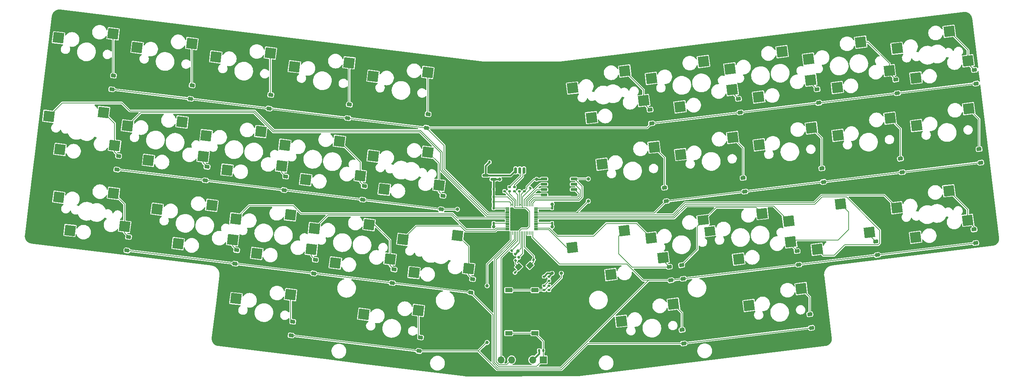
<source format=gbl>
%TF.GenerationSoftware,KiCad,Pcbnew,7.0.6*%
%TF.CreationDate,2024-02-12T15:48:59-05:00*%
%TF.ProjectId,lalettre2040-tripple-stagger-hotswap-pcb,6c616c65-7474-4726-9532-3034302d7472,rev?*%
%TF.SameCoordinates,PX1ea85bbPY7e0978f*%
%TF.FileFunction,Copper,L2,Bot*%
%TF.FilePolarity,Positive*%
%FSLAX46Y46*%
G04 Gerber Fmt 4.6, Leading zero omitted, Abs format (unit mm)*
G04 Created by KiCad (PCBNEW 7.0.6) date 2024-02-12 15:48:59*
%MOMM*%
%LPD*%
G01*
G04 APERTURE LIST*
G04 Aperture macros list*
%AMRoundRect*
0 Rectangle with rounded corners*
0 $1 Rounding radius*
0 $2 $3 $4 $5 $6 $7 $8 $9 X,Y pos of 4 corners*
0 Add a 4 corners polygon primitive as box body*
4,1,4,$2,$3,$4,$5,$6,$7,$8,$9,$2,$3,0*
0 Add four circle primitives for the rounded corners*
1,1,$1+$1,$2,$3*
1,1,$1+$1,$4,$5*
1,1,$1+$1,$6,$7*
1,1,$1+$1,$8,$9*
0 Add four rect primitives between the rounded corners*
20,1,$1+$1,$2,$3,$4,$5,0*
20,1,$1+$1,$4,$5,$6,$7,0*
20,1,$1+$1,$6,$7,$8,$9,0*
20,1,$1+$1,$8,$9,$2,$3,0*%
%AMRotRect*
0 Rectangle, with rotation*
0 The origin of the aperture is its center*
0 $1 length*
0 $2 width*
0 $3 Rotation angle, in degrees counterclockwise*
0 Add horizontal line*
21,1,$1,$2,0,0,$3*%
G04 Aperture macros list end*
%TA.AperFunction,SMDPad,CuDef*%
%ADD10RotRect,2.486250X2.202500X187.000000*%
%TD*%
%TA.AperFunction,SMDPad,CuDef*%
%ADD11RotRect,2.550000X2.500000X187.000000*%
%TD*%
%TA.AperFunction,SMDPad,CuDef*%
%ADD12RotRect,2.576750X2.222500X187.000000*%
%TD*%
%TA.AperFunction,SMDPad,CuDef*%
%ADD13RotRect,2.550000X2.500000X7.000000*%
%TD*%
%TA.AperFunction,ComponentPad*%
%ADD14O,1.700000X1.700000*%
%TD*%
%TA.AperFunction,ComponentPad*%
%ADD15R,1.700000X1.700000*%
%TD*%
%TA.AperFunction,SMDPad,CuDef*%
%ADD16RoundRect,0.135000X-0.185000X0.135000X-0.185000X-0.135000X0.185000X-0.135000X0.185000X0.135000X0*%
%TD*%
%TA.AperFunction,SMDPad,CuDef*%
%ADD17RoundRect,0.225000X0.399625X-0.177622X0.344784X0.269024X-0.399625X0.177622X-0.344784X-0.269024X0*%
%TD*%
%TA.AperFunction,SMDPad,CuDef*%
%ADD18RotRect,2.550000X2.500000X173.000000*%
%TD*%
%TA.AperFunction,SMDPad,CuDef*%
%ADD19RotRect,2.550000X2.500000X353.000000*%
%TD*%
%TA.AperFunction,SMDPad,CuDef*%
%ADD20RoundRect,0.140000X0.140000X0.170000X-0.140000X0.170000X-0.140000X-0.170000X0.140000X-0.170000X0*%
%TD*%
%TA.AperFunction,SMDPad,CuDef*%
%ADD21RoundRect,0.140000X0.170000X-0.140000X0.170000X0.140000X-0.170000X0.140000X-0.170000X-0.140000X0*%
%TD*%
%TA.AperFunction,SMDPad,CuDef*%
%ADD22R,1.700000X1.000000*%
%TD*%
%TA.AperFunction,SMDPad,CuDef*%
%ADD23RoundRect,0.225000X0.344784X-0.269024X0.399625X0.177622X-0.344784X0.269024X-0.399625X-0.177622X0*%
%TD*%
%TA.AperFunction,SMDPad,CuDef*%
%ADD24RoundRect,0.140000X0.219203X0.021213X0.021213X0.219203X-0.219203X-0.021213X-0.021213X-0.219203X0*%
%TD*%
%TA.AperFunction,SMDPad,CuDef*%
%ADD25RoundRect,0.250000X-0.350000X-0.650000X0.350000X-0.650000X0.350000X0.650000X-0.350000X0.650000X0*%
%TD*%
%TA.AperFunction,SMDPad,CuDef*%
%ADD26RoundRect,0.150000X-0.150000X-0.625000X0.150000X-0.625000X0.150000X0.625000X-0.150000X0.625000X0*%
%TD*%
%TA.AperFunction,SMDPad,CuDef*%
%ADD27RotRect,2.486250X2.500000X7.000000*%
%TD*%
%TA.AperFunction,SMDPad,CuDef*%
%ADD28RoundRect,0.150000X0.650000X0.150000X-0.650000X0.150000X-0.650000X-0.150000X0.650000X-0.150000X0*%
%TD*%
%TA.AperFunction,SMDPad,CuDef*%
%ADD29RoundRect,0.135000X-0.135000X-0.185000X0.135000X-0.185000X0.135000X0.185000X-0.135000X0.185000X0*%
%TD*%
%TA.AperFunction,SMDPad,CuDef*%
%ADD30RoundRect,0.140000X0.021213X-0.219203X0.219203X-0.021213X-0.021213X0.219203X-0.219203X0.021213X0*%
%TD*%
%TA.AperFunction,SMDPad,CuDef*%
%ADD31RoundRect,0.140000X-0.219203X-0.021213X-0.021213X-0.219203X0.219203X0.021213X0.021213X0.219203X0*%
%TD*%
%TA.AperFunction,SMDPad,CuDef*%
%ADD32RoundRect,0.140000X-0.140000X-0.170000X0.140000X-0.170000X0.140000X0.170000X-0.140000X0.170000X0*%
%TD*%
%TA.AperFunction,SMDPad,CuDef*%
%ADD33RoundRect,0.135000X0.035355X-0.226274X0.226274X-0.035355X-0.035355X0.226274X-0.226274X0.035355X0*%
%TD*%
%TA.AperFunction,SMDPad,CuDef*%
%ADD34RotRect,2.486250X2.500000X173.000000*%
%TD*%
%TA.AperFunction,SMDPad,CuDef*%
%ADD35RotRect,1.400000X1.200000X45.000000*%
%TD*%
%TA.AperFunction,SMDPad,CuDef*%
%ADD36RoundRect,0.140000X-0.021213X0.219203X-0.219203X0.021213X0.021213X-0.219203X0.219203X-0.021213X0*%
%TD*%
%TA.AperFunction,SMDPad,CuDef*%
%ADD37RoundRect,0.150000X0.587500X0.150000X-0.587500X0.150000X-0.587500X-0.150000X0.587500X-0.150000X0*%
%TD*%
%TA.AperFunction,SMDPad,CuDef*%
%ADD38R,3.100000X3.100000*%
%TD*%
%TA.AperFunction,SMDPad,CuDef*%
%ADD39RoundRect,0.020000X0.080000X0.400000X-0.080000X0.400000X-0.080000X-0.400000X0.080000X-0.400000X0*%
%TD*%
%TA.AperFunction,SMDPad,CuDef*%
%ADD40RoundRect,0.006000X0.414000X0.094000X-0.414000X0.094000X-0.414000X-0.094000X0.414000X-0.094000X0*%
%TD*%
%TA.AperFunction,SMDPad,CuDef*%
%ADD41RoundRect,0.140000X-0.170000X0.140000X-0.170000X-0.140000X0.170000X-0.140000X0.170000X0.140000X0*%
%TD*%
%TA.AperFunction,ViaPad*%
%ADD42C,0.800000*%
%TD*%
%TA.AperFunction,Conductor*%
%ADD43C,0.200000*%
%TD*%
%TA.AperFunction,Conductor*%
%ADD44C,0.400000*%
%TD*%
G04 APERTURE END LIST*
D10*
%TO.P,MX51,1,COL*%
%TO.N,col6*%
X165381924Y34180454D03*
D11*
%TO.P,MX51,2,ROW*%
%TO.N,Net-(D27-A)*%
X177916529Y38428452D03*
%TD*%
%TO.P,MX27,1,COL*%
%TO.N,col6*%
X151214429Y32590773D03*
D12*
%TO.P,MX27,2,ROW*%
%TO.N,Net-(D27-A)*%
X163729454Y36846442D03*
%TD*%
D13*
%TO.P,MX50,1,COL*%
%TO.N,col5*%
X141559238Y23728055D03*
%TO.P,MX50,2,ROW*%
%TO.N,Net-(D26-A)*%
X154080334Y27824527D03*
%TD*%
D14*
%TO.P,J2,5,Pin_5*%
%TO.N,SWCLK*%
X115145950Y3212205D03*
%TO.P,J2,4,Pin_4*%
%TO.N,SWDIO*%
X117685950Y3212205D03*
%TO.P,J2,3,Pin_3*%
%TO.N,GND*%
X120225950Y3212205D03*
%TO.P,J2,2,Pin_2*%
%TO.N,+3V3*%
X122765950Y3212205D03*
D15*
%TO.P,J2,1,Pin_1*%
%TO.N,RESET*%
X125305950Y3212205D03*
%TD*%
D16*
%TO.P,R_FLASH2,2*%
%TO.N,Net-(R_FLASH1-Pad1)*%
X125510311Y19995029D03*
%TO.P,R_FLASH2,1*%
%TO.N,Net-(R_FLASH2-Pad1)*%
X125510311Y21015029D03*
%TD*%
D17*
%TO.P,D9,2,A*%
%TO.N,Net-(D9-A)*%
X210052169Y70706972D03*
%TO.P,D9,1,K*%
%TO.N,row0*%
X210454337Y67431570D03*
%TD*%
D16*
%TO.P,R_DATA2,2*%
%TO.N,-*%
X117175928Y43778800D03*
%TO.P,R_DATA2,1*%
%TO.N,D-*%
X117175928Y44798800D03*
%TD*%
D18*
%TO.P,MX44,1,COL*%
%TO.N,col4*%
X84429392Y52290487D03*
%TO.P,MX44,2,ROW*%
%TO.N,Net-(D15-A)*%
X97569584Y53236149D03*
%TD*%
D19*
%TO.P,MX41,1,COL*%
%TO.N,col1*%
X30373970Y51250432D03*
%TO.P,MX41,2,ROW*%
%TO.N,Net-(D12-A)*%
X43514162Y52196094D03*
%TD*%
D18*
%TO.P,MX14,1,COL*%
%TO.N,col3*%
X63157886Y54902299D03*
%TO.P,MX14,2,ROW*%
%TO.N,Net-(D14-A)*%
X76298078Y55847961D03*
%TD*%
D13*
%TO.P,MX28,1,COL*%
%TO.N,col7*%
X172284814Y27500665D03*
%TO.P,MX28,2,ROW*%
%TO.N,Net-(D28-A)*%
X184805910Y31597137D03*
%TD*%
D20*
%TO.P,C_ESD2,2*%
%TO.N,GND*%
X112390923Y44288800D03*
%TO.P,C_ESD2,1*%
%TO.N,+3V3*%
X113350923Y44288800D03*
%TD*%
D11*
%TO.P,MX17,1,COL*%
%TO.N,col6*%
X158346821Y52659582D03*
%TO.P,MX17,2,ROW*%
%TO.N,Net-(D17-A)*%
X170867917Y56756054D03*
%TD*%
D17*
%TO.P,D19,2,A*%
%TO.N,Net-(D19-A)*%
X211192030Y51653853D03*
%TO.P,D19,1,K*%
%TO.N,row1*%
X211594198Y48378451D03*
%TD*%
D16*
%TO.P,R_FLASH3,2*%
%TO.N,Net-(R_FLASH2-Pad1)*%
X126700935Y22260968D03*
%TO.P,R_FLASH3,1*%
%TO.N,+3V3*%
X126700935Y23280968D03*
%TD*%
D18*
%TO.P,MX22,1,COL*%
%TO.N,col1*%
X32474271Y39476710D03*
%TO.P,MX22,2,ROW*%
%TO.N,Net-(D22-A)*%
X45614463Y40422372D03*
%TD*%
D21*
%TO.P,C_3V3_3,2*%
%TO.N,GND*%
X119557178Y44768800D03*
%TO.P,C_3V3_3,1*%
%TO.N,+3V3*%
X119557178Y43808800D03*
%TD*%
D22*
%TO.P,SW2,2,2*%
%TO.N,RESET*%
X117002493Y9646586D03*
X123302493Y9646586D03*
%TO.P,SW2,1,1*%
%TO.N,GND*%
X117002493Y13446586D03*
X123302493Y13446586D03*
%TD*%
D11*
%TO.P,MX9,1,COL*%
%TO.N,col8*%
X189114217Y75630406D03*
%TO.P,MX9,2,ROW*%
%TO.N,Net-(D9-A)*%
X201635313Y79726878D03*
%TD*%
D20*
%TO.P,C_3V3_6,2*%
%TO.N,GND*%
X112390923Y36145045D03*
%TO.P,C_3V3_6,1*%
%TO.N,+3V3*%
X113350923Y36145045D03*
%TD*%
D23*
%TO.P,D14,2,A*%
%TO.N,Net-(D14-A)*%
X82282895Y45059673D03*
%TO.P,D14,1,K*%
%TO.N,row1*%
X81880727Y41784271D03*
%TD*%
%TO.P,D24,2,A*%
%TO.N,Net-(D24-A)*%
X89415294Y24990848D03*
%TO.P,D24,1,K*%
%TO.N,row2*%
X89013126Y21715446D03*
%TD*%
D24*
%TO.P,C_XTAL2,2*%
%TO.N,Net-(C_XTAL2-Pad2)*%
X118514120Y24231070D03*
%TO.P,C_XTAL2,1*%
%TO.N,GND*%
X119192942Y23552248D03*
%TD*%
D23*
%TO.P,D21,2,A*%
%TO.N,Net-(D21-A)*%
X25600725Y32826292D03*
%TO.P,D21,1,K*%
%TO.N,row2*%
X25198557Y29550890D03*
%TD*%
D17*
%TO.P,D27,2,A*%
%TO.N,Net-(D27-A)*%
X158562209Y25998646D03*
%TO.P,D27,1,K*%
%TO.N,row2*%
X158964377Y22723244D03*
%TD*%
D11*
%TO.P,MX6,1,COL*%
%TO.N,col5*%
X132390137Y68665580D03*
%TO.P,MX6,2,ROW*%
%TO.N,Net-(D6-A)*%
X144911233Y72762052D03*
%TD*%
D25*
%TO.P,J1,MP,MP*%
%TO.N,GND*%
X122952492Y52712243D03*
X117352492Y52712243D03*
D26*
%TO.P,J1,4,Pin_4*%
X121652492Y48837243D03*
%TO.P,J1,3,Pin_3*%
%TO.N,D+*%
X120652492Y48837243D03*
%TO.P,J1,2,Pin_2*%
%TO.N,D-*%
X119652492Y48837243D03*
%TO.P,J1,1,Pin_1*%
%TO.N,+5V*%
X118652492Y48837243D03*
%TD*%
D17*
%TO.P,D28,2,A*%
%TO.N,Net-(D28-A)*%
X186333364Y29408513D03*
%TO.P,D28,1,K*%
%TO.N,row2*%
X186735532Y26133111D03*
%TD*%
D16*
%TO.P,R_FLASH1,2*%
%TO.N,CS*%
X126700936Y19995028D03*
%TO.P,R_FLASH1,1*%
%TO.N,Net-(R_FLASH1-Pad1)*%
X126700936Y21015028D03*
%TD*%
D17*
%TO.P,D17,2,A*%
%TO.N,Net-(D17-A)*%
X173375989Y47010626D03*
%TO.P,D17,1,K*%
%TO.N,row1*%
X173778157Y43735224D03*
%TD*%
D19*
%TO.P,MX47,1,COL*%
%TO.N,col2*%
X56414366Y28860012D03*
%TO.P,MX47,2,ROW*%
%TO.N,Net-(D23-A)*%
X69554558Y29805674D03*
%TD*%
D20*
%TO.P,C_3V3_5,2*%
%TO.N,GND*%
X112390925Y39745044D03*
%TO.P,C_3V3_5,1*%
%TO.N,+3V3*%
X113350925Y39745044D03*
%TD*%
D13*
%TO.P,MX53,1,COL*%
%TO.N,col9*%
X214827756Y32724297D03*
D27*
%TO.P,MX53,2,ROW*%
%TO.N,Net-(D30-A)*%
X227380489Y36824654D03*
%TD*%
D28*
%TO.P,U2,8,VCC*%
%TO.N,+3V3*%
X125482188Y46789114D03*
%TO.P,U2,7,IO3*%
%TO.N,SD3*%
X125482188Y45519114D03*
%TO.P,U2,6,CLK*%
%TO.N,QSPI_CLK*%
X125482188Y44249114D03*
%TO.P,U2,5,DI(IO0)*%
%TO.N,SD0*%
X125482188Y42979114D03*
%TO.P,U2,4,GND*%
%TO.N,GND*%
X132682188Y42979114D03*
%TO.P,U2,3,IO2*%
%TO.N,SD2*%
X132682188Y44249114D03*
%TO.P,U2,2,DO(IO1)*%
%TO.N,SD1*%
X132682188Y45519114D03*
%TO.P,U2,1,~{CS}*%
%TO.N,CS*%
X132682188Y46789114D03*
%TD*%
D17*
%TO.P,D6,2,A*%
%TO.N,Net-(D6-A)*%
X150964604Y63451934D03*
%TO.P,D6,1,K*%
%TO.N,row0*%
X151366772Y60176532D03*
%TD*%
D11*
%TO.P,MX8,1,COL*%
%TO.N,col7*%
X170206214Y73308794D03*
%TO.P,MX8,2,ROW*%
%TO.N,Net-(D8-A)*%
X182727310Y77405266D03*
%TD*%
D23*
%TO.P,D23,2,A*%
%TO.N,Net-(D23-A)*%
X70507274Y27312463D03*
%TO.P,D23,1,K*%
%TO.N,row2*%
X70105106Y24037061D03*
%TD*%
D19*
%TO.P,MX48,1,COL*%
%TO.N,col3*%
X75322368Y26538401D03*
%TO.P,MX48,2,ROW*%
%TO.N,Net-(D24-A)*%
X88462560Y27484063D03*
%TD*%
D13*
%TO.P,MX38,1,COL*%
%TO.N,col8*%
X196003598Y68799090D03*
%TO.P,MX38,2,ROW*%
%TO.N,Net-(D9-A)*%
X208524694Y72895562D03*
%TD*%
D19*
%TO.P,MX15,1,COL*%
%TO.N,col4*%
X87097983Y44285599D03*
%TO.P,MX15,2,ROW*%
%TO.N,Net-(D15-A)*%
X100238175Y45231261D03*
%TD*%
D17*
%TO.P,D30,2,A*%
%TO.N,Net-(D30-A)*%
X228876408Y34632143D03*
%TO.P,D30,1,K*%
%TO.N,row2*%
X229278576Y31356741D03*
%TD*%
%TO.P,D34,2,A*%
%TO.N,Net-(D34-A)*%
X189401426Y14190848D03*
%TO.P,D34,1,K*%
%TO.N,row3*%
X189803594Y10915446D03*
%TD*%
D18*
%TO.P,MX25,1,COL*%
%TO.N,col4*%
X91561782Y32221677D03*
%TO.P,MX25,2,ROW*%
%TO.N,Net-(D25-A)*%
X104701974Y33167339D03*
%TD*%
D29*
%TO.P,R_RST1,2*%
%TO.N,RESET*%
X125305949Y5466803D03*
%TO.P,R_RST1,1*%
%TO.N,+3V3*%
X124285949Y5466803D03*
%TD*%
D21*
%TO.P,C_3V3_4,2*%
%TO.N,GND*%
X120747805Y44768800D03*
%TO.P,C_3V3_4,1*%
%TO.N,+3V3*%
X120747805Y43808800D03*
%TD*%
D11*
%TO.P,MX10,1,COL*%
%TO.N,col9*%
X210385653Y78242225D03*
%TO.P,MX10,2,ROW*%
%TO.N,Net-(D10-A)*%
X222906749Y82338697D03*
%TD*%
D17*
%TO.P,D10,2,A*%
%TO.N,Net-(D10-A)*%
X228960188Y73028585D03*
%TO.P,D10,1,K*%
%TO.N,row0*%
X229362356Y69753183D03*
%TD*%
D19*
%TO.P,MX42,1,COL*%
%TO.N,col2*%
X49281973Y48928822D03*
%TO.P,MX42,2,ROW*%
%TO.N,Net-(D13-A)*%
X62422165Y49874484D03*
%TD*%
D11*
%TO.P,MX19,1,COL*%
%TO.N,col8*%
X196162830Y57302804D03*
%TO.P,MX19,2,ROW*%
%TO.N,Net-(D19-A)*%
X208683926Y61399276D03*
%TD*%
D19*
%TO.P,MX40,1,COL*%
%TO.N,col0*%
X9102464Y53862244D03*
%TO.P,MX40,2,ROW*%
%TO.N,Net-(D11-A)*%
X22242656Y54807906D03*
%TD*%
D11*
%TO.P,MX30,1,COL*%
%TO.N,col9*%
X210301874Y39845815D03*
%TO.P,MX30,2,ROW*%
%TO.N,Net-(D30-A)*%
X222822970Y43942287D03*
%TD*%
D23*
%TO.P,D1,2,A*%
%TO.N,Net-(D1-A)*%
X21971692Y71658038D03*
%TO.P,D1,1,K*%
%TO.N,row0*%
X21569524Y68382636D03*
%TD*%
D11*
%TO.P,MX33,1,COL*%
%TO.N,col5*%
X144081971Y12521971D03*
%TO.P,MX33,2,ROW*%
%TO.N,Net-(D33-A)*%
X156603067Y16618443D03*
%TD*%
D18*
%TO.P,MX31,1,COL*%
%TO.N,col2*%
X51424163Y17956894D03*
%TO.P,MX31,2,ROW*%
%TO.N,Net-(D31-A)*%
X64564355Y18902556D03*
%TD*%
D30*
%TO.P,C_1V1_2,2*%
%TO.N,GND*%
X122873157Y45223525D03*
%TO.P,C_1V1_2,1*%
%TO.N,+1V1*%
X122194335Y44544703D03*
%TD*%
D19*
%TO.P,MX45,1,COL*%
%TO.N,col0*%
X11507854Y34373837D03*
%TO.P,MX45,2,ROW*%
%TO.N,Net-(D21-A)*%
X24648046Y35319499D03*
%TD*%
D23*
%TO.P,D4,2,A*%
%TO.N,Net-(D4-A)*%
X78695753Y64693199D03*
%TO.P,D4,1,K*%
%TO.N,row0*%
X78293585Y61417797D03*
%TD*%
D31*
%TO.P,C_XTAL1,2*%
%TO.N,XTAL_IN*%
X122981491Y27340796D03*
%TO.P,C_XTAL1,1*%
%TO.N,GND*%
X122302669Y28019618D03*
%TD*%
D19*
%TO.P,MX46,1,COL*%
%TO.N,col1*%
X37506360Y31181622D03*
%TO.P,MX46,2,ROW*%
%TO.N,Net-(D22-A)*%
X50646552Y32127284D03*
%TD*%
D32*
%TO.P,C_3V3_8,2*%
%TO.N,GND*%
X128371563Y36145044D03*
%TO.P,C_3V3_8,1*%
%TO.N,+3V3*%
X127411563Y36145044D03*
%TD*%
D23*
%TO.P,D13,2,A*%
%TO.N,Net-(D13-A)*%
X63374876Y47381286D03*
%TO.P,D13,1,K*%
%TO.N,row1*%
X62972708Y44105884D03*
%TD*%
D17*
%TO.P,D20,2,A*%
%TO.N,Net-(D20-A)*%
X230100049Y53975465D03*
%TO.P,D20,1,K*%
%TO.N,row1*%
X230502217Y50700063D03*
%TD*%
D18*
%TO.P,MX23,1,COL*%
%TO.N,col2*%
X51382273Y37155099D03*
%TO.P,MX23,2,ROW*%
%TO.N,Net-(D23-A)*%
X64522465Y38100761D03*
%TD*%
D33*
%TO.P,R_XTAL1,2*%
%TO.N,XTAL_OUT*%
X119388519Y27866468D03*
%TO.P,R_XTAL1,1*%
%TO.N,Net-(C_XTAL2-Pad2)*%
X118667271Y27145220D03*
%TD*%
D13*
%TO.P,MX29,1,COL*%
%TO.N,col8*%
X191192819Y29822278D03*
%TO.P,MX29,2,ROW*%
%TO.N,Net-(D29-A)*%
X203713915Y33918750D03*
%TD*%
D18*
%TO.P,MX32,1,COL*%
%TO.N,col4*%
X82149671Y14184277D03*
%TO.P,MX32,2,ROW*%
%TO.N,Net-(D32-A)*%
X95289863Y15129939D03*
%TD*%
D16*
%TO.P,R_DATA1,2*%
%TO.N,+*%
X118366556Y43778800D03*
%TO.P,R_DATA1,1*%
%TO.N,D+*%
X118366556Y44798800D03*
%TD*%
D13*
%TO.P,MX36,1,COL*%
%TO.N,col6*%
X158187588Y64155869D03*
%TO.P,MX36,2,ROW*%
%TO.N,Net-(D7-A)*%
X170708684Y68252341D03*
%TD*%
D17*
%TO.P,D26,2,A*%
%TO.N,Net-(D26-A)*%
X155607831Y25635893D03*
%TO.P,D26,1,K*%
%TO.N,row2*%
X156009999Y22360491D03*
%TD*%
D18*
%TO.P,MX2,1,COL*%
%TO.N,col1*%
X27663489Y78453525D03*
%TO.P,MX2,2,ROW*%
%TO.N,Net-(D2-A)*%
X40803681Y79399187D03*
%TD*%
D11*
%TO.P,MX52,1,COL*%
%TO.N,col7*%
X184303438Y36653592D03*
%TO.P,MX52,2,ROW*%
%TO.N,Net-(D28-A)*%
X196824534Y40750064D03*
%TD*%
D13*
%TO.P,MX39,1,COL*%
%TO.N,col9*%
X214911601Y71120701D03*
%TO.P,MX39,2,ROW*%
%TO.N,Net-(D10-A)*%
X227432697Y75217173D03*
%TD*%
D11*
%TO.P,MX20,1,COL*%
%TO.N,col9*%
X215070832Y59624414D03*
%TO.P,MX20,2,ROW*%
%TO.N,Net-(D20-A)*%
X227591928Y63720886D03*
%TD*%
D23*
%TO.P,D2,2,A*%
%TO.N,Net-(D2-A)*%
X40879712Y69336425D03*
%TO.P,D2,1,K*%
%TO.N,row0*%
X40477544Y66061023D03*
%TD*%
D17*
%TO.P,D33,2,A*%
%TO.N,Net-(D33-A)*%
X158675893Y10418228D03*
%TO.P,D33,1,K*%
%TO.N,row3*%
X159078061Y7142826D03*
%TD*%
D19*
%TO.P,MX43,1,COL*%
%TO.N,col3*%
X68189977Y46607211D03*
%TO.P,MX43,2,ROW*%
%TO.N,Net-(D14-A)*%
X81330169Y47552873D03*
%TD*%
D23*
%TO.P,D31,2,A*%
%TO.N,Net-(D31-A)*%
X65075706Y12384996D03*
%TO.P,D31,1,K*%
%TO.N,row3*%
X64673538Y9109594D03*
%TD*%
D17*
%TO.P,D16,2,A*%
%TO.N,Net-(D16-A)*%
X154467972Y44689013D03*
%TO.P,D16,1,K*%
%TO.N,row1*%
X154870140Y41413611D03*
%TD*%
D23*
%TO.P,D5,2,A*%
%TO.N,Net-(D5-A)*%
X97603773Y62371586D03*
%TO.P,D5,1,K*%
%TO.N,row0*%
X97201605Y59096184D03*
%TD*%
%TO.P,D12,2,A*%
%TO.N,Net-(D12-A)*%
X44466857Y49702899D03*
%TO.P,D12,1,K*%
%TO.N,row1*%
X44064689Y46427497D03*
%TD*%
D34*
%TO.P,MX21,1,COL*%
%TO.N,col0*%
X8807626Y42382609D03*
D18*
%TO.P,MX21,2,ROW*%
%TO.N,Net-(D21-A)*%
X21979456Y43324387D03*
%TD*%
D23*
%TO.P,D15,2,A*%
%TO.N,Net-(D15-A)*%
X101190915Y42738061D03*
%TO.P,D15,1,K*%
%TO.N,row1*%
X100788747Y39462659D03*
%TD*%
D35*
%TO.P,Y1,4,4*%
%TO.N,GND*%
X120571028Y24407075D03*
%TO.P,Y1,3,3*%
%TO.N,XTAL_IN*%
X122126663Y25962710D03*
%TO.P,Y1,2,2*%
%TO.N,GND*%
X120924582Y27164791D03*
%TO.P,Y1,1,1*%
%TO.N,Net-(C_XTAL2-Pad2)*%
X119368947Y25609156D03*
%TD*%
D11*
%TO.P,MX34,1,COL*%
%TO.N,col7*%
X174807478Y16294589D03*
%TO.P,MX34,2,ROW*%
%TO.N,Net-(D34-A)*%
X187328574Y20391061D03*
%TD*%
D18*
%TO.P,MX3,1,COL*%
%TO.N,col2*%
X46571495Y76131913D03*
%TO.P,MX3,2,ROW*%
%TO.N,Net-(D3-A)*%
X59711687Y77077575D03*
%TD*%
D32*
%TO.P,C_ESD1,2*%
%TO.N,GND*%
X113350924Y50837243D03*
%TO.P,C_ESD1,1*%
%TO.N,+5V*%
X112390924Y50837243D03*
%TD*%
D36*
%TO.P,C_1V1_3,2*%
%TO.N,GND*%
X117004720Y28850197D03*
%TO.P,C_1V1_3,1*%
%TO.N,+1V1*%
X117683542Y29529019D03*
%TD*%
D11*
%TO.P,MX18,1,COL*%
%TO.N,col7*%
X177254825Y54981193D03*
%TO.P,MX18,2,ROW*%
%TO.N,Net-(D18-A)*%
X189775921Y59077665D03*
%TD*%
D18*
%TO.P,MX24,1,COL*%
%TO.N,col3*%
X70290279Y34833489D03*
%TO.P,MX24,2,ROW*%
%TO.N,Net-(D24-A)*%
X83430471Y35779151D03*
%TD*%
D37*
%TO.P,U3,3,VI*%
%TO.N,+5V*%
X111475922Y47620052D03*
%TO.P,U3,2,VO*%
%TO.N,+3V3*%
X113350922Y46670052D03*
%TO.P,U3,1,GND*%
%TO.N,GND*%
X113350922Y48570052D03*
%TD*%
D18*
%TO.P,MX11,1,COL*%
%TO.N,col0*%
X6433875Y61867131D03*
%TO.P,MX11,2,ROW*%
%TO.N,Net-(D11-A)*%
X19574067Y62812793D03*
%TD*%
D11*
%TO.P,MX7,1,COL*%
%TO.N,col6*%
X151298208Y70987185D03*
%TO.P,MX7,2,ROW*%
%TO.N,Net-(D7-A)*%
X163819304Y75083657D03*
%TD*%
D18*
%TO.P,MX12,1,COL*%
%TO.N,col1*%
X25341878Y59545520D03*
%TO.P,MX12,2,ROW*%
%TO.N,Net-(D12-A)*%
X38482070Y60491182D03*
%TD*%
%TO.P,MX5,1,COL*%
%TO.N,col4*%
X84387503Y71488691D03*
%TO.P,MX5,2,ROW*%
%TO.N,Net-(D5-A)*%
X97527695Y72434353D03*
%TD*%
D23*
%TO.P,D11,2,A*%
%TO.N,Net-(D11-A)*%
X23195331Y52314715D03*
%TO.P,D11,1,K*%
%TO.N,row1*%
X22793163Y49039313D03*
%TD*%
%TO.P,D25,2,A*%
%TO.N,Net-(D25-A)*%
X108323314Y22669236D03*
%TO.P,D25,1,K*%
%TO.N,row2*%
X107921146Y19393834D03*
%TD*%
D18*
%TO.P,MX13,1,COL*%
%TO.N,col2*%
X44249883Y57223910D03*
%TO.P,MX13,2,ROW*%
%TO.N,Net-(D13-A)*%
X57390075Y58169572D03*
%TD*%
D19*
%TO.P,MX49,1,COL*%
%TO.N,col4*%
X94230373Y24216789D03*
%TO.P,MX49,2,ROW*%
%TO.N,Net-(D25-A)*%
X107370565Y25162451D03*
%TD*%
D23*
%TO.P,D3,2,A*%
%TO.N,Net-(D3-A)*%
X59787731Y67014813D03*
%TO.P,D3,1,K*%
%TO.N,row0*%
X59385563Y63739411D03*
%TD*%
D20*
%TO.P,C_3V3_1,2*%
%TO.N,GND*%
X112390923Y42502861D03*
%TO.P,C_3V3_1,1*%
%TO.N,+3V3*%
X113350923Y42502861D03*
%TD*%
D36*
%TO.P,C_3V3_9,2*%
%TO.N,GND*%
X117846603Y28008314D03*
%TO.P,C_3V3_9,1*%
%TO.N,+3V3*%
X118525425Y28687136D03*
%TD*%
D21*
%TO.P,C_1V1_1,2*%
%TO.N,GND*%
X115985302Y44768801D03*
%TO.P,C_1V1_1,1*%
%TO.N,+1V1*%
X115985302Y43808801D03*
%TD*%
D23*
%TO.P,D32,2,A*%
%TO.N,Net-(D32-A)*%
X95801240Y8612376D03*
%TO.P,D32,1,K*%
%TO.N,row3*%
X95399072Y5336974D03*
%TD*%
D17*
%TO.P,D7,2,A*%
%TO.N,Net-(D7-A)*%
X172236127Y66063747D03*
%TO.P,D7,1,K*%
%TO.N,row0*%
X172638295Y62788345D03*
%TD*%
D38*
%TO.P,U1,57,GND*%
%TO.N,GND*%
X120152496Y37145044D03*
D39*
%TO.P,U1,56,QSPI_SS*%
%TO.N,CS*%
X122752496Y40580044D03*
%TO.P,U1,55,QSPI_SD1*%
%TO.N,SD1*%
X122352496Y40580044D03*
%TO.P,U1,54,QSPI_SD2*%
%TO.N,SD2*%
X121952496Y40580044D03*
%TO.P,U1,53,QSPI_SD0*%
%TO.N,SD0*%
X121552496Y40580044D03*
%TO.P,U1,52,QSPI_SCLK*%
%TO.N,QSPI_CLK*%
X121152496Y40580044D03*
%TO.P,U1,51,QSPI_SD3*%
%TO.N,SD3*%
X120752496Y40580044D03*
%TO.P,U1,50,DVDD*%
%TO.N,+1V1*%
X120352496Y40580044D03*
%TO.P,U1,49,IOVDD*%
%TO.N,+3V3*%
X119952496Y40580044D03*
%TO.P,U1,48,USB_VDD*%
X119552496Y40580044D03*
%TO.P,U1,47,USB_D+*%
%TO.N,+*%
X119152496Y40580044D03*
%TO.P,U1,46,USB_D-*%
%TO.N,-*%
X118752496Y40580044D03*
%TO.P,U1,45,VREG_VOUT*%
%TO.N,+1V1*%
X118352496Y40580044D03*
%TO.P,U1,44,VREG_IN*%
%TO.N,+3V3*%
X117952496Y40580044D03*
%TO.P,U1,43,ADC_AVDD*%
X117552496Y40580044D03*
D40*
%TO.P,U1,42,IOVDD*%
X116717496Y39745044D03*
%TO.P,U1,41,GPIO29_ADC3*%
%TO.N,unconnected-(U1-GPIO29_ADC3-Pad41)*%
X116717496Y39345044D03*
%TO.P,U1,40,GPIO28_ADC2*%
%TO.N,unconnected-(U1-GPIO28_ADC2-Pad40)*%
X116717496Y38945044D03*
%TO.P,U1,39,GPIO27_ADC1*%
%TO.N,row0*%
X116717496Y38545044D03*
%TO.P,U1,38,GPIO26_ADC0*%
%TO.N,col0*%
X116717496Y38145044D03*
%TO.P,U1,37,GPIO25*%
%TO.N,col1*%
X116717496Y37745044D03*
%TO.P,U1,36,GPIO24*%
%TO.N,col2*%
X116717496Y37345044D03*
%TO.P,U1,35,GPIO23*%
%TO.N,unconnected-(U1-GPIO23-Pad35)*%
X116717496Y36945044D03*
%TO.P,U1,34,GPIO22*%
%TO.N,unconnected-(U1-GPIO22-Pad34)*%
X116717496Y36545044D03*
%TO.P,U1,33,IOVDD*%
%TO.N,+3V3*%
X116717496Y36145044D03*
%TO.P,U1,32,GPIO21*%
%TO.N,unconnected-(U1-GPIO21-Pad32)*%
X116717496Y35745044D03*
%TO.P,U1,31,GPIO20*%
%TO.N,unconnected-(U1-GPIO20-Pad31)*%
X116717496Y35345044D03*
%TO.P,U1,30,GPIO19*%
%TO.N,col3*%
X116717496Y34945044D03*
%TO.P,U1,29,GPIO18*%
%TO.N,col4*%
X116717496Y34545044D03*
D39*
%TO.P,U1,28,GPIO17*%
%TO.N,row3*%
X117552496Y33710044D03*
%TO.P,U1,27,GPIO16*%
%TO.N,unconnected-(U1-GPIO16-Pad27)*%
X117952496Y33710044D03*
%TO.P,U1,26,RUN*%
%TO.N,RESET*%
X118352496Y33710044D03*
%TO.P,U1,25,SWD*%
%TO.N,SWDIO*%
X118752496Y33710044D03*
%TO.P,U1,24,SWCLK*%
%TO.N,SWCLK*%
X119152496Y33710044D03*
%TO.P,U1,23,DVDD*%
%TO.N,+1V1*%
X119552496Y33710044D03*
%TO.P,U1,22,IOVDD*%
%TO.N,+3V3*%
X119952496Y33710044D03*
%TO.P,U1,21,XOUT*%
%TO.N,XTAL_OUT*%
X120352496Y33710044D03*
%TO.P,U1,20,XIN*%
%TO.N,XTAL_IN*%
X120752496Y33710044D03*
%TO.P,U1,19,TESTEN*%
%TO.N,GND*%
X121152496Y33710044D03*
%TO.P,U1,18,GPIO15*%
%TO.N,unconnected-(U1-GPIO15-Pad18)*%
X121552496Y33710044D03*
%TO.P,U1,17,GPIO14*%
%TO.N,unconnected-(U1-GPIO14-Pad17)*%
X121952496Y33710044D03*
%TO.P,U1,16,GPIO13*%
%TO.N,unconnected-(U1-GPIO13-Pad16)*%
X122352496Y33710044D03*
%TO.P,U1,15,GPIO12*%
%TO.N,row2*%
X122752496Y33710044D03*
D40*
%TO.P,U1,14,GPIO11*%
%TO.N,col5*%
X123587496Y34545044D03*
%TO.P,U1,13,GPIO10*%
%TO.N,col6*%
X123587496Y34945044D03*
%TO.P,U1,12,GPIO9*%
%TO.N,unconnected-(U1-GPIO9-Pad12)*%
X123587496Y35345044D03*
%TO.P,U1,11,GPIO8*%
%TO.N,unconnected-(U1-GPIO8-Pad11)*%
X123587496Y35745044D03*
%TO.P,U1,10,IOVDD*%
%TO.N,+3V3*%
X123587496Y36145044D03*
%TO.P,U1,9,GPIO7*%
%TO.N,unconnected-(U1-GPIO7-Pad9)*%
X123587496Y36545044D03*
%TO.P,U1,8,GPIO6*%
%TO.N,unconnected-(U1-GPIO6-Pad8)*%
X123587496Y36945044D03*
%TO.P,U1,7,GPIO5*%
%TO.N,col7*%
X123587496Y37345044D03*
%TO.P,U1,6,GPIO4*%
%TO.N,col8*%
X123587496Y37745044D03*
%TO.P,U1,5,GPIO3*%
%TO.N,col9*%
X123587496Y38145044D03*
%TO.P,U1,4,GPIO2*%
%TO.N,row1*%
X123587496Y38545044D03*
%TO.P,U1,3,GPIO1*%
%TO.N,unconnected-(U1-GPIO1-Pad3)*%
X123587496Y38945044D03*
%TO.P,U1,2,GPIO0*%
%TO.N,unconnected-(U1-GPIO0-Pad2)*%
X123587496Y39345044D03*
%TO.P,U1,1,IOVDD*%
%TO.N,+3V3*%
X123587496Y39745044D03*
%TD*%
D13*
%TO.P,MX35,1,COL*%
%TO.N,col5*%
X136916016Y61544063D03*
%TO.P,MX35,2,ROW*%
%TO.N,Net-(D6-A)*%
X149437112Y65640535D03*
%TD*%
D41*
%TO.P,C_FLASH1,2*%
%TO.N,GND*%
X125510309Y22320969D03*
%TO.P,C_FLASH1,1*%
%TO.N,+3V3*%
X125510309Y23280969D03*
%TD*%
D20*
%TO.P,C_3V3_2,2*%
%TO.N,GND*%
X112390923Y41312235D03*
%TO.P,C_3V3_2,1*%
%TO.N,+3V3*%
X113350923Y41312235D03*
%TD*%
D11*
%TO.P,MX16,1,COL*%
%TO.N,col5*%
X139438816Y50337971D03*
%TO.P,MX16,2,ROW*%
%TO.N,Net-(D16-A)*%
X151959912Y54434443D03*
%TD*%
D18*
%TO.P,MX4,1,COL*%
%TO.N,col3*%
X65479497Y73810302D03*
%TO.P,MX4,2,ROW*%
%TO.N,Net-(D4-A)*%
X78619689Y74755964D03*
%TD*%
D17*
%TO.P,D8,2,A*%
%TO.N,Net-(D8-A)*%
X191144147Y68385359D03*
%TO.P,D8,1,K*%
%TO.N,row0*%
X191546315Y65109957D03*
%TD*%
D32*
%TO.P,C_3V3_7,2*%
%TO.N,GND*%
X128371561Y39745045D03*
%TO.P,C_3V3_7,1*%
%TO.N,+3V3*%
X127411561Y39745045D03*
%TD*%
D13*
%TO.P,MX37,1,COL*%
%TO.N,col7*%
X177095595Y66477479D03*
%TO.P,MX37,2,ROW*%
%TO.N,Net-(D8-A)*%
X189616691Y70573951D03*
%TD*%
D17*
%TO.P,D18,2,A*%
%TO.N,Net-(D18-A)*%
X192284011Y49332242D03*
%TO.P,D18,1,K*%
%TO.N,row1*%
X192686179Y46056840D03*
%TD*%
%TO.P,D29,2,A*%
%TO.N,Net-(D29-A)*%
X205241384Y31730128D03*
%TO.P,D29,1,K*%
%TO.N,row2*%
X205643552Y28454726D03*
%TD*%
D11*
%TO.P,MX26,1,COL*%
%TO.N,col5*%
X132306426Y30269161D03*
%TO.P,MX26,2,ROW*%
%TO.N,Net-(D26-A)*%
X144827522Y34365633D03*
%TD*%
D18*
%TO.P,MX1,1,COL*%
%TO.N,col0*%
X8755484Y80775137D03*
%TO.P,MX1,2,ROW*%
%TO.N,Net-(D1-A)*%
X21895676Y81720799D03*
%TD*%
D23*
%TO.P,D22,2,A*%
%TO.N,Net-(D22-A)*%
X51599255Y29634076D03*
%TO.P,D22,1,K*%
%TO.N,row2*%
X51197087Y26358674D03*
%TD*%
D22*
%TO.P,SW1,2,2*%
%TO.N,Net-(R_FLASH1-Pad1)*%
X123302495Y19995028D03*
X117002495Y19995028D03*
%TO.P,SW1,1,1*%
%TO.N,GND*%
X123302495Y16195028D03*
X117002495Y16195028D03*
%TD*%
D42*
%TO.N,GND*%
X121343118Y35954419D03*
X120152496Y37145044D03*
X112413427Y43098174D03*
X115985301Y45479427D03*
X118961866Y38335671D03*
X121343120Y38335669D03*
X112413423Y45479427D03*
X112413424Y40716924D03*
X111222797Y36145045D03*
X118961868Y35954418D03*
%TO.N,+3V3*%
X127411561Y35299316D03*
X119244263Y29405976D03*
X114794679Y46670052D03*
X127411564Y24048158D03*
X123724371Y46670052D03*
X127411562Y40716922D03*
X113350922Y35299316D03*
%TO.N,Net-(D7-A)*%
X163968246Y74782079D03*
X170820157Y67826200D03*
%TO.N,Net-(D8-A)*%
X182876265Y77103691D03*
X189728176Y70147813D03*
%TO.N,row1*%
X104674356Y39462660D03*
X136124571Y41413611D03*
%TO.N,Net-(D12-A)*%
X43591870Y52346430D03*
X38626271Y60753316D03*
%TO.N,Net-(D13-A)*%
X62499893Y50024816D03*
X57534292Y58431704D03*
%TO.N,Net-(D22-A)*%
X45758668Y40684491D03*
X50724269Y32277602D03*
%TO.N,Net-(D23-A)*%
X64666688Y38362876D03*
X69632289Y29955989D03*
%TO.N,row3*%
X111818110Y21071594D03*
X111818112Y7379393D03*
%TO.N,col0*%
X11191741Y34468154D03*
X6184250Y62073261D03*
X8589641Y42584839D03*
X8505863Y80981281D03*
X8786351Y53956577D03*
%TO.N,col1*%
X25092270Y59751648D03*
X27413883Y78659668D03*
X37190267Y31275936D03*
X32224668Y39682823D03*
X30057871Y51344762D03*
%TO.N,col2*%
X49137877Y48666546D03*
X51346561Y17806385D03*
X44172276Y57073434D03*
X46321902Y76338056D03*
X51304672Y37004608D03*
X56270275Y28597721D03*
%TO.N,col3*%
X63080296Y54751822D03*
X65229922Y74016444D03*
X68045897Y46344934D03*
X70212693Y34682994D03*
X75178296Y26276109D03*
%TO.N,col4*%
X91312227Y32427782D03*
X86781931Y44379923D03*
X84137942Y71694831D03*
X82072098Y14033764D03*
X94086317Y23954496D03*
X84179833Y52496610D03*
%TO.N,col5*%
X141482800Y23438733D03*
X144043009Y12357197D03*
X132267388Y30104410D03*
X139399783Y50173239D03*
X132351165Y68500855D03*
X136839574Y61254773D03*
%TO.N,col6*%
X158111096Y63866587D03*
X165356421Y34167233D03*
X158307803Y52494851D03*
X151175408Y32426023D03*
X151259185Y70822468D03*
%TO.N,col7*%
X177019114Y66188201D03*
X172208332Y27211355D03*
X177215824Y54816465D03*
X174768541Y16129818D03*
X170167205Y73144080D03*
X184264442Y36488846D03*
%TO.N,col8*%
X189075222Y75465693D03*
X195927135Y68509813D03*
X191116352Y29532967D03*
X196123843Y57138077D03*
%TO.N,col9*%
X215031863Y59459690D03*
X214835155Y70831426D03*
X214751378Y32434983D03*
X210262968Y39681065D03*
X210346747Y78077507D03*
%TO.N,CS*%
X129677501Y24048158D03*
X136124568Y46789111D03*
%TD*%
D43*
%TO.N,+1V1*%
X115985303Y43808800D02*
X118352493Y41441612D01*
X120165041Y39860045D02*
X121137491Y39860044D01*
X120352494Y40047496D02*
X120165041Y39860045D01*
X122043120Y38954419D02*
X121137491Y39860044D01*
X120352492Y40580044D02*
X120352494Y40047496D01*
X120165041Y39860045D02*
X118539946Y39860045D01*
X121471242Y34763792D02*
X122043118Y35335670D01*
X118352493Y41441612D02*
X118352492Y40580046D01*
X119552494Y31397968D02*
X117683544Y29529020D01*
X119552492Y33710044D02*
X119552494Y31397968D01*
X120073695Y34763792D02*
X119552493Y34242593D01*
X120352493Y42481233D02*
X120352492Y40580044D01*
X121471242Y34763792D02*
X120073695Y34763792D01*
X119552493Y34242593D02*
X119552492Y33710044D01*
X122043118Y35335670D02*
X122043120Y38954419D01*
X122194332Y44323074D02*
X120352493Y42481233D01*
X118352496Y40047496D02*
X118352492Y40580046D01*
X118539946Y39860045D02*
X118352496Y40047496D01*
D44*
%TO.N,GND*%
X120807424Y27047634D02*
X120807427Y24643471D01*
D43*
X123640693Y26203949D02*
X121843822Y24407075D01*
D44*
X121779409Y28019617D02*
X120924580Y27164792D01*
X122302668Y28019619D02*
X121779409Y28019617D01*
D43*
X123640692Y28109949D02*
X123640693Y26203949D01*
X121843822Y24407075D02*
X120571029Y24407075D01*
X121152494Y33710044D02*
X121152492Y30598148D01*
X121152492Y30598148D02*
X123640692Y28109949D01*
D44*
X120047769Y24407076D02*
X119192941Y23552249D01*
D43*
%TO.N,+3V3*%
X117552496Y40935670D02*
X117175927Y41312235D01*
X116717492Y36145044D02*
X113350924Y36145043D01*
X116725555Y42502860D02*
X113350924Y42502860D01*
X119952492Y33710045D02*
X119952494Y30114205D01*
X119952493Y40580045D02*
X119552492Y40580044D01*
X120747807Y43808801D02*
X119952495Y43013487D01*
X119952494Y30114205D02*
X119244263Y29405976D01*
D44*
X126700935Y23337532D02*
X127411564Y24048158D01*
D43*
X123587493Y36145045D02*
X127411561Y36145045D01*
X117175927Y41312235D02*
X113350923Y41312236D01*
D44*
X113350922Y35299316D02*
X113350924Y36145043D01*
D43*
X119557182Y40584732D02*
X119552492Y40580044D01*
X119952495Y43013487D02*
X119952493Y40580045D01*
X117952496Y41275923D02*
X116725555Y42502860D01*
D44*
X124285946Y5466801D02*
X124285946Y4732203D01*
X123724371Y46670052D02*
X125363127Y46670052D01*
D43*
X117552492Y40580044D02*
X117552496Y40935670D01*
X121357807Y44418800D02*
X121357806Y44884113D01*
D44*
X124285946Y4732203D02*
X122765947Y3212202D01*
D43*
X121357806Y44884113D02*
X123143746Y46670053D01*
X117952492Y40580044D02*
X117952496Y41275923D01*
X117952492Y40580044D02*
X117552492Y40580044D01*
X123143746Y46670053D02*
X123724371Y46670052D01*
D44*
X126277500Y24048159D02*
X125510311Y23280969D01*
X127411561Y35299316D02*
X127411561Y36145045D01*
X127411564Y24048158D02*
X126277500Y24048159D01*
X127411562Y40716922D02*
X127411560Y39745044D01*
X113350924Y46670052D02*
X114794679Y46670052D01*
X125363127Y46670052D02*
X125482187Y46789113D01*
D43*
X119557182Y43808800D02*
X119557182Y40584732D01*
X123587492Y39745046D02*
X127411560Y39745044D01*
D44*
X113350924Y46670052D02*
X113350922Y39745046D01*
D43*
X116717491Y39745043D02*
X113350922Y39745046D01*
X120747807Y43808801D02*
X121357807Y44418800D01*
D44*
X118525423Y28687138D02*
X119244263Y29405976D01*
D43*
%TO.N,XTAL_IN*%
X122981492Y28203469D02*
X122981492Y27340797D01*
X122981492Y27340797D02*
X122981491Y26817537D01*
X122981491Y26817537D02*
X122126663Y25962710D01*
X120752492Y33710044D02*
X120752493Y30432465D01*
X120752493Y30432465D02*
X122981492Y28203469D01*
D44*
%TO.N,+5V*%
X117435303Y47620052D02*
X118652493Y48837243D01*
X111475923Y47620052D02*
X117435303Y47620052D01*
X112390925Y50837243D02*
X111475923Y49922243D01*
X111475923Y49922243D02*
X111475923Y47620052D01*
D43*
%TO.N,row0*%
X150286425Y59096186D02*
X151366772Y60176531D01*
X101461757Y49176271D02*
X101461757Y54836029D01*
X97201603Y59096184D02*
X150286425Y59096186D01*
X112092984Y38545044D02*
X101461757Y49176271D01*
X101461757Y54836029D02*
X97201603Y59096184D01*
X21569522Y68382636D02*
X97201603Y59096183D01*
X112092984Y38545044D02*
X116717494Y38545044D01*
X229362357Y69753185D02*
X151366773Y60176531D01*
%TO.N,Net-(D1-A)*%
X21895677Y81720798D02*
X21895678Y71734051D01*
%TO.N,Net-(D2-A)*%
X40803680Y79399187D02*
X40803683Y69412453D01*
%TO.N,Net-(D3-A)*%
X59711685Y77077577D02*
X59711687Y67090856D01*
%TO.N,Net-(D4-A)*%
X78619689Y74755965D02*
X78619690Y64769260D01*
%TO.N,Net-(D5-A)*%
X97527694Y72434356D02*
X97527694Y62447664D01*
%TO.N,Net-(D6-A)*%
X144911231Y72762052D02*
X149437113Y68236168D01*
X149437113Y64979424D02*
X150964607Y63451934D01*
X149437113Y68236168D02*
X149437113Y65640535D01*
%TO.N,Net-(D7-A)*%
X170708636Y67591240D02*
X172236128Y66063747D01*
%TO.N,Net-(D8-A)*%
X189616657Y69912851D02*
X191144150Y68385362D01*
%TO.N,Net-(D9-A)*%
X201635292Y79726890D02*
X203408546Y79726890D01*
X208524677Y74610759D02*
X208524677Y72895575D01*
X208524677Y72234465D02*
X210052167Y70706973D01*
X203408546Y79726890D02*
X208524677Y74610759D01*
%TO.N,Net-(D10-A)*%
X227432697Y77812821D02*
X227432697Y75217189D01*
X227432696Y74556078D02*
X228960188Y73028585D01*
X222906812Y82338705D02*
X227432697Y77812821D01*
%TO.N,row1*%
X123587492Y38545045D02*
X152001572Y38545044D01*
X123587492Y38545045D02*
X133256000Y38545044D01*
X100788747Y39462660D02*
X104674356Y39462660D01*
X133256000Y38545044D02*
X136124571Y41413611D01*
X152001572Y38545044D02*
X154870137Y41413611D01*
X22793164Y49039312D02*
X100788746Y39462659D01*
X154870137Y41413613D02*
X230502217Y50700064D01*
%TO.N,Net-(D11-A)*%
X22242656Y53267390D02*
X23195332Y52314715D01*
X19574066Y62812795D02*
X22242657Y60144204D01*
X22242657Y60144204D02*
X22242658Y54807908D01*
X22242658Y54807908D02*
X22242656Y53267390D01*
%TO.N,Net-(D12-A)*%
X43514162Y50655594D02*
X44466857Y49702900D01*
X43514163Y52196094D02*
X43514162Y50655594D01*
%TO.N,Net-(D13-A)*%
X62422165Y48333995D02*
X63374876Y47381287D01*
X62422165Y49874484D02*
X62422165Y48333995D01*
%TO.N,Net-(D14-A)*%
X81330171Y47552872D02*
X81330170Y46012400D01*
X81330170Y46012400D02*
X82282895Y45059674D01*
X81330171Y50815869D02*
X81330171Y47552872D01*
X76298078Y55847962D02*
X81330171Y50815869D01*
%TO.N,Net-(D15-A)*%
X100238174Y43690802D02*
X101190915Y42738061D01*
X100238174Y45231261D02*
X100238174Y43690802D01*
X97569584Y53236149D02*
X100238174Y50567558D01*
X100238174Y50567558D02*
X100238174Y45231261D01*
%TO.N,Net-(D16-A)*%
X154467968Y51926315D02*
X154467970Y44689013D01*
X151959848Y54434435D02*
X154467968Y51926315D01*
%TO.N,Net-(D17-A)*%
X173375988Y54247928D02*
X173375991Y47010626D01*
X170867868Y56756049D02*
X173375988Y54247928D01*
%TO.N,Net-(D18-A)*%
X192284010Y56569540D02*
X192284010Y49332240D01*
X189775888Y59077662D02*
X192284010Y56569540D01*
%TO.N,Net-(D19-A)*%
X208683908Y61399275D02*
X211192029Y58891154D01*
X211192029Y58891154D02*
X211192030Y51653852D01*
%TO.N,Net-(D20-A)*%
X227591928Y63720888D02*
X230100048Y61212767D01*
X230100048Y61212767D02*
X230100050Y53975467D01*
%TO.N,row2*%
X122752493Y32759105D02*
X129247986Y26263616D01*
X25198556Y29550889D02*
X107921142Y19393833D01*
X229278577Y31356742D02*
X156010000Y22360492D01*
X113195950Y2404486D02*
X114338230Y1262203D01*
X107921145Y19393833D02*
X113195948Y14119030D01*
X129247986Y26263616D02*
X145353471Y26263614D01*
X145353471Y26263614D02*
X149256593Y22360490D01*
X114338230Y1262203D02*
X129513439Y1262204D01*
X129513439Y1262204D02*
X150611726Y22360490D01*
X150611726Y22360490D02*
X156009999Y22360491D01*
X149256593Y22360490D02*
X156009999Y22360491D01*
X113195948Y14119030D02*
X113195950Y2404486D01*
X122752494Y33710044D02*
X122752493Y32759105D01*
%TO.N,Net-(D21-A)*%
X24648046Y33778968D02*
X25600724Y32826293D01*
X21979457Y43324387D02*
X24648047Y40655796D01*
X24648048Y35319500D02*
X24648046Y33778968D01*
X24648047Y40655796D02*
X24648048Y35319500D01*
%TO.N,Net-(D22-A)*%
X50646554Y32127284D02*
X50646553Y30586773D01*
X50646553Y30586773D02*
X51599252Y29634075D01*
%TO.N,Net-(D23-A)*%
X69554555Y29805676D02*
X69554556Y28265175D01*
X69554556Y28265175D02*
X70507273Y27312462D01*
%TO.N,Net-(D24-A)*%
X88462559Y32031638D02*
X88462561Y27484062D01*
X83430471Y35779153D02*
X84715048Y35779151D01*
X84715048Y35779151D02*
X88462559Y32031638D01*
X88462563Y25943580D02*
X89415292Y24990849D01*
X88462561Y27484062D02*
X88462563Y25943580D01*
%TO.N,Net-(D25-A)*%
X104701974Y33167338D02*
X107370566Y30498748D01*
X107370566Y30498748D02*
X107370568Y25162453D01*
X107370564Y23621981D02*
X108323313Y22669235D01*
X107370568Y25162453D02*
X107370564Y23621981D01*
%TO.N,Net-(D26-A)*%
X154080339Y27163384D02*
X155607831Y25635892D01*
X143461228Y28721541D02*
X146685829Y25496943D01*
X144827453Y34365608D02*
X143461229Y32999383D01*
X143461229Y32999383D02*
X143461228Y28721541D01*
X146685829Y25496943D02*
X155468881Y25496942D01*
%TO.N,Net-(D27-A)*%
X163735473Y36687221D02*
X162369248Y35320998D01*
X162369249Y29805685D02*
X158562209Y25998645D01*
X162369248Y35320998D02*
X162369249Y29805685D01*
X166928273Y39880018D02*
X176464900Y39880019D01*
X176464900Y39880019D02*
X177916487Y38428430D01*
X163735473Y36687221D02*
X166928273Y39880018D01*
%TO.N,Net-(D28-A)*%
X198720056Y34603820D02*
X196194902Y32078668D01*
X196194902Y32078668D02*
X185287424Y32078668D01*
X196824505Y40750043D02*
X198720054Y38854496D01*
X198720054Y38854496D02*
X198720056Y34603820D01*
X184805874Y30936004D02*
X186333366Y29408513D01*
%TO.N,Net-(D29-A)*%
X203713894Y33257618D02*
X205241385Y31730127D01*
%TO.N,Net-(D30-A)*%
X227348918Y36820744D02*
X228876410Y35293253D01*
X227348917Y39416379D02*
X227348918Y36820744D01*
X222823034Y43942261D02*
X227348917Y39416379D01*
X228876410Y35293253D02*
X228876410Y34632143D01*
%TO.N,row3*%
X114203796Y830951D02*
X129647873Y830951D01*
X111818112Y26223314D02*
X111818110Y21071594D01*
X129647873Y830951D02*
X135959747Y7142824D01*
X117552493Y33710044D02*
X117552491Y31957697D01*
X117552491Y31957697D02*
X111818112Y26223314D01*
X135959747Y7142824D02*
X159078062Y7142826D01*
X95399073Y5336974D02*
X109697773Y5336974D01*
X109697773Y5336974D02*
X114203796Y830951D01*
X109697773Y5336974D02*
X111818112Y7457312D01*
X64673540Y9109594D02*
X95399071Y5336972D01*
X189803593Y10915447D02*
X159078062Y7142826D01*
%TO.N,Net-(D31-A)*%
X64564357Y12896348D02*
X65075706Y12384996D01*
X64564356Y18902556D02*
X64564357Y12896348D01*
%TO.N,Net-(D32-A)*%
X95289862Y9123755D02*
X95801242Y8612377D01*
X95289863Y15129939D02*
X95289862Y9123755D01*
%TO.N,Net-(D33-A)*%
X156603073Y16618394D02*
X158675893Y14545576D01*
X158675893Y14545576D02*
X158675893Y10418227D01*
%TO.N,Net-(D34-A)*%
X189401425Y18318199D02*
X189401423Y14190848D01*
X187328611Y20391015D02*
X189401425Y18318199D01*
%TO.N,D-*%
X119927493Y47550366D02*
X117175929Y44798800D01*
X119652492Y48362243D02*
X119927493Y48087243D01*
X119927493Y48087243D02*
X119927493Y47550366D01*
%TO.N,D+*%
X118366556Y45353031D02*
X118366554Y44798800D01*
X120377492Y48087244D02*
X120377493Y47363969D01*
X120377493Y47363969D02*
X118366556Y45353031D01*
X120652492Y48362243D02*
X120377492Y48087244D01*
%TO.N,RESET*%
X113595947Y2570171D02*
X114503916Y1662206D01*
X123755950Y1662205D02*
X125305950Y3212205D01*
X118352493Y32192013D02*
X113595945Y27435465D01*
X113595945Y27435465D02*
X113595947Y2570171D01*
X117002492Y9646586D02*
X123302491Y9646585D01*
X114503916Y1662206D02*
X123755950Y1662205D01*
X125305946Y7643132D02*
X123302491Y9646585D01*
X118352495Y33710045D02*
X118352493Y32192013D01*
X125305950Y3212205D02*
X125305946Y7643132D01*
%TO.N,SWDIO*%
X113995950Y2735857D02*
X114669602Y2062203D01*
X113995950Y2735857D02*
X113995948Y27269779D01*
X118752493Y32026323D02*
X113995948Y27269779D01*
X118752492Y33710044D02*
X118752493Y32026323D01*
X114669602Y2062203D02*
X116535947Y2062202D01*
X116535947Y2062202D02*
X117685947Y3212203D01*
%TO.N,SWCLK*%
X119152495Y31860639D02*
X115145948Y27854092D01*
X119152492Y33710043D02*
X119152495Y31860639D01*
X115145950Y3212203D02*
X115145948Y27854092D01*
%TO.N,col0*%
X101061758Y53237058D02*
X95794441Y58504374D01*
X95794441Y58504374D02*
X60548358Y58504374D01*
X60548358Y58504374D02*
X55905136Y63147597D01*
X116717491Y38145044D02*
X111927302Y38145046D01*
X25901820Y63147596D02*
X23980210Y65069207D01*
X111927302Y38145046D02*
X101061757Y49010586D01*
X101061757Y49010586D02*
X101061758Y53237058D01*
X23980210Y65069207D02*
X9635950Y65069206D01*
X55905136Y63147597D02*
X25901820Y63147596D01*
X9635950Y65069206D02*
X6433873Y61867134D01*
%TO.N,col1*%
X95628754Y58104374D02*
X60382671Y58104374D01*
X55739448Y62747597D02*
X28543952Y62747595D01*
X100638175Y53094956D02*
X95628754Y58104374D01*
X60382671Y58104374D02*
X55739448Y62747597D01*
X100638173Y48868482D02*
X100638175Y53094956D01*
X28543952Y62747595D02*
X25341878Y59545522D01*
X116717492Y37745045D02*
X111761615Y37745044D01*
X111761615Y37745044D02*
X100638173Y48868482D01*
%TO.N,col2*%
X116717493Y37345043D02*
X104583036Y37345044D01*
X104583036Y37345044D02*
X103492519Y38435566D01*
X54584345Y40357174D02*
X51382272Y37155101D01*
X65193449Y40357176D02*
X54584345Y40357174D01*
X103492519Y38435566D02*
X67115062Y38435564D01*
X67115062Y38435564D02*
X65193449Y40357176D01*
%TO.N,col3*%
X113640875Y34599314D02*
X106763080Y34599316D01*
X106763080Y34599316D02*
X103326835Y38035564D01*
X116717493Y34945044D02*
X113986605Y34945045D01*
X113986605Y34945045D02*
X113640875Y34599314D01*
X73492353Y38035566D02*
X70290280Y34833490D01*
X103326835Y38035564D02*
X73492353Y38035566D01*
%TO.N,col4*%
X114152288Y34545045D02*
X113806560Y34199317D01*
X94763859Y35423750D02*
X91561783Y32221675D01*
X113806560Y34199317D02*
X106597396Y34199317D01*
X116717493Y34545043D02*
X114152288Y34545045D01*
X105372960Y35423750D02*
X94763859Y35423750D01*
X106597396Y34199317D02*
X105372960Y35423750D01*
%TO.N,col5*%
X123587494Y34545045D02*
X126610196Y34545046D01*
X130886107Y30269136D02*
X132306355Y30269136D01*
X126610196Y34545046D02*
X130886107Y30269136D01*
%TO.N,col6*%
X128743073Y32977853D02*
X137416569Y32977855D01*
X140500390Y36061673D02*
X147743451Y36061673D01*
X126775883Y34945043D02*
X128743073Y32977853D01*
X123587493Y34945045D02*
X126775883Y34945043D01*
X147743451Y36061673D02*
X151214376Y32590749D01*
X137416569Y32977855D02*
X140500390Y36061673D01*
%TO.N,col7*%
X123587496Y37345045D02*
X156775898Y37345045D01*
X156775898Y37345045D02*
X159710872Y40280018D01*
X180676965Y40280018D02*
X184303411Y36653571D01*
X159710872Y40280018D02*
X180676965Y40280018D01*
%TO.N,col8*%
X206188597Y31326552D02*
X205775560Y30913514D01*
X206188601Y34452760D02*
X206188597Y31326552D01*
X198195247Y42446108D02*
X206188601Y34452760D01*
X192358873Y42446109D02*
X198195247Y42446108D01*
X197780980Y30913514D02*
X195238135Y28370669D01*
X156610212Y37745043D02*
X159545190Y40680019D01*
X123587493Y37745045D02*
X156610212Y37745043D01*
X190592784Y40680020D02*
X192358873Y42446109D01*
X205775560Y30913514D02*
X197780980Y30913514D01*
X159545190Y40680019D02*
X190592784Y40680020D01*
X195238135Y28370669D02*
X192644386Y28370668D01*
X192644386Y28370668D02*
X191192797Y29822257D01*
%TO.N,col9*%
X190427094Y41080018D02*
X192193188Y42846112D01*
X123587492Y38145046D02*
X156444526Y38145046D01*
X159379501Y41080018D02*
X190427094Y41080018D01*
X192193188Y42846112D02*
X207301620Y42846108D01*
X207301620Y42846108D02*
X210301939Y39845789D01*
X156444526Y38145046D02*
X159379501Y41080018D01*
%TO.N,XTAL_OUT*%
X120352494Y33710044D02*
X120352494Y28830442D01*
X120352494Y28830442D02*
X119388519Y27866468D01*
%TO.N,+*%
X118366553Y43778798D02*
X119152492Y42992861D01*
X119152492Y42992861D02*
X119152493Y40580044D01*
%TO.N,-*%
X118752496Y41607296D02*
X118752492Y40580044D01*
X117175928Y43183860D02*
X118752496Y41607296D01*
X117175928Y43778801D02*
X117175928Y43183860D01*
%TO.N,CS*%
X133849958Y41579112D02*
X134644692Y42373848D01*
X134644692Y44993005D02*
X132848583Y46789111D01*
X126700935Y19995026D02*
X129677502Y22971593D01*
X132682190Y46789114D02*
X136124568Y46789111D01*
X123366310Y41579114D02*
X133849958Y41579112D01*
X122752492Y40965297D02*
X123366310Y41579114D01*
X122752493Y40580044D02*
X122752492Y40965297D01*
X134644692Y42373848D02*
X134644692Y44993005D01*
X129677502Y22971593D02*
X129677501Y24048158D01*
%TO.N,SD1*%
X132848583Y45519113D02*
X134244692Y44123005D01*
X123200622Y41979114D02*
X122352492Y41130984D01*
X133684271Y41979113D02*
X123200622Y41979114D01*
X134244692Y44123005D02*
X134244694Y42539535D01*
X134244694Y42539535D02*
X133684271Y41979113D01*
X122352492Y41130984D02*
X122352493Y40580044D01*
%TO.N,SD2*%
X133518584Y42379112D02*
X123034936Y42379113D01*
X133844691Y42705221D02*
X133518584Y42379112D01*
X121952494Y41296669D02*
X123034936Y42379113D01*
X132848583Y44249113D02*
X133844691Y43253006D01*
X133844691Y43253006D02*
X133844691Y42705221D01*
X121952495Y40580043D02*
X121952494Y41296669D01*
%TO.N,SD0*%
X121552494Y40580046D02*
X121552493Y41462354D01*
X121552493Y41462354D02*
X123069253Y42979113D01*
X123069253Y42979113D02*
X125482187Y42979112D01*
%TO.N,QSPI_CLK*%
X121152494Y41628042D02*
X123773565Y44249113D01*
X123773565Y44249113D02*
X125482187Y44249114D01*
X121152492Y40580044D02*
X121152494Y41628042D01*
%TO.N,SD3*%
X120752494Y40580045D02*
X120752495Y41793727D01*
X120752495Y41793727D02*
X124477879Y45519114D01*
X124477879Y45519114D02*
X125482187Y45519113D01*
%TO.N,Net-(C_XTAL2-Pad2)*%
X118667270Y26310834D02*
X119368947Y25609158D01*
X119368948Y25085897D02*
X118514120Y24231070D01*
X118667271Y27145220D02*
X118667270Y26310834D01*
%TO.N,Net-(R_FLASH1-Pad1)*%
X117002492Y19995029D02*
X123302493Y19995027D01*
X123302493Y19995027D02*
X125510309Y19995029D01*
X125680936Y19995030D02*
X126700936Y21015028D01*
%TO.N,Net-(R_FLASH2-Pad1)*%
X125510311Y21070341D02*
X126700935Y22260967D01*
%TD*%
%TA.AperFunction,Conductor*%
%TO.N,GND*%
G36*
X8963106Y87575803D02*
G01*
X9051662Y87571703D01*
X9054707Y87571484D01*
X9148103Y87562405D01*
X110816975Y75079036D01*
X110821908Y75078176D01*
X110822454Y75078116D01*
X110822458Y75078114D01*
X110843729Y75075751D01*
X110865039Y75073134D01*
X110865039Y75073135D01*
X110865569Y75073069D01*
X110870591Y75072767D01*
X110910633Y75068317D01*
X110916074Y75067465D01*
X110918479Y75066979D01*
X110918496Y75066973D01*
X110938728Y75065195D01*
X110952143Y75063705D01*
X110958851Y75062959D01*
X110958851Y75062960D01*
X110958861Y75062958D01*
X110958870Y75062960D01*
X110961306Y75062963D01*
X110966833Y75062726D01*
X111006856Y75059209D01*
X111012321Y75058481D01*
X111014742Y75058048D01*
X111014749Y75058046D01*
X111014755Y75058046D01*
X111014759Y75058045D01*
X111034970Y75056738D01*
X111039248Y75056362D01*
X111055193Y75054960D01*
X111055202Y75054962D01*
X111057656Y75055022D01*
X111063188Y75054912D01*
X111103243Y75052319D01*
X111108737Y75051716D01*
X111111157Y75051341D01*
X111111171Y75051337D01*
X111129612Y75050569D01*
X111131456Y75050492D01*
X111132765Y75050408D01*
X111151678Y75049183D01*
X111151687Y75049185D01*
X111154126Y75049300D01*
X111159662Y75049317D01*
X111191781Y75047980D01*
X111199778Y75047646D01*
X111205303Y75047168D01*
X111207715Y75046851D01*
X111207727Y75046848D01*
X111227974Y75046471D01*
X111232033Y75046302D01*
X111248269Y75045625D01*
X111248270Y75045626D01*
X111248273Y75045625D01*
X111248275Y75045626D01*
X111250748Y75045800D01*
X111256272Y75045944D01*
X111296508Y75045194D01*
X111302502Y75044791D01*
X111302837Y75044753D01*
X111302840Y75044752D01*
X111315484Y75044711D01*
X111323912Y75044683D01*
X111324833Y75044666D01*
X111344941Y75044291D01*
X111344955Y75044295D01*
X111345037Y75044301D01*
X111350794Y75044573D01*
X111356583Y75044576D01*
X111356605Y75044576D01*
X111366443Y75044544D01*
X111381115Y75044495D01*
X111382849Y75044592D01*
X128853023Y75054430D01*
X128858004Y75054180D01*
X128879031Y75054432D01*
X128880033Y75054444D01*
X128901465Y75054456D01*
X128901467Y75054457D01*
X128902049Y75054457D01*
X128907012Y75054768D01*
X128946446Y75055240D01*
X128951980Y75055058D01*
X128954355Y75054874D01*
X128954370Y75054871D01*
X128973682Y75055544D01*
X128974660Y75055577D01*
X128976109Y75055595D01*
X128994964Y75055820D01*
X128994977Y75055824D01*
X128997346Y75056119D01*
X129002854Y75056559D01*
X129042157Y75057926D01*
X129047697Y75057870D01*
X129050104Y75057739D01*
X129050105Y75057738D01*
X129050105Y75057739D01*
X129050107Y75057738D01*
X129063638Y75058519D01*
X129070405Y75058909D01*
X129090668Y75059613D01*
X129090676Y75059616D01*
X129093023Y75059963D01*
X129098544Y75060531D01*
X129137801Y75062794D01*
X129143352Y75062864D01*
X129145734Y75062789D01*
X129145744Y75062787D01*
X129165965Y75064416D01*
X129186252Y75065585D01*
X129186267Y75065590D01*
X129188609Y75065991D01*
X129194104Y75066683D01*
X129233303Y75069841D01*
X129238851Y75070037D01*
X129241233Y75070017D01*
X129241243Y75070015D01*
X129261436Y75072106D01*
X129281679Y75073736D01*
X129281692Y75073741D01*
X129284025Y75074195D01*
X129289511Y75075013D01*
X129313083Y75077454D01*
X129328733Y75079073D01*
X129334756Y75079402D01*
X129335027Y75079404D01*
X129335036Y75079403D01*
X129355963Y75081892D01*
X129376909Y75084060D01*
X129376918Y75084064D01*
X129376993Y75084079D01*
X129382679Y75085049D01*
X129388083Y75085712D01*
X129410098Y75088329D01*
X129410099Y75088330D01*
X129412493Y75088614D01*
X129414195Y75088918D01*
X143931059Y76871365D01*
X177695423Y76871365D01*
X177734613Y76611351D01*
X177734615Y76611345D01*
X177812125Y76360066D01*
X177926218Y76123149D01*
X177926220Y76123147D01*
X177926221Y76123144D01*
X178074353Y75905874D01*
X178253213Y75713108D01*
X178458806Y75549153D01*
X178686539Y75417671D01*
X178931325Y75321600D01*
X179187695Y75263085D01*
X179187701Y75263085D01*
X179187704Y75263084D01*
X179384263Y75248354D01*
X179384269Y75248354D01*
X179515583Y75248354D01*
X179712141Y75263084D01*
X179712143Y75263085D01*
X179712151Y75263085D01*
X179968521Y75321600D01*
X180213307Y75417671D01*
X180441040Y75549153D01*
X180646633Y75713108D01*
X180825493Y75905874D01*
X180973625Y76123144D01*
X181087721Y76360066D01*
X181118056Y76458410D01*
X181156625Y76516667D01*
X181220570Y76544825D01*
X181289587Y76533941D01*
X181341764Y76487473D01*
X181359621Y76436973D01*
X181417552Y75965164D01*
X181435241Y75911518D01*
X181436225Y75908536D01*
X181436225Y75908535D01*
X181488291Y75848110D01*
X181488290Y75848110D01*
X181488292Y75848109D01*
X181559520Y75812207D01*
X181618984Y75807788D01*
X184189179Y76123368D01*
X184245808Y76142041D01*
X184306234Y76194109D01*
X184342136Y76265336D01*
X184346555Y76324801D01*
X184037068Y78845368D01*
X184018395Y78901997D01*
X183966328Y78962423D01*
X183966329Y78962423D01*
X183895099Y78998326D01*
X183835636Y79002744D01*
X181265441Y78687164D01*
X181265438Y78687164D01*
X181265437Y78687163D01*
X181208811Y78668491D01*
X181148386Y78616423D01*
X181112484Y78545197D01*
X181112483Y78545195D01*
X181108065Y78485732D01*
X181108065Y78485731D01*
X181165660Y78016653D01*
X181154293Y77947715D01*
X181107459Y77895866D01*
X181040028Y77877568D01*
X180973408Y77898631D01*
X180940132Y77931689D01*
X180825493Y78099834D01*
X180646633Y78292600D01*
X180441040Y78456555D01*
X180213307Y78588037D01*
X179968521Y78684108D01*
X179968516Y78684110D01*
X179968507Y78684112D01*
X179750424Y78733888D01*
X179712151Y78742623D01*
X179712150Y78742624D01*
X179712146Y78742624D01*
X179712141Y78742625D01*
X179515583Y78757354D01*
X179515577Y78757354D01*
X179384269Y78757354D01*
X179384263Y78757354D01*
X179187704Y78742625D01*
X179187699Y78742624D01*
X178931338Y78684112D01*
X178931319Y78684106D01*
X178686538Y78588037D01*
X178458806Y78456555D01*
X178253213Y78292600D01*
X178253211Y78292598D01*
X178074353Y78099835D01*
X177926218Y77882560D01*
X177812125Y77645643D01*
X177734615Y77394364D01*
X177734613Y77394358D01*
X177695423Y77134344D01*
X177695423Y76871365D01*
X143931059Y76871365D01*
X162839143Y79192986D01*
X196603425Y79192986D01*
X196603426Y79192977D01*
X196642616Y78932963D01*
X196642618Y78932957D01*
X196720128Y78681678D01*
X196834221Y78444761D01*
X196834223Y78444759D01*
X196834224Y78444756D01*
X196982356Y78227486D01*
X197161216Y78034720D01*
X197366809Y77870765D01*
X197594542Y77739283D01*
X197839328Y77643212D01*
X198095698Y77584697D01*
X198095704Y77584697D01*
X198095707Y77584696D01*
X198292266Y77569966D01*
X198292272Y77569966D01*
X198423586Y77569966D01*
X198620144Y77584696D01*
X198620146Y77584697D01*
X198620154Y77584697D01*
X198876524Y77643212D01*
X199121310Y77739283D01*
X199349043Y77870765D01*
X199554636Y78034720D01*
X199733496Y78227486D01*
X199881628Y78444756D01*
X199995724Y78681678D01*
X200026059Y78780022D01*
X200064628Y78838279D01*
X200128573Y78866437D01*
X200197590Y78855553D01*
X200249767Y78809085D01*
X200267624Y78758585D01*
X200325555Y78286776D01*
X200341993Y78236924D01*
X200344228Y78230148D01*
X200344228Y78230147D01*
X200396294Y78169722D01*
X200396293Y78169722D01*
X200396295Y78169721D01*
X200467523Y78133819D01*
X200526987Y78129400D01*
X203097182Y78444980D01*
X203153811Y78463653D01*
X203214237Y78515721D01*
X203250139Y78586948D01*
X203254558Y78646413D01*
X203185140Y79211777D01*
X203196508Y79280714D01*
X203243342Y79332563D01*
X203310774Y79350861D01*
X203377393Y79329798D01*
X203395897Y79314568D01*
X206201888Y76508577D01*
X206235373Y76447254D01*
X206230389Y76377562D01*
X206188517Y76321629D01*
X206125995Y76297458D01*
X206010368Y76286417D01*
X206010359Y76286416D01*
X206010358Y76286415D01*
X206010356Y76286415D01*
X206010354Y76286414D01*
X205803391Y76225645D01*
X205611653Y76126797D01*
X205442102Y75993460D01*
X205442099Y75993456D01*
X205300845Y75830441D01*
X205300836Y75830430D01*
X205192987Y75643629D01*
X205122437Y75439788D01*
X205122436Y75439783D01*
X205122436Y75439782D01*
X205091737Y75226269D01*
X205102001Y75010805D01*
X205151801Y74805526D01*
X205152857Y74801174D01*
X205234059Y74623369D01*
X205242465Y74604962D01*
X205353722Y74448723D01*
X205355044Y74446867D01*
X205377896Y74380840D01*
X205361423Y74312940D01*
X205310856Y74264724D01*
X205254036Y74250940D01*
X205208445Y74250940D01*
X205011886Y74236211D01*
X205011881Y74236210D01*
X204755520Y74177698D01*
X204755501Y74177692D01*
X204510720Y74081623D01*
X204282988Y73950141D01*
X204077395Y73786186D01*
X204077393Y73786184D01*
X203898535Y73593421D01*
X203750400Y73376146D01*
X203636307Y73139229D01*
X203558797Y72887950D01*
X203558796Y72887945D01*
X203519605Y72627930D01*
X203519605Y72364951D01*
X203558795Y72104937D01*
X203558797Y72104931D01*
X203636307Y71853652D01*
X203750400Y71616735D01*
X203750402Y71616733D01*
X203750403Y71616730D01*
X203898535Y71399460D01*
X204077395Y71206694D01*
X204282988Y71042739D01*
X204510721Y70911257D01*
X204755507Y70815186D01*
X205011877Y70756671D01*
X205011883Y70756671D01*
X205011886Y70756670D01*
X205208445Y70741940D01*
X205208451Y70741940D01*
X205339765Y70741940D01*
X205536323Y70756670D01*
X205536325Y70756671D01*
X205536333Y70756671D01*
X205792703Y70815186D01*
X206037489Y70911257D01*
X206265222Y71042739D01*
X206470815Y71206694D01*
X206649675Y71399460D01*
X206797807Y71616730D01*
X206911903Y71853652D01*
X206922781Y71888918D01*
X206961350Y71947175D01*
X207025294Y71975333D01*
X207094311Y71964451D01*
X207146488Y71917982D01*
X207164346Y71867482D01*
X207214936Y71455460D01*
X207233591Y71398885D01*
X207233609Y71398832D01*
X207233609Y71398831D01*
X207285675Y71338406D01*
X207285674Y71338406D01*
X207285676Y71338405D01*
X207356904Y71302503D01*
X207416368Y71298084D01*
X208798931Y71467842D01*
X208867869Y71456474D01*
X208901723Y71432447D01*
X209210545Y71123624D01*
X209244030Y71062301D01*
X209239387Y70993535D01*
X209229655Y70966796D01*
X209229654Y70966791D01*
X209226720Y70882760D01*
X209226134Y70865977D01*
X209289138Y70352854D01*
X209298418Y70320492D01*
X209315317Y70261554D01*
X209316944Y70255882D01*
X209350055Y70206793D01*
X209392313Y70144142D01*
X209392315Y70144140D01*
X209439467Y70107301D01*
X209498527Y70061158D01*
X209625183Y70015059D01*
X209726002Y70011539D01*
X210536888Y70111103D01*
X210633860Y70138909D01*
X210745602Y70214280D01*
X210828584Y70320492D01*
X210874683Y70447149D01*
X210878204Y70547967D01*
X210815200Y71061090D01*
X210787394Y71158062D01*
X210712024Y71269803D01*
X210712022Y71269805D01*
X210605811Y71352786D01*
X210479156Y71398885D01*
X210445548Y71400059D01*
X210378336Y71402405D01*
X210378335Y71402405D01*
X210378334Y71402405D01*
X209906978Y71344531D01*
X209838040Y71355899D01*
X209804186Y71379926D01*
X209795725Y71388387D01*
X209762240Y71449710D01*
X209767224Y71519402D01*
X209809096Y71575335D01*
X209868289Y71599142D01*
X209986563Y71613664D01*
X210043192Y71632337D01*
X210103618Y71684405D01*
X210139520Y71755632D01*
X210143939Y71815097D01*
X210096536Y72201166D01*
X213292356Y72201166D01*
X213601843Y69680599D01*
X213619990Y69625564D01*
X213620516Y69623971D01*
X213620516Y69623970D01*
X213672582Y69563545D01*
X213672581Y69563545D01*
X213672583Y69563544D01*
X213743811Y69527642D01*
X213803275Y69523223D01*
X216373470Y69838803D01*
X216430099Y69857476D01*
X216490525Y69909544D01*
X216526427Y69980771D01*
X216530846Y70040236D01*
X216473249Y70509319D01*
X216484617Y70578253D01*
X216531451Y70630102D01*
X216598882Y70648400D01*
X216665502Y70627337D01*
X216698778Y70594279D01*
X216813418Y70426133D01*
X216992278Y70233367D01*
X217197871Y70069412D01*
X217425604Y69937930D01*
X217670390Y69841859D01*
X217926760Y69783344D01*
X217926766Y69783344D01*
X217926769Y69783343D01*
X218123328Y69768613D01*
X218123334Y69768613D01*
X218254648Y69768613D01*
X218451206Y69783343D01*
X218451208Y69783344D01*
X218451216Y69783344D01*
X218707586Y69841859D01*
X218952372Y69937930D01*
X219180105Y70069412D01*
X219385698Y70233367D01*
X219564558Y70426133D01*
X219712690Y70643403D01*
X219826786Y70880325D01*
X219904296Y71131605D01*
X219906861Y71148619D01*
X219943487Y71391624D01*
X219943488Y71391633D01*
X219943488Y71654594D01*
X219943487Y71654603D01*
X219904297Y71914617D01*
X219904295Y71914623D01*
X219826786Y72165901D01*
X219712690Y72402823D01*
X219564558Y72620093D01*
X219385698Y72812859D01*
X219180105Y72976814D01*
X218952372Y73108296D01*
X218707586Y73204367D01*
X218707581Y73204369D01*
X218707572Y73204371D01*
X218474029Y73257675D01*
X218451216Y73262882D01*
X218451215Y73262883D01*
X218451211Y73262883D01*
X218451206Y73262884D01*
X218254648Y73277613D01*
X218254642Y73277613D01*
X218123334Y73277613D01*
X218123328Y73277613D01*
X217926769Y73262884D01*
X217926764Y73262883D01*
X217670403Y73204371D01*
X217670384Y73204365D01*
X217425603Y73108296D01*
X217197871Y72976814D01*
X216992278Y72812859D01*
X216992276Y72812857D01*
X216813418Y72620094D01*
X216665283Y72402819D01*
X216551724Y72167010D01*
X216551190Y72165901D01*
X216549067Y72159019D01*
X216520855Y72067559D01*
X216482284Y72009300D01*
X216418339Y71981143D01*
X216349322Y71992027D01*
X216297146Y72038497D01*
X216279290Y72088992D01*
X216221359Y72560803D01*
X216202686Y72617432D01*
X216150619Y72677858D01*
X216150620Y72677858D01*
X216079390Y72713761D01*
X216019927Y72718179D01*
X213449732Y72402599D01*
X213449729Y72402599D01*
X213449728Y72402598D01*
X213393102Y72383926D01*
X213332677Y72331858D01*
X213296775Y72260632D01*
X213296774Y72260630D01*
X213293249Y72213189D01*
X213292356Y72201166D01*
X210096536Y72201166D01*
X209834452Y74335664D01*
X209815779Y74392293D01*
X209763712Y74452719D01*
X209763713Y74452719D01*
X209692483Y74488622D01*
X209633020Y74493040D01*
X208964289Y74410931D01*
X208895350Y74422299D01*
X208843501Y74469134D01*
X208825177Y74534007D01*
X208825177Y74547920D01*
X208825772Y74556496D01*
X208827448Y74568519D01*
X208827450Y74568523D01*
X208825243Y74616268D01*
X208825177Y74619131D01*
X208825177Y74638600D01*
X208825176Y74638606D01*
X208824686Y74641226D01*
X208823693Y74649779D01*
X208822262Y74680750D01*
X208819465Y74687083D01*
X208811009Y74714389D01*
X208809738Y74721192D01*
X208793415Y74747554D01*
X208789408Y74755157D01*
X208776884Y74783522D01*
X208776883Y74783523D01*
X208776883Y74783524D01*
X208771985Y74788422D01*
X208754240Y74810825D01*
X208753062Y74812727D01*
X208750596Y74816711D01*
X208743560Y74822024D01*
X208725849Y74835399D01*
X208719371Y74841036D01*
X203665468Y79894940D01*
X203659824Y79901425D01*
X203652502Y79911120D01*
X203617170Y79943330D01*
X203615119Y79945288D01*
X203601343Y79959064D01*
X203599132Y79960579D01*
X203592399Y79965912D01*
X203569479Y79986806D01*
X203563016Y79989310D01*
X203537738Y80002634D01*
X203532027Y80006546D01*
X203532024Y80006547D01*
X203532025Y80006547D01*
X203501848Y80013646D01*
X203493640Y80016187D01*
X203464719Y80027390D01*
X203457795Y80027390D01*
X203429404Y80030684D01*
X203422665Y80032269D01*
X203391955Y80027985D01*
X203383380Y80027390D01*
X203194701Y80027390D01*
X203127662Y80047075D01*
X203081907Y80099879D01*
X203071625Y80136278D01*
X203068265Y80163643D01*
X202945071Y81166980D01*
X202926398Y81223609D01*
X202874331Y81284035D01*
X202874332Y81284035D01*
X202803102Y81319938D01*
X202743639Y81324356D01*
X200173444Y81008776D01*
X200173441Y81008776D01*
X200173440Y81008775D01*
X200116814Y80990103D01*
X200056389Y80938035D01*
X200020487Y80866809D01*
X200020486Y80866807D01*
X200018009Y80833468D01*
X200016068Y80807343D01*
X200073663Y80338265D01*
X200062296Y80269327D01*
X200015462Y80217478D01*
X199948031Y80199180D01*
X199881411Y80220243D01*
X199848135Y80253301D01*
X199733496Y80421446D01*
X199554636Y80614212D01*
X199349043Y80778167D01*
X199121310Y80909649D01*
X198876524Y81005720D01*
X198876519Y81005722D01*
X198876510Y81005724D01*
X198658427Y81055500D01*
X198620154Y81064235D01*
X198620153Y81064236D01*
X198620149Y81064236D01*
X198620144Y81064237D01*
X198423586Y81078966D01*
X198423580Y81078966D01*
X198292272Y81078966D01*
X198292266Y81078966D01*
X198095707Y81064237D01*
X198095702Y81064236D01*
X197839341Y81005724D01*
X197839322Y81005718D01*
X197594541Y80909649D01*
X197366809Y80778167D01*
X197161216Y80614212D01*
X197161214Y80614210D01*
X196982356Y80421447D01*
X196834221Y80204172D01*
X196720128Y79967255D01*
X196642618Y79715976D01*
X196642616Y79715970D01*
X196603426Y79455956D01*
X196603425Y79455947D01*
X196603425Y79192986D01*
X162839143Y79192986D01*
X226426619Y87000547D01*
X226520016Y87009626D01*
X226523053Y87009845D01*
X226611606Y87013945D01*
X226614682Y87014010D01*
X226702409Y87013639D01*
X226705485Y87013549D01*
X226792235Y87008813D01*
X226795323Y87008567D01*
X226859025Y87001875D01*
X226881055Y86999561D01*
X226884091Y86999166D01*
X226968720Y86985985D01*
X226971687Y86985448D01*
X227055114Y86968180D01*
X227058050Y86967496D01*
X227140058Y86946259D01*
X227142973Y86945427D01*
X227166116Y86938207D01*
X227223588Y86920277D01*
X227226409Y86919320D01*
X227302804Y86891332D01*
X227305397Y86890382D01*
X227308172Y86889290D01*
X227385510Y86856625D01*
X227388223Y86855400D01*
X227463724Y86819122D01*
X227466377Y86817768D01*
X227478677Y86811113D01*
X227537085Y86779509D01*
X227539908Y86777982D01*
X227542468Y86776517D01*
X227586783Y86749719D01*
X227613962Y86733283D01*
X227616459Y86731690D01*
X227685751Y86685129D01*
X227688166Y86683420D01*
X227755118Y86633636D01*
X227757448Y86631816D01*
X227821966Y86578884D01*
X227824207Y86576954D01*
X227886150Y86520985D01*
X227888278Y86518968D01*
X227947541Y86460038D01*
X227949552Y86457940D01*
X228005977Y86396186D01*
X228007918Y86393956D01*
X228061393Y86329459D01*
X228063246Y86327112D01*
X228113618Y86260019D01*
X228115364Y86257572D01*
X228124292Y86244396D01*
X228162569Y86187904D01*
X228164192Y86185378D01*
X228208063Y86113298D01*
X228209578Y86110665D01*
X228250033Y86036215D01*
X228251426Y86033493D01*
X228288327Y85956799D01*
X228289591Y85953996D01*
X228322834Y85875115D01*
X228323963Y85872239D01*
X228353439Y85791241D01*
X228354428Y85788294D01*
X228380009Y85705271D01*
X228380852Y85702267D01*
X228402410Y85617331D01*
X228403104Y85614278D01*
X228420543Y85527384D01*
X228421083Y85524292D01*
X228434852Y85431588D01*
X229780319Y74473642D01*
X229884627Y73624114D01*
X229885473Y73617228D01*
X229874105Y73548289D01*
X229827271Y73496440D01*
X229759839Y73478142D01*
X229693220Y73499205D01*
X229659596Y73532776D01*
X229620043Y73591416D01*
X229620041Y73591418D01*
X229513830Y73674399D01*
X229387175Y73720498D01*
X229353567Y73721672D01*
X229286355Y73724018D01*
X229286354Y73724018D01*
X229286353Y73724018D01*
X228814997Y73666144D01*
X228746059Y73677512D01*
X228712205Y73701539D01*
X228703745Y73709999D01*
X228670260Y73771322D01*
X228675244Y73841014D01*
X228717116Y73896947D01*
X228776312Y73920756D01*
X228894566Y73935275D01*
X228951195Y73953948D01*
X229011621Y74006016D01*
X229047523Y74077243D01*
X229051942Y74136708D01*
X228742455Y76657275D01*
X228723782Y76713904D01*
X228671715Y76774330D01*
X228671716Y76774330D01*
X228600486Y76810233D01*
X228541023Y76814651D01*
X227872309Y76732544D01*
X227803370Y76743912D01*
X227751521Y76790747D01*
X227733197Y76855620D01*
X227733197Y77749983D01*
X227733792Y77758559D01*
X227735468Y77770582D01*
X227735470Y77770586D01*
X227733263Y77818331D01*
X227733197Y77821194D01*
X227733197Y77840662D01*
X227733196Y77840668D01*
X227732941Y77842030D01*
X227732705Y77843294D01*
X227731713Y77851841D01*
X227730282Y77882813D01*
X227727485Y77889146D01*
X227719029Y77916453D01*
X227717758Y77923254D01*
X227701433Y77949619D01*
X227697432Y77957209D01*
X227684903Y77985586D01*
X227680006Y77990483D01*
X227662260Y78012887D01*
X227658615Y78018774D01*
X227633869Y78037461D01*
X227627391Y78043098D01*
X224558315Y81112173D01*
X224524831Y81173495D01*
X224522338Y81209039D01*
X224525994Y81258232D01*
X224216507Y83778799D01*
X224197834Y83835428D01*
X224145767Y83895854D01*
X224145768Y83895854D01*
X224074538Y83931757D01*
X224015075Y83936175D01*
X221444880Y83620595D01*
X221444877Y83620595D01*
X221444876Y83620594D01*
X221388250Y83601922D01*
X221327825Y83549854D01*
X221291923Y83478628D01*
X221291922Y83478626D01*
X221287504Y83419163D01*
X221287504Y83419162D01*
X221345099Y82950084D01*
X221333732Y82881146D01*
X221286898Y82829297D01*
X221219467Y82810999D01*
X221152847Y82832062D01*
X221119571Y82865120D01*
X221004932Y83033265D01*
X220826072Y83226031D01*
X220620479Y83389986D01*
X220392746Y83521468D01*
X220147960Y83617539D01*
X220147955Y83617541D01*
X220147946Y83617543D01*
X219929863Y83667319D01*
X219891590Y83676054D01*
X219891589Y83676055D01*
X219891585Y83676055D01*
X219891580Y83676056D01*
X219695022Y83690785D01*
X219695016Y83690785D01*
X219563708Y83690785D01*
X219563702Y83690785D01*
X219367143Y83676056D01*
X219367138Y83676055D01*
X219110777Y83617543D01*
X219110758Y83617537D01*
X218865977Y83521468D01*
X218638245Y83389986D01*
X218432652Y83226031D01*
X218432650Y83226029D01*
X218253792Y83033266D01*
X218105657Y82815991D01*
X217991564Y82579074D01*
X217914054Y82327795D01*
X217914052Y82327789D01*
X217874862Y82067775D01*
X217874861Y82067766D01*
X217874861Y81804805D01*
X217874862Y81804796D01*
X217914052Y81544782D01*
X217914054Y81544776D01*
X217991564Y81293497D01*
X218105657Y81056580D01*
X218105659Y81056578D01*
X218105660Y81056575D01*
X218253792Y80839305D01*
X218432652Y80646539D01*
X218638245Y80482584D01*
X218865978Y80351102D01*
X219110764Y80255031D01*
X219367134Y80196516D01*
X219367140Y80196516D01*
X219367143Y80196515D01*
X219563702Y80181785D01*
X219563708Y80181785D01*
X219695022Y80181785D01*
X219891580Y80196515D01*
X219891582Y80196516D01*
X219891590Y80196516D01*
X220147960Y80255031D01*
X220392746Y80351102D01*
X220620479Y80482584D01*
X220826072Y80646539D01*
X221004932Y80839305D01*
X221153064Y81056575D01*
X221267160Y81293497D01*
X221297495Y81391841D01*
X221336064Y81450098D01*
X221400009Y81478256D01*
X221469026Y81467372D01*
X221521203Y81420904D01*
X221539060Y81370404D01*
X221596991Y80898595D01*
X221596992Y80898592D01*
X221615664Y80841967D01*
X221615664Y80841966D01*
X221667730Y80781541D01*
X221667729Y80781541D01*
X221667731Y80781540D01*
X221738959Y80745638D01*
X221798423Y80741219D01*
X223769867Y80983283D01*
X223838805Y80971915D01*
X223872659Y80947888D01*
X227095878Y77724669D01*
X227129363Y77663346D01*
X227132197Y77636988D01*
X227132197Y76751377D01*
X227112512Y76684338D01*
X227059708Y76638583D01*
X227023309Y76628301D01*
X226153635Y76521517D01*
X226084181Y76512989D01*
X226061051Y76510149D01*
X225992112Y76521517D01*
X225940263Y76568351D01*
X225921965Y76635782D01*
X225943028Y76702402D01*
X225952220Y76714421D01*
X226057342Y76835737D01*
X226165196Y77022546D01*
X226235747Y77226391D01*
X226266446Y77439904D01*
X226256182Y77655368D01*
X226205327Y77864996D01*
X226115718Y78061211D01*
X225990595Y78236922D01*
X225834480Y78385778D01*
X225653014Y78502398D01*
X225546108Y78545197D01*
X225452755Y78582570D01*
X225240948Y78623392D01*
X225240947Y78623392D01*
X225079284Y78623392D01*
X224918360Y78608027D01*
X224918361Y78608026D01*
X224918357Y78608025D01*
X224711394Y78547256D01*
X224519656Y78448408D01*
X224350105Y78315071D01*
X224350102Y78315067D01*
X224208848Y78152052D01*
X224208839Y78152041D01*
X224100990Y77965240D01*
X224030440Y77761399D01*
X224030437Y77761385D01*
X224024955Y77723259D01*
X223995929Y77659704D01*
X223937150Y77621931D01*
X223867281Y77621933D01*
X223808503Y77659708D01*
X223789427Y77689391D01*
X223752150Y77771017D01*
X223627027Y77946728D01*
X223470912Y78095584D01*
X223289446Y78212204D01*
X223195426Y78249844D01*
X223089187Y78292376D01*
X222877380Y78333198D01*
X222877379Y78333198D01*
X222715716Y78333198D01*
X222564114Y78318722D01*
X222554793Y78317832D01*
X222554789Y78317831D01*
X222347826Y78257062D01*
X222156089Y78158214D01*
X222118668Y78128786D01*
X222053803Y78102819D01*
X221985196Y78116043D01*
X221942190Y78152703D01*
X221820522Y78317832D01*
X221811798Y78329673D01*
X221602527Y78546059D01*
X221602520Y78546065D01*
X221366285Y78732617D01*
X221349388Y78742625D01*
X221107280Y78886027D01*
X221107276Y78886029D01*
X220830134Y79003547D01*
X220539820Y79083072D01*
X220468718Y79092635D01*
X220241472Y79123196D01*
X220015789Y79123196D01*
X220015781Y79123196D01*
X219790608Y79108123D01*
X219790599Y79108121D01*
X219495610Y79048162D01*
X219211245Y78949419D01*
X218942574Y78813653D01*
X218942572Y78813652D01*
X218726517Y78665339D01*
X218660106Y78643627D01*
X218607932Y78653409D01*
X218466573Y78713350D01*
X218466567Y78713352D01*
X218466563Y78713353D01*
X218176252Y78792878D01*
X218105150Y78802441D01*
X217877904Y78833002D01*
X217652221Y78833002D01*
X217652213Y78833002D01*
X217427040Y78817929D01*
X217427031Y78817927D01*
X217132042Y78757968D01*
X216847677Y78659225D01*
X216579006Y78523459D01*
X216579004Y78523458D01*
X216330825Y78353093D01*
X216107572Y78151173D01*
X215913217Y77921289D01*
X215751243Y77667560D01*
X215751242Y77667558D01*
X215624536Y77394513D01*
X215624525Y77394486D01*
X215622213Y77387032D01*
X215583545Y77328838D01*
X215519553Y77300788D01*
X215457698Y77308663D01*
X215368487Y77344378D01*
X215156680Y77385200D01*
X215156679Y77385200D01*
X215137913Y77385200D01*
X215070874Y77404885D01*
X215025119Y77457689D01*
X215015175Y77526847D01*
X215035457Y77579050D01*
X215159944Y77761637D01*
X215274040Y77998559D01*
X215351550Y78249839D01*
X215352639Y78257060D01*
X215390741Y78509858D01*
X215390741Y78509859D01*
X215390742Y78509865D01*
X215390742Y78772829D01*
X215387720Y78792879D01*
X215351551Y79032851D01*
X215351549Y79032857D01*
X215274040Y79284135D01*
X215159944Y79521057D01*
X215011812Y79738327D01*
X214832952Y79931093D01*
X214627359Y80095048D01*
X214399626Y80226530D01*
X214154840Y80322601D01*
X214154835Y80322603D01*
X214154826Y80322605D01*
X213936743Y80372381D01*
X213898470Y80381116D01*
X213898469Y80381117D01*
X213898465Y80381117D01*
X213898460Y80381118D01*
X213701902Y80395847D01*
X213701896Y80395847D01*
X213570588Y80395847D01*
X213570582Y80395847D01*
X213374023Y80381118D01*
X213374018Y80381117D01*
X213117657Y80322605D01*
X213117638Y80322599D01*
X212872857Y80226530D01*
X212645125Y80095048D01*
X212439532Y79931093D01*
X212439530Y79931091D01*
X212260672Y79738328D01*
X212112537Y79521053D01*
X211998444Y79284135D01*
X211987565Y79248868D01*
X211948993Y79190610D01*
X211885048Y79162454D01*
X211816032Y79173339D01*
X211763856Y79219809D01*
X211746001Y79270303D01*
X211695411Y79682327D01*
X211676738Y79738956D01*
X211624671Y79799382D01*
X211624672Y79799382D01*
X211553442Y79835285D01*
X211493979Y79839703D01*
X208923784Y79524123D01*
X208923781Y79524123D01*
X208923780Y79524122D01*
X208867154Y79505450D01*
X208806729Y79453382D01*
X208770827Y79382156D01*
X208770826Y79382154D01*
X208766408Y79322691D01*
X208766408Y79322690D01*
X209075895Y76802123D01*
X209094454Y76745839D01*
X209094568Y76745495D01*
X209094568Y76745494D01*
X209146634Y76685069D01*
X209146633Y76685069D01*
X209146635Y76685068D01*
X209217863Y76649166D01*
X209277327Y76644747D01*
X211757301Y76949250D01*
X211826237Y76937882D01*
X211878086Y76891048D01*
X211896384Y76823616D01*
X211875321Y76756997D01*
X211866123Y76744972D01*
X211761016Y76623672D01*
X211761003Y76623655D01*
X211653154Y76436854D01*
X211582604Y76233013D01*
X211582603Y76233008D01*
X211582603Y76233007D01*
X211557616Y76059217D01*
X211551904Y76019492D01*
X211552449Y76008061D01*
X211562168Y75804030D01*
X211613023Y75594402D01*
X211613024Y75594399D01*
X211700269Y75403362D01*
X211702632Y75398187D01*
X211827755Y75222476D01*
X211983870Y75073620D01*
X212165336Y74957000D01*
X212365593Y74876829D01*
X212471498Y74856418D01*
X212577402Y74836006D01*
X212577403Y74836006D01*
X212739059Y74836006D01*
X212739066Y74836006D01*
X212899989Y74851372D01*
X213106959Y74912144D01*
X213298689Y75010988D01*
X213342734Y75045625D01*
X213354683Y75055022D01*
X213468247Y75144330D01*
X213609506Y75307351D01*
X213717360Y75494160D01*
X213787911Y75698005D01*
X213793393Y75736138D01*
X213822418Y75799692D01*
X213881196Y75837467D01*
X213951065Y75837467D01*
X214009844Y75799693D01*
X214028923Y75770004D01*
X214066200Y75688381D01*
X214191323Y75512670D01*
X214347438Y75363814D01*
X214528904Y75247194D01*
X214729161Y75167023D01*
X214779604Y75157301D01*
X214940970Y75126200D01*
X214940971Y75126200D01*
X215102627Y75126200D01*
X215102634Y75126200D01*
X215263557Y75141566D01*
X215470527Y75202338D01*
X215662257Y75301182D01*
X215699678Y75330612D01*
X215764540Y75356579D01*
X215833148Y75343358D01*
X215876159Y75306695D01*
X215953051Y75202337D01*
X216006553Y75129724D01*
X216180819Y74949533D01*
X216215822Y74913340D01*
X216215829Y74913334D01*
X216427670Y74746046D01*
X216452068Y74726779D01*
X216711070Y74573371D01*
X216988209Y74455854D01*
X216988212Y74455854D01*
X216988215Y74455852D01*
X217278529Y74376327D01*
X217278534Y74376327D01*
X217278539Y74376325D01*
X217576878Y74336202D01*
X217576883Y74336202D01*
X217802569Y74336202D01*
X217972830Y74347600D01*
X218027744Y74351276D01*
X218322737Y74411236D01*
X218607107Y74509980D01*
X218875777Y74645746D01*
X219091836Y74794062D01*
X219158242Y74815772D01*
X219210416Y74805991D01*
X219351777Y74746048D01*
X219351783Y74746047D01*
X219351784Y74746046D01*
X219642097Y74666521D01*
X219642102Y74666521D01*
X219642107Y74666519D01*
X219940446Y74626396D01*
X219940451Y74626396D01*
X220166137Y74626396D01*
X220348438Y74638600D01*
X220391312Y74641470D01*
X220686305Y74701430D01*
X220970675Y74800174D01*
X221239345Y74935940D01*
X221487523Y75106304D01*
X221710779Y75308227D01*
X221905130Y75538106D01*
X222067106Y75791838D01*
X222193818Y76064895D01*
X222196130Y76072351D01*
X222234788Y76130548D01*
X222298775Y76158609D01*
X222360649Y76150737D01*
X222449861Y76115021D01*
X222519854Y76101531D01*
X222661670Y76074198D01*
X222680437Y76074198D01*
X222747476Y76054513D01*
X222793231Y76001709D01*
X222803175Y75932551D01*
X222782892Y75880349D01*
X222704742Y75765724D01*
X222658403Y75697757D01*
X222544310Y75460840D01*
X222466800Y75209561D01*
X222466799Y75209556D01*
X222427609Y74949542D01*
X222427608Y74949532D01*
X222427608Y74686562D01*
X222466798Y74426548D01*
X222466800Y74426542D01*
X222544310Y74175263D01*
X222658403Y73938346D01*
X222658405Y73938344D01*
X222658406Y73938341D01*
X222806538Y73721071D01*
X222985398Y73528305D01*
X223190991Y73364350D01*
X223418724Y73232868D01*
X223663510Y73136797D01*
X223919880Y73078282D01*
X223919886Y73078282D01*
X223919889Y73078281D01*
X224116448Y73063551D01*
X224116454Y73063551D01*
X224247768Y73063551D01*
X224444326Y73078281D01*
X224444328Y73078282D01*
X224444336Y73078282D01*
X224700706Y73136797D01*
X224945492Y73232868D01*
X225173225Y73364350D01*
X225378818Y73528305D01*
X225557678Y73721071D01*
X225705810Y73938341D01*
X225819906Y74175263D01*
X225830784Y74210529D01*
X225869353Y74268786D01*
X225933297Y74296944D01*
X226002314Y74286062D01*
X226054491Y74239593D01*
X226072349Y74189093D01*
X226122939Y73777071D01*
X226139847Y73725794D01*
X226141612Y73720443D01*
X226141612Y73720442D01*
X226193678Y73660017D01*
X226193677Y73660017D01*
X226193679Y73660016D01*
X226264907Y73624114D01*
X226324371Y73619695D01*
X227706950Y73789455D01*
X227775888Y73778087D01*
X227809742Y73754060D01*
X228118564Y73445238D01*
X228152049Y73383915D01*
X228147406Y73315150D01*
X228137674Y73288412D01*
X228137673Y73288404D01*
X228134314Y73192211D01*
X228134153Y73187590D01*
X228197157Y72674467D01*
X228201559Y72659116D01*
X228224174Y72580244D01*
X228224963Y72577495D01*
X228256008Y72531469D01*
X228300332Y72465755D01*
X228300334Y72465753D01*
X228349563Y72427291D01*
X228406546Y72382771D01*
X228533202Y72336672D01*
X228634021Y72333152D01*
X229444907Y72432716D01*
X229541879Y72460522D01*
X229653621Y72535893D01*
X229722041Y72623466D01*
X229736602Y72642103D01*
X229736603Y72642105D01*
X229760796Y72708576D01*
X229802221Y72764838D01*
X229867489Y72789774D01*
X229935878Y72775465D01*
X229985674Y72726453D01*
X230000393Y72681276D01*
X230216549Y70920828D01*
X230286321Y70352579D01*
X230287642Y70341825D01*
X230276274Y70272886D01*
X230229440Y70221037D01*
X230162009Y70202739D01*
X230095389Y70223802D01*
X230061766Y70257373D01*
X230022215Y70316010D01*
X230022209Y70316016D01*
X229915998Y70398997D01*
X229789343Y70445096D01*
X229755735Y70446270D01*
X229688523Y70448616D01*
X229688522Y70448616D01*
X229688521Y70448616D01*
X228877637Y70349052D01*
X228780666Y70321247D01*
X228668922Y70245875D01*
X228668921Y70245873D01*
X228585942Y70139666D01*
X228543711Y70023639D01*
X228502284Y69967375D01*
X228442301Y69942974D01*
X211301147Y67838305D01*
X211232208Y67849673D01*
X211183234Y67892041D01*
X211182811Y67892668D01*
X211114192Y67994401D01*
X211114190Y67994403D01*
X211007979Y68077384D01*
X210881324Y68123483D01*
X210822521Y68125536D01*
X210780504Y68127003D01*
X210780503Y68127003D01*
X210780502Y68127003D01*
X209969618Y68027439D01*
X209872647Y67999634D01*
X209760903Y67924262D01*
X209760902Y67924260D01*
X209677923Y67818053D01*
X209635692Y67702026D01*
X209594265Y67645762D01*
X209534282Y67621361D01*
X192393125Y65516692D01*
X192324186Y65528060D01*
X192275212Y65570428D01*
X192274789Y65571055D01*
X192206170Y65672788D01*
X192206168Y65672790D01*
X192099957Y65755771D01*
X191973302Y65801870D01*
X191939694Y65803044D01*
X191872482Y65805390D01*
X191872481Y65805390D01*
X191872480Y65805390D01*
X191061596Y65705826D01*
X190964625Y65678021D01*
X190852881Y65602649D01*
X190852880Y65602647D01*
X190769901Y65496440D01*
X190727670Y65380413D01*
X190686243Y65324149D01*
X190626260Y65299748D01*
X173485106Y63195079D01*
X173416167Y63206447D01*
X173367193Y63248815D01*
X173345460Y63281035D01*
X173298150Y63351176D01*
X173298148Y63351178D01*
X173191937Y63434159D01*
X173065282Y63480258D01*
X173031674Y63481432D01*
X172964462Y63483778D01*
X172964461Y63483778D01*
X172964460Y63483778D01*
X172153576Y63384214D01*
X172056605Y63356409D01*
X171944861Y63281037D01*
X171944860Y63281035D01*
X171861881Y63174828D01*
X171819650Y63058800D01*
X171778223Y63002536D01*
X171718240Y62978135D01*
X152213584Y60583264D01*
X152144645Y60594632D01*
X152095671Y60637000D01*
X152082872Y60655975D01*
X152026627Y60739363D01*
X152026625Y60739365D01*
X151920414Y60822346D01*
X151793759Y60868445D01*
X151760151Y60869619D01*
X151692939Y60871965D01*
X151692938Y60871965D01*
X151692937Y60871965D01*
X150882053Y60772401D01*
X150785082Y60744596D01*
X150673338Y60669224D01*
X150673337Y60669222D01*
X150590358Y60563015D01*
X150544257Y60436355D01*
X150544257Y60436352D01*
X150541042Y60344270D01*
X150540737Y60335537D01*
X150557894Y60195806D01*
X150594613Y59896743D01*
X150583245Y59827805D01*
X150559218Y59793951D01*
X150198272Y59433005D01*
X150136949Y59399520D01*
X150110591Y59396686D01*
X98096139Y59396686D01*
X98029100Y59416371D01*
X97983345Y59469175D01*
X97979618Y59478273D01*
X97978020Y59482664D01*
X97978018Y59482666D01*
X97978017Y59482669D01*
X97907392Y59573063D01*
X97895038Y59588876D01*
X97783296Y59664247D01*
X97783295Y59664248D01*
X97783294Y59664248D01*
X97696786Y59689053D01*
X97686324Y59692053D01*
X96875438Y59791617D01*
X96875435Y59791617D01*
X96774617Y59788097D01*
X96647962Y59741998D01*
X96647961Y59741998D01*
X96541751Y59659017D01*
X96541746Y59659011D01*
X96472704Y59556652D01*
X96418897Y59512081D01*
X96354792Y59502916D01*
X79213640Y61607585D01*
X79149499Y61635293D01*
X79112230Y61688250D01*
X79106210Y61704790D01*
X79070000Y61804277D01*
X79066501Y61808755D01*
X79026846Y61859512D01*
X78987018Y61910489D01*
X78875276Y61985860D01*
X78875275Y61985861D01*
X78875274Y61985861D01*
X78788773Y62010664D01*
X78778304Y62013666D01*
X77967418Y62113230D01*
X77967415Y62113230D01*
X77866597Y62109710D01*
X77739942Y62063611D01*
X77739941Y62063611D01*
X77633731Y61980630D01*
X77633726Y61980624D01*
X77564684Y61878265D01*
X77510877Y61833694D01*
X77446772Y61824529D01*
X60305618Y63929198D01*
X60241477Y63956906D01*
X60204208Y64009864D01*
X60161977Y64125894D01*
X60095104Y64211486D01*
X60078996Y64232103D01*
X59967254Y64307474D01*
X59967253Y64307475D01*
X59967252Y64307475D01*
X59880765Y64332274D01*
X59870282Y64335280D01*
X59059396Y64434844D01*
X59059393Y64434844D01*
X58958575Y64431324D01*
X58831920Y64385225D01*
X58831919Y64385225D01*
X58725709Y64302244D01*
X58725703Y64302238D01*
X58656661Y64199878D01*
X58602854Y64155307D01*
X58538749Y64146142D01*
X41397599Y66250811D01*
X41333458Y66278519D01*
X41296189Y66331476D01*
X41282532Y66368999D01*
X41253959Y66447503D01*
X41250460Y66451981D01*
X41222016Y66488388D01*
X41170977Y66553715D01*
X41059235Y66629086D01*
X41059234Y66629087D01*
X41059233Y66629087D01*
X40988736Y66649301D01*
X40962263Y66656892D01*
X40151377Y66756456D01*
X40151374Y66756456D01*
X40050556Y66752936D01*
X39923901Y66706837D01*
X39923900Y66706837D01*
X39817690Y66623856D01*
X39817685Y66623850D01*
X39748643Y66521491D01*
X39694836Y66476920D01*
X39630731Y66467755D01*
X22489579Y68572424D01*
X22425438Y68600132D01*
X22388169Y68653089D01*
X22345939Y68769116D01*
X22342440Y68773594D01*
X22300710Y68827006D01*
X22262957Y68875328D01*
X22151215Y68950699D01*
X22151214Y68950700D01*
X22151213Y68950700D01*
X22081755Y68970616D01*
X22054243Y68978505D01*
X21243357Y69078069D01*
X21243354Y69078069D01*
X21142536Y69074549D01*
X21015881Y69028450D01*
X21015880Y69028450D01*
X20909670Y68945469D01*
X20909668Y68945467D01*
X20834298Y68833725D01*
X20811246Y68753331D01*
X20806493Y68736754D01*
X20743824Y68226354D01*
X20743489Y68223628D01*
X20743489Y68223625D01*
X20747009Y68122817D01*
X20747009Y68122814D01*
X20764428Y68074957D01*
X20791843Y67999633D01*
X20793110Y67996154D01*
X20824147Y67956429D01*
X20876091Y67889944D01*
X20987833Y67814573D01*
X21084805Y67786767D01*
X21895691Y67687203D01*
X21996510Y67690723D01*
X22123166Y67736822D01*
X22229379Y67819805D01*
X22298424Y67922169D01*
X22352230Y67966739D01*
X22416333Y67975905D01*
X39557489Y65871236D01*
X39621629Y65843528D01*
X39658898Y65790571D01*
X39682930Y65724544D01*
X39700138Y65677265D01*
X39701130Y65674541D01*
X39733651Y65632917D01*
X39784111Y65568331D01*
X39895853Y65492960D01*
X39992825Y65465154D01*
X40803711Y65365590D01*
X40904530Y65369110D01*
X41031186Y65415209D01*
X41137399Y65498192D01*
X41206444Y65600556D01*
X41260250Y65645126D01*
X41324353Y65654292D01*
X58465509Y63549623D01*
X58529649Y63521915D01*
X58566917Y63468959D01*
X58607882Y63356408D01*
X58609149Y63352929D01*
X58630640Y63325422D01*
X58692130Y63246719D01*
X58803872Y63171348D01*
X58900844Y63143542D01*
X59711730Y63043978D01*
X59812549Y63047498D01*
X59939205Y63093597D01*
X60045418Y63176580D01*
X60114462Y63278944D01*
X60168268Y63323513D01*
X60232371Y63332679D01*
X77373531Y61228009D01*
X77437671Y61200301D01*
X77474939Y61147345D01*
X77513190Y61042251D01*
X77517171Y61031315D01*
X77552868Y60985626D01*
X77600152Y60925105D01*
X77711894Y60849734D01*
X77808866Y60821928D01*
X78619752Y60722364D01*
X78720571Y60725884D01*
X78847227Y60771983D01*
X78953440Y60854966D01*
X79022484Y60957330D01*
X79076290Y61001899D01*
X79140393Y61011065D01*
X94347833Y59143826D01*
X95096103Y59051950D01*
X95160244Y59024242D01*
X95199222Y58966255D01*
X95200663Y58896401D01*
X95164109Y58836856D01*
X95101166Y58806526D01*
X95080991Y58804874D01*
X60724191Y58804874D01*
X60657152Y58824559D01*
X60636510Y58841193D01*
X58410938Y61066765D01*
X56162058Y63315646D01*
X56156414Y63322132D01*
X56149092Y63331827D01*
X56113760Y63364037D01*
X56111709Y63365995D01*
X56097933Y63379771D01*
X56095722Y63381286D01*
X56088989Y63386619D01*
X56066069Y63407513D01*
X56059606Y63410017D01*
X56034328Y63423341D01*
X56028617Y63427253D01*
X56028614Y63427254D01*
X56028615Y63427254D01*
X55998438Y63434353D01*
X55990230Y63436894D01*
X55961309Y63448097D01*
X55954385Y63448097D01*
X55925994Y63451391D01*
X55919255Y63452976D01*
X55888544Y63448692D01*
X55879969Y63448097D01*
X26077653Y63448097D01*
X26010614Y63467782D01*
X25989972Y63484416D01*
X24237132Y65237256D01*
X24231488Y65243742D01*
X24224166Y65253437D01*
X24188834Y65285647D01*
X24186783Y65287605D01*
X24173007Y65301381D01*
X24170796Y65302896D01*
X24164063Y65308229D01*
X24141143Y65329123D01*
X24134680Y65331627D01*
X24109402Y65344951D01*
X24103691Y65348863D01*
X24103688Y65348864D01*
X24103689Y65348864D01*
X24073512Y65355963D01*
X24065304Y65358504D01*
X24036383Y65369707D01*
X24029459Y65369707D01*
X24001068Y65373001D01*
X23994329Y65374586D01*
X23963618Y65370302D01*
X23955043Y65369707D01*
X9698785Y65369707D01*
X9690211Y65370302D01*
X9678187Y65371979D01*
X9678186Y65371979D01*
X9669268Y65371567D01*
X9630440Y65369773D01*
X9627581Y65369707D01*
X9608113Y65369707D01*
X9608103Y65369706D01*
X9606012Y65369315D01*
X9605466Y65369213D01*
X9596936Y65368224D01*
X9565958Y65366791D01*
X9565956Y65366791D01*
X9559615Y65363991D01*
X9532329Y65355542D01*
X9525522Y65354270D01*
X9525516Y65354267D01*
X9499152Y65337945D01*
X9491553Y65333940D01*
X9463187Y65321414D01*
X9458286Y65316513D01*
X9435892Y65298775D01*
X9429998Y65295126D01*
X9411309Y65270379D01*
X9405668Y65263896D01*
X7399718Y63257951D01*
X7338395Y63224466D01*
X7296925Y63222556D01*
X5661635Y63423343D01*
X5325549Y63464609D01*
X5325548Y63464609D01*
X5266085Y63460191D01*
X5194855Y63424288D01*
X5142790Y63363863D01*
X5142790Y63363862D01*
X5130115Y63325422D01*
X5124117Y63307233D01*
X4849022Y61066765D01*
X4814630Y60786666D01*
X4819048Y60727203D01*
X4819049Y60727201D01*
X4854951Y60655974D01*
X4915377Y60603906D01*
X4972006Y60585233D01*
X7445719Y60281500D01*
X7509857Y60253793D01*
X7548835Y60195806D01*
X7550276Y60125952D01*
X7513722Y60066407D01*
X7505445Y60060073D01*
X7505593Y60059885D01*
X7331394Y59922894D01*
X7331391Y59922890D01*
X7190137Y59759875D01*
X7190128Y59759864D01*
X7082279Y59573063D01*
X7011729Y59369222D01*
X7011728Y59369217D01*
X7011728Y59369216D01*
X6989173Y59212340D01*
X6981029Y59155701D01*
X6981148Y59153206D01*
X6991293Y58940239D01*
X7039463Y58741680D01*
X7042149Y58730608D01*
X7127479Y58543764D01*
X7131757Y58534396D01*
X7256880Y58358685D01*
X7412995Y58209829D01*
X7594461Y58093209D01*
X7794718Y58013038D01*
X7900622Y57992627D01*
X8006527Y57972215D01*
X8006528Y57972215D01*
X8168184Y57972215D01*
X8168191Y57972215D01*
X8329114Y57987581D01*
X8536084Y58048353D01*
X8727814Y58147197D01*
X8759658Y58172239D01*
X8807457Y58209829D01*
X8897372Y58280539D01*
X9038631Y58443560D01*
X9038635Y58443569D01*
X9038638Y58443571D01*
X9108488Y58564556D01*
X9141651Y58621998D01*
X9192217Y58670213D01*
X9260824Y58683437D01*
X9325689Y58657469D01*
X9366218Y58600555D01*
X9369543Y58589233D01*
X9405648Y58440406D01*
X9491333Y58252785D01*
X9495256Y58244195D01*
X9620379Y58068484D01*
X9776494Y57919628D01*
X9957960Y57803008D01*
X10158217Y57722837D01*
X10228158Y57709357D01*
X10370026Y57682014D01*
X10370027Y57682014D01*
X10531683Y57682014D01*
X10531690Y57682014D01*
X10692613Y57697380D01*
X10899583Y57758152D01*
X10899583Y57758153D01*
X10903690Y57759358D01*
X10973560Y57759358D01*
X11032338Y57721584D01*
X11054338Y57684949D01*
X11065329Y57656412D01*
X11110118Y57540119D01*
X11112448Y57534071D01*
X11257116Y57270087D01*
X11257118Y57270084D01*
X11257120Y57270081D01*
X11300099Y57211750D01*
X11435678Y57027741D01*
X11628234Y56828638D01*
X11644947Y56811357D01*
X11644954Y56811351D01*
X11879861Y56625848D01*
X11881193Y56624796D01*
X12140195Y56471388D01*
X12417334Y56353871D01*
X12417337Y56353871D01*
X12417340Y56353869D01*
X12707654Y56274344D01*
X12707659Y56274344D01*
X12707664Y56274342D01*
X13006003Y56234219D01*
X13006008Y56234219D01*
X13231694Y56234219D01*
X13395455Y56245182D01*
X13456869Y56249293D01*
X13751862Y56309253D01*
X14036232Y56407997D01*
X14036233Y56407998D01*
X14040051Y56409616D01*
X14040440Y56408698D01*
X14104703Y56420559D01*
X14168792Y56394532D01*
X14244688Y56334598D01*
X14244692Y56334595D01*
X14503694Y56181187D01*
X14780833Y56063670D01*
X14780836Y56063670D01*
X14780839Y56063668D01*
X15071153Y55984143D01*
X15071158Y55984143D01*
X15071163Y55984141D01*
X15369502Y55944018D01*
X15369507Y55944018D01*
X15595193Y55944018D01*
X15765484Y55955418D01*
X15820368Y55959092D01*
X16115361Y56019052D01*
X16399731Y56117796D01*
X16668401Y56253562D01*
X16916579Y56423926D01*
X17139835Y56625849D01*
X17334186Y56855728D01*
X17367169Y56907397D01*
X17419833Y56953312D01*
X17488961Y56963466D01*
X17538723Y56944993D01*
X17678729Y56855017D01*
X17857626Y56783398D01*
X17912545Y56740208D01*
X17935398Y56674181D01*
X17918925Y56606281D01*
X17888852Y56571335D01*
X17795360Y56496777D01*
X17795356Y56496773D01*
X17616498Y56304010D01*
X17468363Y56086735D01*
X17354270Y55849818D01*
X17276760Y55598539D01*
X17276758Y55598533D01*
X17237568Y55338519D01*
X17237568Y55075540D01*
X17276758Y54815526D01*
X17276760Y54815520D01*
X17354270Y54564241D01*
X17468363Y54327324D01*
X17468365Y54327322D01*
X17468366Y54327319D01*
X17616498Y54110049D01*
X17795358Y53917283D01*
X18000951Y53753328D01*
X18228684Y53621846D01*
X18473470Y53525775D01*
X18729840Y53467260D01*
X18729846Y53467260D01*
X18729849Y53467259D01*
X18926408Y53452529D01*
X18926414Y53452529D01*
X19057728Y53452529D01*
X19254286Y53467259D01*
X19254288Y53467260D01*
X19254296Y53467260D01*
X19510666Y53525775D01*
X19755452Y53621846D01*
X19983185Y53753328D01*
X20188778Y53917283D01*
X20367638Y54110049D01*
X20449099Y54229532D01*
X20503127Y54273832D01*
X20572530Y54281892D01*
X20635273Y54251149D01*
X20671435Y54191366D01*
X20674627Y54144569D01*
X20634334Y53816404D01*
X20623411Y53727441D01*
X20627829Y53667978D01*
X20627830Y53667976D01*
X20663732Y53596749D01*
X20724158Y53544681D01*
X20780787Y53526008D01*
X21832518Y53396872D01*
X21896659Y53369164D01*
X21935637Y53311177D01*
X21941274Y53279527D01*
X21942090Y53261884D01*
X21942156Y53259018D01*
X21942156Y53239545D01*
X21942649Y53236908D01*
X21943638Y53228375D01*
X21945071Y53197399D01*
X21945072Y53197393D01*
X21947870Y53191056D01*
X21956320Y53163770D01*
X21957593Y53156961D01*
X21957593Y53156960D01*
X21973916Y53130597D01*
X21977919Y53123004D01*
X21990450Y53094625D01*
X21990451Y53094624D01*
X21990452Y53094622D01*
X21995345Y53089729D01*
X22013091Y53067325D01*
X22016733Y53061442D01*
X22016736Y53061439D01*
X22041482Y53042751D01*
X22047967Y53037108D01*
X22387777Y52697298D01*
X22421262Y52635975D01*
X22423172Y52594506D01*
X22386811Y52298362D01*
X22371793Y52176041D01*
X22369296Y52155708D01*
X22369296Y52155704D01*
X22372816Y52054896D01*
X22372816Y52054893D01*
X22399501Y51981578D01*
X22417898Y51931031D01*
X22418917Y51928233D01*
X22460781Y51874650D01*
X22501898Y51822023D01*
X22613640Y51746652D01*
X22710612Y51718846D01*
X23521498Y51619282D01*
X23622317Y51622802D01*
X23748973Y51668901D01*
X23855186Y51751884D01*
X23930556Y51863625D01*
X23958362Y51960597D01*
X24021366Y52473720D01*
X24017845Y52574538D01*
X23971746Y52701195D01*
X23965075Y52709733D01*
X23933182Y52750555D01*
X23888764Y52807407D01*
X23777022Y52882778D01*
X23777021Y52882779D01*
X23777020Y52882779D01*
X23719033Y52899406D01*
X23680050Y52910584D01*
X23395828Y52945482D01*
X22975043Y52997148D01*
X22910902Y53024856D01*
X22902474Y53032543D01*
X22891556Y53043461D01*
X22858071Y53104784D01*
X22863055Y53174476D01*
X22904927Y53230409D01*
X22970391Y53254826D01*
X22994340Y53254219D01*
X23350982Y53210428D01*
X23410446Y53214847D01*
X23481674Y53250749D01*
X23533741Y53311175D01*
X23552414Y53367804D01*
X23861901Y55888371D01*
X23857482Y55947836D01*
X23821580Y56019063D01*
X23761154Y56071131D01*
X23704525Y56089804D01*
X23168782Y56155585D01*
X22652045Y56219033D01*
X22587904Y56246741D01*
X22548926Y56304728D01*
X22543157Y56342109D01*
X22543157Y60081359D01*
X22543752Y60089935D01*
X22545429Y60101963D01*
X22545431Y60101968D01*
X22543223Y60149727D01*
X22543157Y60152590D01*
X22543157Y60172045D01*
X22543157Y60172048D01*
X22542664Y60174685D01*
X22541674Y60183217D01*
X22541092Y60195806D01*
X22540242Y60214195D01*
X22537441Y60220538D01*
X22528989Y60247834D01*
X22527718Y60254637D01*
X22511395Y60280999D01*
X22507388Y60288602D01*
X22494864Y60316967D01*
X22494863Y60316968D01*
X22494863Y60316969D01*
X22489966Y60321866D01*
X22472220Y60344270D01*
X22468575Y60350157D01*
X22443829Y60368844D01*
X22437351Y60374481D01*
X20987317Y61824515D01*
X20953832Y61885838D01*
X20951922Y61927305D01*
X21193312Y63893258D01*
X21188893Y63952723D01*
X21152991Y64023950D01*
X21092565Y64076018D01*
X21035936Y64094691D01*
X18465741Y64410271D01*
X18465740Y64410271D01*
X18406277Y64405853D01*
X18335047Y64369950D01*
X18282982Y64309525D01*
X18282982Y64309524D01*
X18267752Y64263335D01*
X18264309Y64252895D01*
X18244911Y64094911D01*
X18206378Y63781088D01*
X18178670Y63716947D01*
X18120683Y63677969D01*
X18050828Y63676528D01*
X17991284Y63713082D01*
X17964812Y63759649D01*
X17934477Y63857993D01*
X17820381Y64094915D01*
X17672249Y64312185D01*
X17493389Y64504951D01*
X17439707Y64547761D01*
X17399568Y64604949D01*
X17396718Y64674760D01*
X17432064Y64735030D01*
X17494383Y64766623D01*
X17517021Y64768707D01*
X23804376Y64768707D01*
X23871415Y64749022D01*
X23892057Y64732388D01*
X25644898Y62979547D01*
X25650541Y62973063D01*
X25657861Y62963370D01*
X25657862Y62963368D01*
X25678327Y62944712D01*
X25693195Y62931157D01*
X25695243Y62929202D01*
X25709023Y62915422D01*
X25711233Y62913908D01*
X25717963Y62908578D01*
X25740887Y62887680D01*
X25746688Y62885433D01*
X25747348Y62885177D01*
X25772629Y62871851D01*
X25778340Y62867939D01*
X25808523Y62860840D01*
X25816728Y62858299D01*
X25845647Y62847096D01*
X25852563Y62847097D01*
X25880963Y62843802D01*
X25887701Y62842217D01*
X25915515Y62846098D01*
X25918405Y62846501D01*
X25926984Y62847097D01*
X27919120Y62847097D01*
X27986159Y62827412D01*
X28031914Y62774608D01*
X28041858Y62705450D01*
X28012833Y62641894D01*
X28006801Y62635416D01*
X26307723Y60936339D01*
X26246400Y60902854D01*
X26204930Y60900944D01*
X24624061Y61095050D01*
X24233552Y61142998D01*
X24233551Y61142998D01*
X24174088Y61138580D01*
X24102858Y61102677D01*
X24050793Y61042252D01*
X24050793Y61042251D01*
X24037394Y61001615D01*
X24032120Y60985622D01*
X23745346Y58650038D01*
X23722633Y58465055D01*
X23727051Y58405592D01*
X23727052Y58405590D01*
X23762954Y58334363D01*
X23823380Y58282295D01*
X23880009Y58263622D01*
X26353722Y57959889D01*
X26417860Y57932182D01*
X26456838Y57874195D01*
X26458279Y57804341D01*
X26421725Y57744796D01*
X26413448Y57738462D01*
X26413596Y57738274D01*
X26239397Y57601283D01*
X26239394Y57601279D01*
X26098140Y57438264D01*
X26098131Y57438253D01*
X25990282Y57251452D01*
X25919732Y57047611D01*
X25919731Y57047606D01*
X25919731Y57047605D01*
X25889032Y56834092D01*
X25899296Y56618628D01*
X25949380Y56412180D01*
X25950152Y56408997D01*
X26035482Y56222153D01*
X26039760Y56212785D01*
X26164883Y56037074D01*
X26320998Y55888218D01*
X26502464Y55771598D01*
X26702721Y55691427D01*
X26808625Y55671016D01*
X26914530Y55650604D01*
X26914531Y55650604D01*
X27076187Y55650604D01*
X27076194Y55650604D01*
X27237117Y55665970D01*
X27444087Y55726742D01*
X27635817Y55825586D01*
X27666631Y55849818D01*
X27698078Y55874549D01*
X27805375Y55958928D01*
X27915229Y56085706D01*
X29812345Y56085706D01*
X29842476Y55786199D01*
X29842477Y55786192D01*
X29912258Y55493379D01*
X29912261Y55493367D01*
X30014074Y55229017D01*
X30020451Y55212460D01*
X30165119Y54948476D01*
X30165121Y54948473D01*
X30165123Y54948470D01*
X30256596Y54824322D01*
X30343681Y54706130D01*
X30536225Y54507040D01*
X30552950Y54489746D01*
X30552957Y54489740D01*
X30770535Y54317921D01*
X30789196Y54303185D01*
X31048198Y54149777D01*
X31325337Y54032260D01*
X31325340Y54032260D01*
X31325343Y54032258D01*
X31615657Y53952733D01*
X31615662Y53952733D01*
X31615667Y53952731D01*
X31914006Y53912608D01*
X31914011Y53912608D01*
X32139697Y53912608D01*
X32303458Y53923571D01*
X32364872Y53927682D01*
X32659865Y53987642D01*
X32944235Y54086386D01*
X33212905Y54222152D01*
X33461083Y54392516D01*
X33684339Y54594439D01*
X33878690Y54824318D01*
X34040666Y55078050D01*
X34167378Y55351107D01*
X34215211Y55505304D01*
X34539347Y55505304D01*
X34569478Y55205797D01*
X34569479Y55205790D01*
X34639260Y54912977D01*
X34639263Y54912965D01*
X34746452Y54634657D01*
X34747453Y54632058D01*
X34892121Y54368074D01*
X34892123Y54368071D01*
X34892125Y54368068D01*
X34989961Y54235285D01*
X35070683Y54125728D01*
X35217506Y53973913D01*
X35279952Y53909344D01*
X35279959Y53909338D01*
X35510299Y53727441D01*
X35516198Y53722783D01*
X35775200Y53569375D01*
X36052339Y53451858D01*
X36052342Y53451858D01*
X36052345Y53451856D01*
X36342659Y53372331D01*
X36342664Y53372331D01*
X36342669Y53372329D01*
X36641008Y53332206D01*
X36641013Y53332206D01*
X36866699Y53332206D01*
X37030460Y53343169D01*
X37091874Y53347280D01*
X37386867Y53407240D01*
X37671237Y53505984D01*
X37939907Y53641750D01*
X38188085Y53812114D01*
X38411341Y54014037D01*
X38605692Y54243916D01*
X38767668Y54497648D01*
X38894380Y54770705D01*
X38983567Y55058215D01*
X39033636Y55355047D01*
X39043695Y55655904D01*
X39013563Y55955418D01*
X39013529Y55955559D01*
X38996384Y56027503D01*
X38943780Y56248243D01*
X38835589Y56529154D01*
X38690921Y56793138D01*
X38689682Y56794819D01*
X38621265Y56887676D01*
X38512359Y57035484D01*
X38303089Y57251869D01*
X38303082Y57251875D01*
X38066847Y57438427D01*
X38066487Y57438640D01*
X37807842Y57591837D01*
X37807838Y57591839D01*
X37530696Y57709357D01*
X37240382Y57788882D01*
X37165177Y57798996D01*
X36942034Y57829006D01*
X36716351Y57829006D01*
X36716343Y57829006D01*
X36491170Y57813933D01*
X36491161Y57813931D01*
X36196172Y57753972D01*
X35911807Y57655229D01*
X35643136Y57519463D01*
X35643134Y57519462D01*
X35394955Y57349097D01*
X35171702Y57147177D01*
X34977347Y56917293D01*
X34815373Y56663564D01*
X34815372Y56663562D01*
X34688666Y56390516D01*
X34688662Y56390507D01*
X34599475Y56102998D01*
X34562776Y55885426D01*
X34549406Y55806165D01*
X34539800Y55518841D01*
X34539347Y55505304D01*
X34215211Y55505304D01*
X34256565Y55638617D01*
X34306634Y55935449D01*
X34316693Y56236306D01*
X34286561Y56535820D01*
X34278097Y56571335D01*
X34267655Y56615152D01*
X34216778Y56828645D01*
X34108587Y57109556D01*
X33963919Y57373540D01*
X33955099Y57385510D01*
X33910943Y57445439D01*
X33785357Y57615886D01*
X33576087Y57832271D01*
X33576080Y57832277D01*
X33339845Y58018829D01*
X33339085Y58019279D01*
X33080840Y58172239D01*
X33080836Y58172241D01*
X32803694Y58289759D01*
X32513380Y58369284D01*
X32409391Y58383269D01*
X32215032Y58409408D01*
X31989349Y58409408D01*
X31989341Y58409408D01*
X31764168Y58394335D01*
X31764159Y58394333D01*
X31469170Y58334374D01*
X31184805Y58235631D01*
X30916134Y58099865D01*
X30916132Y58099864D01*
X30667953Y57929499D01*
X30444700Y57727579D01*
X30250345Y57497695D01*
X30088371Y57243966D01*
X30088370Y57243964D01*
X29961664Y56970918D01*
X29961660Y56970909D01*
X29872473Y56683400D01*
X29846898Y56531778D01*
X29822404Y56386567D01*
X29812380Y56086739D01*
X29812345Y56085706D01*
X27915229Y56085706D01*
X27946634Y56121949D01*
X28054488Y56308758D01*
X28125039Y56512603D01*
X28155738Y56726116D01*
X28145474Y56941580D01*
X28094619Y57151208D01*
X28041211Y57268153D01*
X28031268Y57337309D01*
X28060292Y57400865D01*
X28119070Y57438640D01*
X28181598Y57440554D01*
X28191680Y57438253D01*
X28330238Y57406628D01*
X28330244Y57406628D01*
X28330247Y57406627D01*
X28526806Y57391897D01*
X28526812Y57391897D01*
X28658126Y57391897D01*
X28854684Y57406627D01*
X28854686Y57406628D01*
X28854694Y57406628D01*
X29111064Y57465143D01*
X29355850Y57561214D01*
X29583583Y57692696D01*
X29789176Y57856651D01*
X29968036Y58049417D01*
X30116168Y58266687D01*
X30230264Y58503609D01*
X30307774Y58754889D01*
X30307853Y58755409D01*
X30346965Y59014908D01*
X30346966Y59014917D01*
X30346966Y59277878D01*
X30346965Y59277887D01*
X30307775Y59537901D01*
X30307773Y59537907D01*
X30307003Y59540403D01*
X30230264Y59789185D01*
X30116168Y60026107D01*
X29968036Y60243377D01*
X29789176Y60436143D01*
X29583583Y60600098D01*
X29355850Y60731580D01*
X29111064Y60827651D01*
X29111059Y60827653D01*
X29111050Y60827655D01*
X28892967Y60877431D01*
X28854694Y60886166D01*
X28854693Y60886167D01*
X28854689Y60886167D01*
X28854684Y60886168D01*
X28658126Y60900897D01*
X28658120Y60900897D01*
X28526812Y60900897D01*
X28526806Y60900897D01*
X28330247Y60886168D01*
X28330242Y60886167D01*
X28073881Y60827655D01*
X28073862Y60827649D01*
X27829081Y60731580D01*
X27601349Y60600098D01*
X27395756Y60436143D01*
X27395754Y60436141D01*
X27216892Y60243374D01*
X27135434Y60123896D01*
X27081405Y60079594D01*
X27012002Y60071536D01*
X26949259Y60102279D01*
X26913098Y60162062D01*
X26909905Y60208853D01*
X26961123Y60625985D01*
X26957462Y60675246D01*
X26972124Y60743558D01*
X26993437Y60772111D01*
X28632103Y62410778D01*
X28693426Y62444262D01*
X28719784Y62447096D01*
X33984340Y62447096D01*
X34051379Y62427411D01*
X34097134Y62374607D01*
X34107078Y62305449D01*
X34078053Y62241893D01*
X34061654Y62226151D01*
X34055816Y62221494D01*
X34007972Y62183340D01*
X34007970Y62183338D01*
X33829112Y61990575D01*
X33680977Y61773300D01*
X33566884Y61536383D01*
X33489374Y61285104D01*
X33489372Y61285098D01*
X33450182Y61025084D01*
X33450182Y60762105D01*
X33489372Y60502091D01*
X33489374Y60502085D01*
X33566884Y60250806D01*
X33680977Y60013889D01*
X33680979Y60013887D01*
X33680980Y60013884D01*
X33829112Y59796614D01*
X34007972Y59603848D01*
X34213565Y59439893D01*
X34441298Y59308411D01*
X34686084Y59212340D01*
X34942454Y59153825D01*
X34942460Y59153825D01*
X34942463Y59153824D01*
X35139022Y59139094D01*
X35139028Y59139094D01*
X35270342Y59139094D01*
X35466900Y59153824D01*
X35466902Y59153825D01*
X35466910Y59153825D01*
X35723280Y59212340D01*
X35968066Y59308411D01*
X36195799Y59439893D01*
X36401392Y59603848D01*
X36580252Y59796614D01*
X36694892Y59964762D01*
X36748920Y60009062D01*
X36818323Y60017122D01*
X36881066Y59986379D01*
X36917228Y59926596D01*
X36920420Y59879798D01*
X36879087Y59543163D01*
X36862825Y59410717D01*
X36867243Y59351254D01*
X36867244Y59351252D01*
X36903146Y59280025D01*
X36963572Y59227957D01*
X37020201Y59209284D01*
X39590396Y58893704D01*
X39649860Y58898123D01*
X39721088Y58934025D01*
X39773155Y58994451D01*
X39791828Y59051080D01*
X40101315Y61571647D01*
X40096896Y61631112D01*
X40060994Y61702339D01*
X40000568Y61754407D01*
X39943939Y61773080D01*
X37373744Y62088660D01*
X37373743Y62088660D01*
X37314280Y62084242D01*
X37243050Y62048339D01*
X37190985Y61987914D01*
X37190985Y61987913D01*
X37188582Y61980624D01*
X37172312Y61931284D01*
X37144502Y61704790D01*
X37114381Y61459477D01*
X37086673Y61395336D01*
X37028686Y61356358D01*
X36958831Y61354917D01*
X36899287Y61391471D01*
X36872815Y61438038D01*
X36842480Y61536382D01*
X36728384Y61773304D01*
X36580252Y61990574D01*
X36401392Y62183340D01*
X36348509Y62225513D01*
X36347710Y62226150D01*
X36307570Y62283339D01*
X36304720Y62353151D01*
X36340066Y62413420D01*
X36402385Y62445013D01*
X36425012Y62447097D01*
X55563615Y62447097D01*
X55630654Y62427412D01*
X55651296Y62410778D01*
X58322178Y59739896D01*
X58355663Y59678573D01*
X58350679Y59608881D01*
X58308807Y59552948D01*
X58243343Y59528531D01*
X58219385Y59529139D01*
X56892552Y59692053D01*
X56281749Y59767050D01*
X56281748Y59767050D01*
X56222285Y59762632D01*
X56151055Y59726729D01*
X56098990Y59666304D01*
X56098990Y59666303D01*
X56083760Y59620114D01*
X56080317Y59609674D01*
X56050792Y59369215D01*
X56022386Y59137867D01*
X55994678Y59073726D01*
X55936691Y59034748D01*
X55866836Y59033307D01*
X55807292Y59069861D01*
X55780820Y59116428D01*
X55750485Y59214772D01*
X55636389Y59451694D01*
X55488257Y59668964D01*
X55309397Y59861730D01*
X55103804Y60025685D01*
X54876071Y60157167D01*
X54631285Y60253238D01*
X54631280Y60253240D01*
X54631271Y60253242D01*
X54380917Y60310383D01*
X54374915Y60311753D01*
X54374914Y60311754D01*
X54374910Y60311754D01*
X54374905Y60311755D01*
X54178347Y60326484D01*
X54178341Y60326484D01*
X54047033Y60326484D01*
X54047027Y60326484D01*
X53850468Y60311755D01*
X53850463Y60311754D01*
X53594102Y60253242D01*
X53594083Y60253236D01*
X53349302Y60157167D01*
X53121570Y60025685D01*
X52915977Y59861730D01*
X52915975Y59861728D01*
X52737117Y59668965D01*
X52588982Y59451690D01*
X52474889Y59214773D01*
X52397379Y58963494D01*
X52397377Y58963488D01*
X52358187Y58703474D01*
X52358187Y58440495D01*
X52397377Y58180481D01*
X52397379Y58180475D01*
X52474889Y57929196D01*
X52588982Y57692279D01*
X52588984Y57692277D01*
X52588985Y57692274D01*
X52737117Y57475004D01*
X52915977Y57282238D01*
X53121570Y57118283D01*
X53349303Y56986801D01*
X53594089Y56890730D01*
X53850459Y56832215D01*
X53850465Y56832215D01*
X53850468Y56832214D01*
X54047027Y56817484D01*
X54047033Y56817484D01*
X54178347Y56817484D01*
X54374905Y56832214D01*
X54374907Y56832215D01*
X54374915Y56832215D01*
X54631285Y56890730D01*
X54876071Y56986801D01*
X55103804Y57118283D01*
X55309397Y57282238D01*
X55488257Y57475004D01*
X55602897Y57643152D01*
X55656925Y57687452D01*
X55726328Y57695512D01*
X55789071Y57664769D01*
X55825233Y57604986D01*
X55828425Y57558188D01*
X55790763Y57251450D01*
X55770830Y57089107D01*
X55775248Y57029644D01*
X55775249Y57029642D01*
X55811151Y56958415D01*
X55871577Y56906347D01*
X55928206Y56887674D01*
X58498401Y56572094D01*
X58557865Y56576513D01*
X58629093Y56612415D01*
X58681160Y56672841D01*
X58699833Y56729470D01*
X58956761Y58821989D01*
X58984469Y58886128D01*
X59042456Y58925106D01*
X59112310Y58926547D01*
X59167518Y58894556D01*
X60125749Y57936325D01*
X60131392Y57929841D01*
X60138712Y57920148D01*
X60138713Y57920146D01*
X60155856Y57904518D01*
X60174046Y57887935D01*
X60176094Y57885980D01*
X60189874Y57872200D01*
X60192084Y57870686D01*
X60198814Y57865356D01*
X60208360Y57856654D01*
X60221736Y57844459D01*
X60221737Y57844459D01*
X60221738Y57844458D01*
X60228192Y57841958D01*
X60253477Y57828630D01*
X60257290Y57826019D01*
X60259190Y57824717D01*
X60289381Y57817617D01*
X60297576Y57815079D01*
X60326498Y57803874D01*
X60333423Y57803874D01*
X60361811Y57800581D01*
X60368552Y57798995D01*
X60399262Y57803280D01*
X60407837Y57803874D01*
X71800347Y57803874D01*
X71867386Y57784189D01*
X71913141Y57731385D01*
X71923085Y57662227D01*
X71894060Y57598671D01*
X71877662Y57582930D01*
X71846637Y57558187D01*
X71823980Y57540119D01*
X71823978Y57540117D01*
X71645120Y57347354D01*
X71496985Y57130079D01*
X71382892Y56893162D01*
X71305382Y56641883D01*
X71305380Y56641877D01*
X71266190Y56381863D01*
X71266190Y56118884D01*
X71305380Y55858870D01*
X71305382Y55858864D01*
X71382892Y55607585D01*
X71496985Y55370668D01*
X71496987Y55370666D01*
X71496988Y55370663D01*
X71645120Y55153393D01*
X71823980Y54960627D01*
X72029573Y54796672D01*
X72257306Y54665190D01*
X72502092Y54569119D01*
X72758462Y54510604D01*
X72758468Y54510604D01*
X72758471Y54510603D01*
X72955030Y54495873D01*
X72955036Y54495873D01*
X73086350Y54495873D01*
X73282908Y54510603D01*
X73282910Y54510604D01*
X73282918Y54510604D01*
X73539288Y54569119D01*
X73784074Y54665190D01*
X74011807Y54796672D01*
X74217400Y54960627D01*
X74396260Y55153393D01*
X74510900Y55321541D01*
X74564928Y55365841D01*
X74634331Y55373901D01*
X74697074Y55343158D01*
X74733236Y55283375D01*
X74736428Y55236577D01*
X74699973Y54939665D01*
X74678833Y54767496D01*
X74683251Y54708033D01*
X74683252Y54708031D01*
X74719154Y54636804D01*
X74779580Y54584736D01*
X74836209Y54566063D01*
X77406404Y54250483D01*
X77409466Y54250711D01*
X77411045Y54250372D01*
X77412491Y54250337D01*
X77412484Y54250063D01*
X77477779Y54236049D01*
X77506336Y54214733D01*
X80116786Y51604283D01*
X80150271Y51542960D01*
X80145287Y51473268D01*
X80103415Y51417335D01*
X80037951Y51392918D01*
X79983020Y51401484D01*
X79969328Y51406965D01*
X79969324Y51406967D01*
X79757517Y51447789D01*
X79757516Y51447789D01*
X79595853Y51447789D01*
X79434930Y51432423D01*
X79434926Y51432422D01*
X79227963Y51371653D01*
X79036225Y51272805D01*
X78866674Y51139468D01*
X78866671Y51139464D01*
X78725417Y50976449D01*
X78725408Y50976438D01*
X78617559Y50789637D01*
X78547009Y50585796D01*
X78547008Y50585791D01*
X78547008Y50585790D01*
X78517998Y50384019D01*
X78516309Y50372275D01*
X78516469Y50368924D01*
X78526573Y50156813D01*
X78576450Y49951218D01*
X78577429Y49947182D01*
X78630834Y49830243D01*
X78640778Y49761084D01*
X78611753Y49697529D01*
X78552975Y49659754D01*
X78490448Y49657840D01*
X78360044Y49687603D01*
X78341809Y49691765D01*
X78341808Y49691766D01*
X78341804Y49691766D01*
X78341799Y49691767D01*
X78145241Y49706496D01*
X78145235Y49706496D01*
X78013927Y49706496D01*
X78013921Y49706496D01*
X77817362Y49691767D01*
X77817357Y49691766D01*
X77560996Y49633254D01*
X77560977Y49633248D01*
X77316196Y49537179D01*
X77088464Y49405697D01*
X76882871Y49241742D01*
X76882869Y49241740D01*
X76704011Y49048977D01*
X76555876Y48831702D01*
X76441783Y48594785D01*
X76364273Y48343506D01*
X76364271Y48343500D01*
X76325081Y48083486D01*
X76325081Y47820507D01*
X76364271Y47560493D01*
X76364273Y47560487D01*
X76441783Y47309208D01*
X76555876Y47072291D01*
X76555878Y47072289D01*
X76555879Y47072286D01*
X76704011Y46855016D01*
X76882871Y46662250D01*
X77088464Y46498295D01*
X77316197Y46366813D01*
X77560983Y46270742D01*
X77817353Y46212227D01*
X77817359Y46212227D01*
X77817362Y46212226D01*
X78013921Y46197496D01*
X78013927Y46197496D01*
X78145241Y46197496D01*
X78341799Y46212226D01*
X78341801Y46212227D01*
X78341809Y46212227D01*
X78598179Y46270742D01*
X78842965Y46366813D01*
X79070698Y46498295D01*
X79276291Y46662250D01*
X79455151Y46855016D01*
X79536612Y46974499D01*
X79590640Y47018799D01*
X79660043Y47026859D01*
X79722786Y46996116D01*
X79758948Y46936333D01*
X79762140Y46889536D01*
X79712690Y46486792D01*
X79710924Y46472408D01*
X79715342Y46412945D01*
X79715343Y46412943D01*
X79751245Y46341716D01*
X79811671Y46289648D01*
X79868300Y46270975D01*
X80920035Y46141839D01*
X80984175Y46114131D01*
X81023153Y46056144D01*
X81028789Y46024494D01*
X81029604Y46006896D01*
X81029670Y46004030D01*
X81029670Y45984555D01*
X81030163Y45981918D01*
X81031152Y45973385D01*
X81032585Y45942410D01*
X81035383Y45936073D01*
X81043836Y45908774D01*
X81045108Y45901968D01*
X81061430Y45875606D01*
X81065438Y45868003D01*
X81066912Y45864665D01*
X81077964Y45839635D01*
X81077966Y45839633D01*
X81082858Y45834741D01*
X81100605Y45812336D01*
X81104249Y45806450D01*
X81104250Y45806449D01*
X81128996Y45787761D01*
X81135481Y45782118D01*
X81475342Y45442257D01*
X81508827Y45380934D01*
X81510737Y45339465D01*
X81476791Y45062995D01*
X81458627Y44915054D01*
X81456860Y44900666D01*
X81456860Y44900662D01*
X81460380Y44799854D01*
X81460380Y44799851D01*
X81482278Y44739688D01*
X81504060Y44679841D01*
X81506481Y44673191D01*
X81534870Y44636855D01*
X81589462Y44566981D01*
X81701204Y44491610D01*
X81798176Y44463804D01*
X82609062Y44364240D01*
X82709881Y44367760D01*
X82836537Y44413859D01*
X82942750Y44496842D01*
X83018120Y44608583D01*
X83045926Y44705555D01*
X83108930Y45218678D01*
X83105409Y45319496D01*
X83059310Y45446153D01*
X83043358Y45466570D01*
X83026008Y45488777D01*
X82976328Y45552365D01*
X82864586Y45627736D01*
X82864585Y45627737D01*
X82864584Y45627737D01*
X82806597Y45644364D01*
X82767614Y45655542D01*
X82386198Y45702374D01*
X82062608Y45742106D01*
X81998467Y45769814D01*
X81990039Y45777501D01*
X81979118Y45788422D01*
X81945633Y45849745D01*
X81950617Y45919437D01*
X81992489Y45975370D01*
X82057953Y45999787D01*
X82081902Y45999180D01*
X82438495Y45955395D01*
X82497959Y45959814D01*
X82569187Y45995716D01*
X82621254Y46056142D01*
X82639927Y46112771D01*
X82949414Y48633338D01*
X82944995Y48692803D01*
X82909093Y48764030D01*
X82848667Y48816098D01*
X82792038Y48834771D01*
X82278171Y48897866D01*
X81739559Y48964000D01*
X81675418Y48991708D01*
X81636440Y49049695D01*
X81630671Y49087076D01*
X81630671Y50753031D01*
X81631266Y50761607D01*
X81632942Y50773630D01*
X81632944Y50773634D01*
X81630737Y50821379D01*
X81630671Y50824242D01*
X81630671Y50843710D01*
X81630670Y50843716D01*
X81630461Y50844831D01*
X81630179Y50846342D01*
X81629187Y50854889D01*
X81629161Y50855448D01*
X81627756Y50885861D01*
X81624959Y50892194D01*
X81616503Y50919501D01*
X81615232Y50926302D01*
X81598907Y50952667D01*
X81594906Y50960257D01*
X81582377Y50988634D01*
X81577480Y50993531D01*
X81559734Y51015935D01*
X81556089Y51021822D01*
X81531343Y51040509D01*
X81524865Y51046146D01*
X77711328Y54859683D01*
X77677843Y54921006D01*
X77675933Y54962473D01*
X77917323Y56928426D01*
X77912904Y56987891D01*
X77877002Y57059118D01*
X77816576Y57111186D01*
X77759947Y57129859D01*
X75189752Y57445439D01*
X75189751Y57445439D01*
X75130288Y57441021D01*
X75059058Y57405118D01*
X75006993Y57344693D01*
X75006993Y57344692D01*
X74991763Y57298503D01*
X74988320Y57288063D01*
X74958795Y57047604D01*
X74930389Y56816256D01*
X74902681Y56752115D01*
X74844694Y56713137D01*
X74774839Y56711696D01*
X74715295Y56748250D01*
X74688823Y56794817D01*
X74658488Y56893161D01*
X74544392Y57130083D01*
X74396260Y57347353D01*
X74217400Y57540119D01*
X74163719Y57582928D01*
X74123580Y57640116D01*
X74120730Y57709927D01*
X74156076Y57770197D01*
X74218395Y57801790D01*
X74241033Y57803874D01*
X95452921Y57803874D01*
X95519960Y57784189D01*
X95540602Y57767555D01*
X97942927Y55365231D01*
X98501686Y54806473D01*
X98535171Y54745150D01*
X98530187Y54675458D01*
X98488315Y54619525D01*
X98422851Y54595108D01*
X98398893Y54595716D01*
X96992010Y54768459D01*
X96461258Y54833627D01*
X96461257Y54833627D01*
X96401794Y54829209D01*
X96330564Y54793306D01*
X96278499Y54732881D01*
X96278499Y54732880D01*
X96265682Y54694009D01*
X96259826Y54676251D01*
X96233122Y54458766D01*
X96201895Y54204444D01*
X96174187Y54140303D01*
X96116200Y54101325D01*
X96046345Y54099884D01*
X95986801Y54136438D01*
X95960329Y54183005D01*
X95929994Y54281349D01*
X95815898Y54518271D01*
X95667766Y54735541D01*
X95488906Y54928307D01*
X95283313Y55092262D01*
X95055580Y55223744D01*
X94810794Y55319815D01*
X94810789Y55319817D01*
X94810780Y55319819D01*
X94586162Y55371086D01*
X94554424Y55378330D01*
X94554423Y55378331D01*
X94554419Y55378331D01*
X94554414Y55378332D01*
X94357856Y55393061D01*
X94357850Y55393061D01*
X94226542Y55393061D01*
X94226536Y55393061D01*
X94029977Y55378332D01*
X94029972Y55378331D01*
X93773611Y55319819D01*
X93773592Y55319813D01*
X93528811Y55223744D01*
X93301079Y55092262D01*
X93095486Y54928307D01*
X93095484Y54928305D01*
X92916626Y54735542D01*
X92768491Y54518267D01*
X92654398Y54281350D01*
X92576888Y54030071D01*
X92576886Y54030065D01*
X92537696Y53770051D01*
X92537696Y53507072D01*
X92576886Y53247058D01*
X92576888Y53247052D01*
X92654398Y52995773D01*
X92768491Y52758856D01*
X92768493Y52758854D01*
X92768494Y52758851D01*
X92916626Y52541581D01*
X93095486Y52348815D01*
X93301079Y52184860D01*
X93528812Y52053378D01*
X93773598Y51957307D01*
X94029968Y51898792D01*
X94029974Y51898792D01*
X94029977Y51898791D01*
X94226536Y51884061D01*
X94226542Y51884061D01*
X94357856Y51884061D01*
X94554414Y51898791D01*
X94554416Y51898792D01*
X94554424Y51898792D01*
X94810794Y51957307D01*
X95055580Y52053378D01*
X95283313Y52184860D01*
X95488906Y52348815D01*
X95667766Y52541581D01*
X95782406Y52709729D01*
X95836434Y52754029D01*
X95905837Y52762089D01*
X95968580Y52731346D01*
X96004742Y52671563D01*
X96007934Y52624765D01*
X95964663Y52272342D01*
X95950339Y52155684D01*
X95954757Y52096221D01*
X95954758Y52096219D01*
X95990660Y52024992D01*
X96051086Y51972924D01*
X96107715Y51954251D01*
X98677910Y51638671D01*
X98680969Y51638899D01*
X98682546Y51638560D01*
X98683997Y51638525D01*
X98683990Y51638250D01*
X98749281Y51624238D01*
X98777840Y51602921D01*
X99901355Y50479407D01*
X99934840Y50418084D01*
X99937674Y50391726D01*
X99937674Y47973923D01*
X99931493Y47952874D01*
X99936412Y47942103D01*
X99937674Y47924456D01*
X99937674Y46869708D01*
X99917989Y46802669D01*
X99865185Y46756914D01*
X99798562Y46746632D01*
X99482680Y46785417D01*
X99226332Y46816893D01*
X99162193Y46844600D01*
X99123214Y46902586D01*
X99121773Y46972441D01*
X99158327Y47031986D01*
X99166606Y47038317D01*
X99166457Y47038507D01*
X99317656Y47157412D01*
X99340658Y47175501D01*
X99481917Y47338522D01*
X99589771Y47525331D01*
X99660322Y47729176D01*
X99690937Y47942106D01*
X99693301Y47947284D01*
X99689814Y47968022D01*
X99689533Y47973923D01*
X99680757Y48158153D01*
X99629902Y48367781D01*
X99540293Y48563996D01*
X99415170Y48739707D01*
X99259055Y48888563D01*
X99077589Y49005183D01*
X99015822Y49029911D01*
X98877330Y49085355D01*
X98665523Y49126177D01*
X98665522Y49126177D01*
X98503859Y49126177D01*
X98342936Y49110812D01*
X98342936Y49110811D01*
X98342932Y49110810D01*
X98135969Y49050041D01*
X97944231Y48951193D01*
X97774680Y48817856D01*
X97774677Y48817852D01*
X97633423Y48654837D01*
X97633414Y48654825D01*
X97530396Y48476393D01*
X97479829Y48428177D01*
X97411222Y48414955D01*
X97346357Y48440923D01*
X97305829Y48497837D01*
X97302510Y48509137D01*
X97266401Y48657983D01*
X97176792Y48854198D01*
X97051669Y49029909D01*
X96895554Y49178765D01*
X96714088Y49295385D01*
X96712282Y49296108D01*
X96513829Y49375557D01*
X96302022Y49416379D01*
X96302021Y49416379D01*
X96140358Y49416379D01*
X95979434Y49401014D01*
X95979435Y49401013D01*
X95979428Y49401012D01*
X95768358Y49339036D01*
X95698489Y49339036D01*
X95639711Y49376811D01*
X95617710Y49413447D01*
X95559606Y49564311D01*
X95559605Y49564313D01*
X95559602Y49564321D01*
X95414934Y49828305D01*
X95401509Y49846525D01*
X95341396Y49928111D01*
X95236372Y50070651D01*
X95027102Y50287036D01*
X95027095Y50287042D01*
X94790860Y50473594D01*
X94780441Y50479765D01*
X94531855Y50627004D01*
X94531851Y50627006D01*
X94254709Y50744524D01*
X93964395Y50824049D01*
X93893293Y50833612D01*
X93666047Y50864173D01*
X93440364Y50864173D01*
X93440356Y50864173D01*
X93215183Y50849100D01*
X93215174Y50849098D01*
X92920185Y50789139D01*
X92635812Y50690394D01*
X92631994Y50688774D01*
X92631609Y50689682D01*
X92567288Y50677840D01*
X92503256Y50703861D01*
X92427359Y50763796D01*
X92410749Y50773634D01*
X92168354Y50917206D01*
X92168350Y50917208D01*
X91891208Y51034726D01*
X91600894Y51114251D01*
X91514327Y51125893D01*
X91302546Y51154375D01*
X91076863Y51154375D01*
X91076855Y51154375D01*
X90851682Y51139302D01*
X90851673Y51139300D01*
X90556684Y51079341D01*
X90272319Y50980598D01*
X90003648Y50844832D01*
X90003646Y50844831D01*
X89755467Y50674466D01*
X89532214Y50472546D01*
X89337857Y50242660D01*
X89304877Y50190997D01*
X89252212Y50145082D01*
X89183084Y50134929D01*
X89133320Y50153404D01*
X88993318Y50243377D01*
X88993316Y50243378D01*
X88814423Y50314996D01*
X88759501Y50358186D01*
X88736649Y50424213D01*
X88753122Y50492113D01*
X88783197Y50527060D01*
X88797130Y50538171D01*
X88876690Y50601618D01*
X89055550Y50794384D01*
X89203682Y51011654D01*
X89317778Y51248576D01*
X89395288Y51499856D01*
X89396630Y51508756D01*
X89434479Y51759875D01*
X89434480Y51759884D01*
X89434480Y52022845D01*
X89434479Y52022854D01*
X89395289Y52282868D01*
X89395287Y52282874D01*
X89317778Y52534152D01*
X89215197Y52747163D01*
X89203684Y52771070D01*
X89203683Y52771071D01*
X89203682Y52771074D01*
X89055550Y52988344D01*
X88876690Y53181110D01*
X88671097Y53345065D01*
X88443364Y53476547D01*
X88198578Y53572618D01*
X88198573Y53572620D01*
X88198564Y53572622D01*
X87975777Y53623471D01*
X87942208Y53631133D01*
X87942207Y53631134D01*
X87942203Y53631134D01*
X87942198Y53631135D01*
X87745640Y53645864D01*
X87745634Y53645864D01*
X87614326Y53645864D01*
X87614320Y53645864D01*
X87417761Y53631135D01*
X87417756Y53631134D01*
X87161395Y53572622D01*
X87161376Y53572616D01*
X86916595Y53476547D01*
X86688863Y53345065D01*
X86483270Y53181110D01*
X86483268Y53181108D01*
X86304406Y52988341D01*
X86222948Y52868863D01*
X86168919Y52824561D01*
X86099516Y52816503D01*
X86036773Y52847246D01*
X86000612Y52907029D01*
X85997419Y52953820D01*
X86048637Y53370952D01*
X86044218Y53430417D01*
X86008316Y53501644D01*
X85947890Y53553712D01*
X85891261Y53572385D01*
X83321066Y53887965D01*
X83321065Y53887965D01*
X83261602Y53883547D01*
X83190372Y53847644D01*
X83138307Y53787219D01*
X83138307Y53787218D01*
X83122459Y53739155D01*
X83119634Y53730589D01*
X82823123Y51315705D01*
X82810147Y51210022D01*
X82814565Y51150559D01*
X82814566Y51150557D01*
X82850468Y51079330D01*
X82910894Y51027262D01*
X82967523Y51008589D01*
X85441236Y50704856D01*
X85505374Y50677149D01*
X85544352Y50619162D01*
X85545793Y50549308D01*
X85509239Y50489763D01*
X85500962Y50483429D01*
X85501110Y50483241D01*
X85326911Y50346250D01*
X85326908Y50346246D01*
X85185654Y50183231D01*
X85185645Y50183220D01*
X85077796Y49996419D01*
X85007246Y49792578D01*
X85007245Y49792573D01*
X85007245Y49792572D01*
X84976546Y49579059D01*
X84986810Y49363595D01*
X85037665Y49153967D01*
X85037666Y49153964D01*
X85122224Y48968809D01*
X85127274Y48957752D01*
X85252397Y48782041D01*
X85408512Y48633185D01*
X85589978Y48516565D01*
X85790235Y48436394D01*
X85832869Y48428177D01*
X86002044Y48395571D01*
X86002045Y48395571D01*
X86163701Y48395571D01*
X86163708Y48395571D01*
X86324631Y48410937D01*
X86531601Y48471709D01*
X86723331Y48570553D01*
X86751420Y48592642D01*
X86790550Y48623415D01*
X86892889Y48703895D01*
X87034148Y48866916D01*
X87137170Y49045357D01*
X87187737Y49093571D01*
X87256344Y49106795D01*
X87321209Y49080827D01*
X87361737Y49023913D01*
X87365059Y49012599D01*
X87398875Y48873209D01*
X87401167Y48863762D01*
X87479242Y48692804D01*
X87490775Y48667550D01*
X87615898Y48491839D01*
X87772013Y48342983D01*
X87953479Y48226363D01*
X88153736Y48146192D01*
X88217342Y48133933D01*
X88365545Y48105369D01*
X88365546Y48105369D01*
X88527202Y48105369D01*
X88527209Y48105369D01*
X88688132Y48120735D01*
X88895102Y48181507D01*
X88895105Y48181509D01*
X88899207Y48182713D01*
X88969077Y48182713D01*
X89027855Y48144939D01*
X89049855Y48108305D01*
X89059414Y48083486D01*
X89107962Y47957433D01*
X89107963Y47957431D01*
X89107965Y47957427D01*
X89252633Y47693443D01*
X89252635Y47693440D01*
X89252637Y47693437D01*
X89302640Y47625573D01*
X89431195Y47451097D01*
X89600792Y47275734D01*
X89640464Y47234713D01*
X89640471Y47234707D01*
X89875378Y47049204D01*
X89876710Y47048152D01*
X90135712Y46894744D01*
X90412851Y46777227D01*
X90412854Y46777227D01*
X90412857Y46777225D01*
X90703171Y46697700D01*
X90703176Y46697700D01*
X90703181Y46697698D01*
X91001520Y46657575D01*
X91001525Y46657575D01*
X91227211Y46657575D01*
X91399638Y46669118D01*
X91452386Y46672649D01*
X91747379Y46732609D01*
X92031749Y46831353D01*
X92031750Y46831354D01*
X92035568Y46832972D01*
X92035955Y46832058D01*
X92100235Y46843913D01*
X92164309Y46817889D01*
X92240211Y46757950D01*
X92499213Y46604542D01*
X92776352Y46487025D01*
X92776355Y46487025D01*
X92776358Y46487023D01*
X93066672Y46407498D01*
X93066677Y46407498D01*
X93066682Y46407496D01*
X93365021Y46367373D01*
X93365026Y46367373D01*
X93590712Y46367373D01*
X93754473Y46378336D01*
X93815887Y46382447D01*
X94110880Y46442407D01*
X94395250Y46541151D01*
X94663920Y46676917D01*
X94912098Y46847281D01*
X95135354Y47049204D01*
X95329705Y47279083D01*
X95362689Y47330754D01*
X95415350Y47376666D01*
X95484478Y47386820D01*
X95534245Y47368345D01*
X95591819Y47331345D01*
X95674246Y47278373D01*
X95853144Y47206753D01*
X95908064Y47163563D01*
X95930917Y47097536D01*
X95914444Y47029636D01*
X95884371Y46994690D01*
X95790879Y46920132D01*
X95790875Y46920128D01*
X95612017Y46727365D01*
X95463882Y46510090D01*
X95349789Y46273173D01*
X95272279Y46021894D01*
X95272277Y46021888D01*
X95233087Y45761874D01*
X95233087Y45498895D01*
X95272277Y45238881D01*
X95272279Y45238875D01*
X95349789Y44987596D01*
X95463882Y44750679D01*
X95463884Y44750677D01*
X95463885Y44750674D01*
X95612017Y44533404D01*
X95790877Y44340638D01*
X95996470Y44176683D01*
X96224203Y44045201D01*
X96468989Y43949130D01*
X96725359Y43890615D01*
X96725365Y43890615D01*
X96725368Y43890614D01*
X96921927Y43875884D01*
X96921933Y43875884D01*
X97053247Y43875884D01*
X97249805Y43890614D01*
X97249807Y43890615D01*
X97249815Y43890615D01*
X97506185Y43949130D01*
X97750971Y44045201D01*
X97978704Y44176683D01*
X98184297Y44340638D01*
X98363157Y44533404D01*
X98444618Y44652887D01*
X98498646Y44697187D01*
X98568049Y44705247D01*
X98630792Y44674504D01*
X98666954Y44614721D01*
X98670146Y44567924D01*
X98633719Y44271245D01*
X98618930Y44150796D01*
X98623348Y44091333D01*
X98623349Y44091331D01*
X98659251Y44020104D01*
X98719677Y43968036D01*
X98776306Y43949363D01*
X99828040Y43820228D01*
X99892180Y43792520D01*
X99931158Y43734533D01*
X99936795Y43702872D01*
X99937607Y43685290D01*
X99937673Y43682433D01*
X99937673Y43662963D01*
X99937674Y43662957D01*
X99938167Y43660320D01*
X99939156Y43651787D01*
X99940589Y43620811D01*
X99940590Y43620805D01*
X99943388Y43614468D01*
X99951838Y43587182D01*
X99953111Y43580373D01*
X99953111Y43580372D01*
X99953113Y43580369D01*
X99967299Y43557456D01*
X99969434Y43554009D01*
X99973437Y43546416D01*
X99985968Y43518037D01*
X99985969Y43518036D01*
X99985970Y43518034D01*
X99990863Y43513141D01*
X100008609Y43490737D01*
X100012251Y43484854D01*
X100012254Y43484851D01*
X100037000Y43466163D01*
X100043485Y43460520D01*
X100383361Y43120644D01*
X100416846Y43059321D01*
X100418756Y43017852D01*
X100381686Y42715932D01*
X100365840Y42586869D01*
X100364880Y42579054D01*
X100364880Y42579050D01*
X100368400Y42478242D01*
X100368400Y42478239D01*
X100386145Y42429486D01*
X100411533Y42359732D01*
X100414501Y42351579D01*
X100440990Y42317675D01*
X100497482Y42245369D01*
X100609224Y42169998D01*
X100706196Y42142192D01*
X101517082Y42042628D01*
X101617901Y42046148D01*
X101744557Y42092247D01*
X101850770Y42175230D01*
X101926140Y42286971D01*
X101953946Y42383943D01*
X102016950Y42897066D01*
X102013429Y42997884D01*
X101967330Y43124541D01*
X101966374Y43125764D01*
X101929943Y43172394D01*
X101884348Y43230753D01*
X101772606Y43306124D01*
X101772605Y43306125D01*
X101772604Y43306125D01*
X101698145Y43327475D01*
X101675634Y43333930D01*
X101424739Y43364736D01*
X100970627Y43420494D01*
X100906486Y43448202D01*
X100898058Y43455889D01*
X100887139Y43466808D01*
X100853654Y43528131D01*
X100858638Y43597823D01*
X100900510Y43653756D01*
X100965974Y43678173D01*
X100989923Y43677566D01*
X101346501Y43633783D01*
X101405965Y43638202D01*
X101477193Y43674104D01*
X101529260Y43734530D01*
X101547933Y43791159D01*
X101857420Y46311726D01*
X101853001Y46371191D01*
X101817099Y46442418D01*
X101756673Y46494486D01*
X101700044Y46513159D01*
X101245338Y46568991D01*
X100647562Y46642389D01*
X100583421Y46670097D01*
X100544443Y46728084D01*
X100538674Y46765465D01*
X100538674Y48243650D01*
X100558359Y48310689D01*
X100611163Y48356444D01*
X100680321Y48366388D01*
X100743877Y48337363D01*
X100750341Y48331344D01*
X108714354Y40367333D01*
X111224462Y37857225D01*
X111257947Y37795902D01*
X111252963Y37726210D01*
X111211091Y37670277D01*
X111145627Y37645860D01*
X111136781Y37645544D01*
X104758869Y37645544D01*
X104691830Y37665229D01*
X104671188Y37681863D01*
X104588395Y37764656D01*
X103749425Y38603630D01*
X103743793Y38610104D01*
X103736474Y38619798D01*
X103701142Y38652007D01*
X103699091Y38653965D01*
X103685316Y38667740D01*
X103683105Y38669255D01*
X103676372Y38674588D01*
X103653452Y38695482D01*
X103646989Y38697986D01*
X103621711Y38711310D01*
X103616000Y38715222D01*
X103615997Y38715223D01*
X103615998Y38715223D01*
X103585821Y38722322D01*
X103577613Y38724863D01*
X103548692Y38736066D01*
X103541769Y38736066D01*
X103513378Y38739360D01*
X103506639Y38740945D01*
X103475928Y38736661D01*
X103467353Y38736066D01*
X101571353Y38736066D01*
X101504314Y38755751D01*
X101458559Y38808555D01*
X101448615Y38877713D01*
X101468551Y38929405D01*
X101523972Y39011569D01*
X101541397Y39072339D01*
X101578798Y39131355D01*
X101642168Y39160783D01*
X101660594Y39162160D01*
X104086874Y39162160D01*
X104153913Y39142475D01*
X104185248Y39113647D01*
X104207219Y39085015D01*
X104242196Y39039431D01*
X104246074Y39034378D01*
X104371515Y38938124D01*
X104517594Y38877616D01*
X104573332Y38870278D01*
X104674355Y38856978D01*
X104674356Y38856978D01*
X104674357Y38856978D01*
X104726609Y38863858D01*
X104831118Y38877616D01*
X104977197Y38938124D01*
X105102638Y39034378D01*
X105198892Y39159819D01*
X105259400Y39305898D01*
X105280038Y39462660D01*
X105279723Y39465049D01*
X105264539Y39580390D01*
X105259400Y39619422D01*
X105198892Y39765501D01*
X105102638Y39890942D01*
X104977197Y39987196D01*
X104971941Y39989373D01*
X104831118Y40047704D01*
X104831116Y40047705D01*
X104674357Y40068342D01*
X104674355Y40068342D01*
X104517595Y40047705D01*
X104517593Y40047704D01*
X104371516Y39987197D01*
X104246072Y39890941D01*
X104201054Y39832271D01*
X104195550Y39825097D01*
X104185250Y39811674D01*
X104128822Y39770471D01*
X104086874Y39763160D01*
X101683282Y39763160D01*
X101616243Y39782845D01*
X101570488Y39835649D01*
X101566762Y39844745D01*
X101565162Y39849140D01*
X101512495Y39916550D01*
X101482180Y39955351D01*
X101370438Y40030722D01*
X101370437Y40030723D01*
X101370436Y40030723D01*
X101289808Y40053842D01*
X101273466Y40058528D01*
X100462580Y40158092D01*
X100462577Y40158092D01*
X100361759Y40154572D01*
X100235104Y40108473D01*
X100235103Y40108473D01*
X100128893Y40025492D01*
X100128891Y40025490D01*
X100059848Y39923128D01*
X100006040Y39878557D01*
X99941935Y39869392D01*
X82800781Y41974061D01*
X82736640Y42001769D01*
X82699371Y42054727D01*
X82657141Y42170754D01*
X82594938Y42250368D01*
X82574160Y42276963D01*
X82462418Y42352334D01*
X82462417Y42352335D01*
X82462416Y42352335D01*
X82404429Y42368962D01*
X82365446Y42380140D01*
X81554560Y42479704D01*
X81554557Y42479704D01*
X81453739Y42476184D01*
X81327084Y42430085D01*
X81327083Y42430085D01*
X81220873Y42347104D01*
X81220871Y42347102D01*
X81151828Y42244740D01*
X81098020Y42200169D01*
X81033915Y42191004D01*
X72774489Y43205134D01*
X85478738Y43205134D01*
X85483156Y43145671D01*
X85483157Y43145669D01*
X85519059Y43074442D01*
X85579485Y43022374D01*
X85636114Y43003701D01*
X88206309Y42688121D01*
X88265773Y42692540D01*
X88337001Y42728442D01*
X88389068Y42788868D01*
X88407741Y42845497D01*
X88465672Y43317308D01*
X88493379Y43381446D01*
X88551366Y43420424D01*
X88621220Y43421865D01*
X88680765Y43385311D01*
X88707237Y43338744D01*
X88725477Y43279613D01*
X88737573Y43240399D01*
X88851666Y43003482D01*
X88851668Y43003480D01*
X88851669Y43003477D01*
X88999801Y42786207D01*
X89178661Y42593441D01*
X89384254Y42429486D01*
X89611987Y42298004D01*
X89856773Y42201933D01*
X90113143Y42143418D01*
X90113149Y42143418D01*
X90113152Y42143417D01*
X90309711Y42128687D01*
X90309717Y42128687D01*
X90441031Y42128687D01*
X90637589Y42143417D01*
X90637591Y42143418D01*
X90637599Y42143418D01*
X90893969Y42201933D01*
X91138755Y42298004D01*
X91366488Y42429486D01*
X91572081Y42593441D01*
X91750941Y42786207D01*
X91899073Y43003477D01*
X92013169Y43240399D01*
X92090679Y43491679D01*
X92094652Y43518034D01*
X92129870Y43751698D01*
X92129871Y43751707D01*
X92129871Y44014668D01*
X92129870Y44014677D01*
X92090680Y44274691D01*
X92090678Y44274697D01*
X92089740Y44277739D01*
X92013169Y44525975D01*
X91900631Y44759661D01*
X91899075Y44762893D01*
X91899074Y44762894D01*
X91899073Y44762897D01*
X91750941Y44980167D01*
X91572081Y45172933D01*
X91366488Y45336888D01*
X91138755Y45468370D01*
X90893969Y45564441D01*
X90893964Y45564443D01*
X90893955Y45564445D01*
X90675872Y45614221D01*
X90637599Y45622956D01*
X90637598Y45622957D01*
X90637594Y45622957D01*
X90637589Y45622958D01*
X90441031Y45637687D01*
X90441025Y45637687D01*
X90309717Y45637687D01*
X90309711Y45637687D01*
X90113152Y45622958D01*
X90113147Y45622957D01*
X89856786Y45564445D01*
X89856767Y45564439D01*
X89611986Y45468370D01*
X89384254Y45336888D01*
X89178661Y45172933D01*
X89178659Y45172931D01*
X88999798Y44980164D01*
X88885160Y44812021D01*
X88831131Y44767719D01*
X88761728Y44759661D01*
X88698985Y44790403D01*
X88662824Y44850187D01*
X88659631Y44896979D01*
X88717228Y45366064D01*
X88712809Y45425529D01*
X88676907Y45496756D01*
X88616481Y45548824D01*
X88559852Y45567497D01*
X85989657Y45883077D01*
X85989656Y45883077D01*
X85930193Y45878659D01*
X85858963Y45842756D01*
X85806898Y45782331D01*
X85806898Y45782330D01*
X85794087Y45743477D01*
X85788225Y45725701D01*
X85486622Y43269346D01*
X85478738Y43205134D01*
X72774489Y43205134D01*
X63892762Y44295673D01*
X63828621Y44323381D01*
X63791352Y44376339D01*
X63780974Y44404852D01*
X63751899Y44484736D01*
X63749122Y44492367D01*
X63680304Y44580448D01*
X63666141Y44598576D01*
X63554399Y44673947D01*
X63554398Y44673948D01*
X63554397Y44673948D01*
X63476210Y44696367D01*
X63457427Y44701753D01*
X62646541Y44801317D01*
X62646538Y44801317D01*
X62545720Y44797797D01*
X62419065Y44751698D01*
X62419064Y44751698D01*
X62312854Y44668717D01*
X62312852Y44668715D01*
X62243809Y44566353D01*
X62190001Y44521782D01*
X62125896Y44512617D01*
X53866478Y45526746D01*
X66570732Y45526746D01*
X66575150Y45467283D01*
X66575151Y45467281D01*
X66611053Y45396054D01*
X66671479Y45343986D01*
X66728108Y45325313D01*
X69298303Y45009733D01*
X69357767Y45014152D01*
X69428995Y45050054D01*
X69481062Y45110480D01*
X69499735Y45167109D01*
X69557666Y45638920D01*
X69585373Y45703058D01*
X69643360Y45742036D01*
X69713214Y45743477D01*
X69772759Y45706923D01*
X69799231Y45660356D01*
X69810767Y45622958D01*
X69829567Y45562011D01*
X69943660Y45325094D01*
X69943662Y45325092D01*
X69943663Y45325089D01*
X70091795Y45107819D01*
X70270655Y44915053D01*
X70476248Y44751098D01*
X70703981Y44619616D01*
X70948767Y44523545D01*
X71205137Y44465030D01*
X71205143Y44465030D01*
X71205146Y44465029D01*
X71401705Y44450299D01*
X71401711Y44450299D01*
X71533025Y44450299D01*
X71729583Y44465029D01*
X71729585Y44465030D01*
X71729593Y44465030D01*
X71985963Y44523545D01*
X72230749Y44619616D01*
X72458482Y44751098D01*
X72664075Y44915053D01*
X72842935Y45107819D01*
X72991067Y45325089D01*
X73105163Y45562011D01*
X73182673Y45813291D01*
X73183433Y45818330D01*
X73221864Y46073310D01*
X73221865Y46073319D01*
X73221865Y46336280D01*
X73221864Y46336289D01*
X73182674Y46596303D01*
X73182672Y46596309D01*
X73180133Y46604541D01*
X73105163Y46847587D01*
X72991067Y47084509D01*
X72842935Y47301779D01*
X72664075Y47494545D01*
X72458482Y47658500D01*
X72230749Y47789982D01*
X71985963Y47886053D01*
X71985958Y47886055D01*
X71985949Y47886057D01*
X71767866Y47935833D01*
X71729593Y47944568D01*
X71729592Y47944569D01*
X71729588Y47944569D01*
X71729583Y47944570D01*
X71533025Y47959299D01*
X71533019Y47959299D01*
X71401711Y47959299D01*
X71401705Y47959299D01*
X71205146Y47944570D01*
X71205141Y47944569D01*
X70948780Y47886057D01*
X70948761Y47886051D01*
X70703980Y47789982D01*
X70476248Y47658500D01*
X70270655Y47494545D01*
X70270653Y47494543D01*
X70091792Y47301776D01*
X69977154Y47133633D01*
X69923125Y47089331D01*
X69853722Y47081273D01*
X69790979Y47112015D01*
X69754818Y47171799D01*
X69751625Y47218591D01*
X69809222Y47687676D01*
X69804803Y47747141D01*
X69768901Y47818368D01*
X69708475Y47870436D01*
X69651846Y47889109D01*
X67081651Y48204689D01*
X67081650Y48204689D01*
X67022187Y48200271D01*
X66950957Y48164368D01*
X66898892Y48103943D01*
X66898892Y48103942D01*
X66883371Y48056871D01*
X66880219Y48047313D01*
X66597814Y45747309D01*
X66570732Y45526746D01*
X53866478Y45526746D01*
X44984743Y46617286D01*
X44920602Y46644994D01*
X44883333Y46697952D01*
X44854480Y46777225D01*
X44843514Y46807355D01*
X44841103Y46813980D01*
X44764632Y46911856D01*
X44758122Y46920189D01*
X44646380Y46995560D01*
X44646379Y46995561D01*
X44646378Y46995561D01*
X44565335Y47018799D01*
X44549408Y47023366D01*
X43738522Y47122930D01*
X43738519Y47122930D01*
X43637701Y47119410D01*
X43511046Y47073311D01*
X43511045Y47073311D01*
X43404835Y46990330D01*
X43404833Y46990328D01*
X43335790Y46887966D01*
X43281982Y46843395D01*
X43217877Y46834230D01*
X34958475Y47848357D01*
X47662728Y47848357D01*
X47667146Y47788894D01*
X47667147Y47788892D01*
X47703049Y47717665D01*
X47763475Y47665597D01*
X47820104Y47646924D01*
X50390299Y47331344D01*
X50449763Y47335763D01*
X50520991Y47371665D01*
X50523138Y47374156D01*
X50532381Y47384884D01*
X50573058Y47432091D01*
X50591731Y47488720D01*
X50649662Y47960531D01*
X50677369Y48024669D01*
X50735356Y48063647D01*
X50805210Y48065088D01*
X50864755Y48028534D01*
X50891227Y47981967D01*
X50901289Y47949349D01*
X50921563Y47883622D01*
X51035656Y47646705D01*
X51035658Y47646703D01*
X51035659Y47646700D01*
X51183791Y47429430D01*
X51362651Y47236664D01*
X51568244Y47072709D01*
X51795977Y46941227D01*
X52040763Y46845156D01*
X52297133Y46786641D01*
X52297139Y46786641D01*
X52297142Y46786640D01*
X52493701Y46771910D01*
X52493707Y46771910D01*
X52625021Y46771910D01*
X52821579Y46786640D01*
X52821581Y46786641D01*
X52821589Y46786641D01*
X53077959Y46845156D01*
X53322745Y46941227D01*
X53550478Y47072709D01*
X53756071Y47236664D01*
X53934931Y47429430D01*
X54083063Y47646700D01*
X54197159Y47883622D01*
X54274669Y48134902D01*
X54278174Y48158153D01*
X54313860Y48394921D01*
X54313861Y48394930D01*
X54313861Y48657891D01*
X54313860Y48657900D01*
X54274670Y48917914D01*
X54274668Y48917920D01*
X54197159Y49169198D01*
X54083063Y49406120D01*
X53934931Y49623390D01*
X53756071Y49816156D01*
X53550478Y49980111D01*
X53322745Y50111593D01*
X53244968Y50142118D01*
X57417077Y50142118D01*
X57456267Y49882104D01*
X57456269Y49882098D01*
X57533779Y49630819D01*
X57647872Y49393902D01*
X57647874Y49393900D01*
X57647875Y49393897D01*
X57796007Y49176627D01*
X57974867Y48983861D01*
X58180460Y48819906D01*
X58408193Y48688424D01*
X58652979Y48592353D01*
X58909349Y48533838D01*
X58909355Y48533838D01*
X58909358Y48533837D01*
X59105917Y48519107D01*
X59105923Y48519107D01*
X59237237Y48519107D01*
X59433795Y48533837D01*
X59433797Y48533838D01*
X59433805Y48533838D01*
X59690175Y48592353D01*
X59934961Y48688424D01*
X60162694Y48819906D01*
X60368287Y48983861D01*
X60547147Y49176627D01*
X60628608Y49296110D01*
X60682636Y49340410D01*
X60752039Y49348470D01*
X60814782Y49317727D01*
X60850944Y49257944D01*
X60854136Y49211147D01*
X60811871Y48866916D01*
X60802920Y48794019D01*
X60807338Y48734556D01*
X60807339Y48734554D01*
X60843241Y48663327D01*
X60903667Y48611259D01*
X60960296Y48592586D01*
X62012030Y48463450D01*
X62076170Y48435742D01*
X62115148Y48377755D01*
X62120784Y48346100D01*
X62120905Y48343506D01*
X62121599Y48328486D01*
X62121665Y48325623D01*
X62121665Y48306150D01*
X62122158Y48303513D01*
X62123147Y48294980D01*
X62124580Y48264004D01*
X62127379Y48257664D01*
X62135830Y48230374D01*
X62137103Y48223565D01*
X62137105Y48223560D01*
X62153423Y48197204D01*
X62157431Y48189601D01*
X62169960Y48161227D01*
X62174855Y48156332D01*
X62192598Y48133933D01*
X62196244Y48128045D01*
X62196246Y48128043D01*
X62220092Y48110035D01*
X62220988Y48109359D01*
X62227465Y48103723D01*
X62431413Y47899776D01*
X62567322Y47763867D01*
X62600807Y47702544D01*
X62602717Y47661075D01*
X62563113Y47338518D01*
X62548919Y47222911D01*
X62548841Y47222279D01*
X62548841Y47222275D01*
X62552361Y47121467D01*
X62552361Y47121464D01*
X62570106Y47072710D01*
X62589579Y47019208D01*
X62598462Y46994804D01*
X62642102Y46938948D01*
X62681443Y46888594D01*
X62793185Y46813223D01*
X62890157Y46785417D01*
X63701043Y46685853D01*
X63801862Y46689373D01*
X63928518Y46735472D01*
X64034731Y46818455D01*
X64110101Y46930196D01*
X64137907Y47027168D01*
X64200911Y47540291D01*
X64197390Y47641109D01*
X64151291Y47767766D01*
X64142387Y47779162D01*
X64113903Y47815620D01*
X64068309Y47873978D01*
X63956567Y47949349D01*
X63956566Y47949350D01*
X63956565Y47949350D01*
X63870866Y47973923D01*
X63859595Y47977155D01*
X63569949Y48012719D01*
X63154588Y48063719D01*
X63090447Y48091427D01*
X63082019Y48099114D01*
X63071098Y48110035D01*
X63037613Y48171358D01*
X63042597Y48241050D01*
X63084469Y48296983D01*
X63149933Y48321400D01*
X63173881Y48320793D01*
X63530491Y48277006D01*
X63589955Y48281425D01*
X63661183Y48317327D01*
X63713250Y48377753D01*
X63731923Y48434382D01*
X64041410Y50954949D01*
X64036991Y51014414D01*
X64021716Y51044717D01*
X64009119Y51113440D01*
X64035676Y51178066D01*
X64092957Y51218074D01*
X64162775Y51220763D01*
X64199480Y51204848D01*
X64318472Y51128377D01*
X64518729Y51048206D01*
X64558665Y51040509D01*
X64730538Y51007383D01*
X64730539Y51007383D01*
X64892195Y51007383D01*
X64892202Y51007383D01*
X65053125Y51022749D01*
X65260095Y51083521D01*
X65451825Y51182365D01*
X65465035Y51192753D01*
X65514473Y51231632D01*
X65621383Y51315707D01*
X65731237Y51442485D01*
X67628353Y51442485D01*
X67658484Y51142978D01*
X67658485Y51142971D01*
X67728266Y50850158D01*
X67728269Y50850146D01*
X67836456Y50569246D01*
X67836459Y50569239D01*
X67981127Y50305255D01*
X67981129Y50305252D01*
X67981131Y50305249D01*
X68087721Y50160585D01*
X68159689Y50062909D01*
X68354078Y49861911D01*
X68368958Y49846525D01*
X68368965Y49846519D01*
X68597093Y49666369D01*
X68605204Y49659964D01*
X68864206Y49506556D01*
X69141345Y49389039D01*
X69141348Y49389039D01*
X69141351Y49389037D01*
X69431665Y49309512D01*
X69431670Y49309512D01*
X69431675Y49309510D01*
X69730014Y49269387D01*
X69730019Y49269387D01*
X69955705Y49269387D01*
X70119466Y49280350D01*
X70180880Y49284461D01*
X70475873Y49344421D01*
X70760243Y49443165D01*
X71028913Y49578931D01*
X71277091Y49749295D01*
X71500347Y49951218D01*
X71694698Y50181097D01*
X71856674Y50434829D01*
X71983386Y50707886D01*
X72031219Y50862083D01*
X72355354Y50862083D01*
X72385485Y50562576D01*
X72385486Y50562569D01*
X72455267Y50269756D01*
X72455270Y50269744D01*
X72561703Y49993398D01*
X72563460Y49988837D01*
X72708128Y49724853D01*
X72708130Y49724850D01*
X72708132Y49724847D01*
X72782889Y49623387D01*
X72886690Y49482507D01*
X73033514Y49330691D01*
X73095959Y49266123D01*
X73095966Y49266117D01*
X73322690Y49087076D01*
X73332205Y49079562D01*
X73591207Y48926154D01*
X73868346Y48808637D01*
X73868349Y48808637D01*
X73868352Y48808635D01*
X74158666Y48729110D01*
X74158671Y48729110D01*
X74158676Y48729108D01*
X74457015Y48688985D01*
X74457020Y48688985D01*
X74682706Y48688985D01*
X74846467Y48699948D01*
X74907881Y48704059D01*
X75202874Y48764019D01*
X75487244Y48862763D01*
X75755914Y48998529D01*
X76004092Y49168893D01*
X76227348Y49370816D01*
X76421699Y49600695D01*
X76583675Y49854427D01*
X76710387Y50127484D01*
X76799574Y50414994D01*
X76849643Y50711826D01*
X76859702Y51012683D01*
X76829570Y51312197D01*
X76829536Y51312338D01*
X76812690Y51383028D01*
X76759787Y51605022D01*
X76651596Y51885933D01*
X76506928Y52149917D01*
X76506165Y52150952D01*
X76433390Y52249723D01*
X76328366Y52392263D01*
X76119096Y52608648D01*
X76119089Y52608654D01*
X75882854Y52795206D01*
X75882494Y52795419D01*
X75623849Y52948616D01*
X75623845Y52948618D01*
X75346703Y53066136D01*
X75056389Y53145661D01*
X74978209Y53156175D01*
X74758041Y53185785D01*
X74532358Y53185785D01*
X74532350Y53185785D01*
X74307177Y53170712D01*
X74307168Y53170710D01*
X74012179Y53110751D01*
X73727814Y53012008D01*
X73459143Y52876242D01*
X73459141Y52876241D01*
X73210962Y52705876D01*
X72987709Y52503956D01*
X72793354Y52274072D01*
X72631380Y52020343D01*
X72631379Y52020341D01*
X72504673Y51747295D01*
X72504669Y51747286D01*
X72415482Y51459777D01*
X72378782Y51242204D01*
X72365413Y51162944D01*
X72356141Y50885608D01*
X72355354Y50862083D01*
X72031219Y50862083D01*
X72072573Y50995396D01*
X72122642Y51292228D01*
X72132701Y51593085D01*
X72102569Y51892599D01*
X72101093Y51898791D01*
X72083427Y51972925D01*
X72032786Y52185424D01*
X71924595Y52466335D01*
X71779927Y52730319D01*
X71776339Y52735188D01*
X71716027Y52817044D01*
X71601365Y52972665D01*
X71392095Y53189050D01*
X71392088Y53189056D01*
X71155853Y53375608D01*
X71149118Y53379597D01*
X70896848Y53529018D01*
X70896844Y53529020D01*
X70619702Y53646538D01*
X70329388Y53726063D01*
X70232039Y53739155D01*
X70031040Y53766187D01*
X69805357Y53766187D01*
X69805349Y53766187D01*
X69580176Y53751114D01*
X69580167Y53751112D01*
X69285178Y53691153D01*
X69000813Y53592410D01*
X68732142Y53456644D01*
X68732140Y53456643D01*
X68483961Y53286278D01*
X68260708Y53084358D01*
X68066353Y52854474D01*
X67904379Y52600745D01*
X67904378Y52600743D01*
X67777672Y52327697D01*
X67777668Y52327688D01*
X67688481Y52040179D01*
X67653822Y51834703D01*
X67638412Y51743346D01*
X67628552Y51448425D01*
X67628353Y51442485D01*
X65731237Y51442485D01*
X65762642Y51478728D01*
X65870496Y51665537D01*
X65941047Y51869382D01*
X65971746Y52082895D01*
X65961482Y52298359D01*
X65910627Y52507987D01*
X65857219Y52624932D01*
X65847276Y52694088D01*
X65876300Y52757644D01*
X65935078Y52795419D01*
X65997606Y52797333D01*
X66007688Y52795032D01*
X66146246Y52763407D01*
X66146252Y52763407D01*
X66146255Y52763406D01*
X66342814Y52748676D01*
X66342820Y52748676D01*
X66474134Y52748676D01*
X66670692Y52763406D01*
X66670694Y52763407D01*
X66670702Y52763407D01*
X66927072Y52821922D01*
X67171858Y52917993D01*
X67399591Y53049475D01*
X67605184Y53213430D01*
X67784044Y53406196D01*
X67932176Y53623466D01*
X68046272Y53860388D01*
X68123782Y54111668D01*
X68127179Y54134202D01*
X68162973Y54371687D01*
X68162974Y54371696D01*
X68162974Y54634657D01*
X68162973Y54634666D01*
X68123783Y54894680D01*
X68123781Y54894686D01*
X68123011Y54897182D01*
X68046272Y55145964D01*
X67943691Y55358975D01*
X67932178Y55382882D01*
X67932177Y55382883D01*
X67932176Y55382886D01*
X67784044Y55600156D01*
X67605184Y55792922D01*
X67399591Y55956877D01*
X67171858Y56088359D01*
X66927072Y56184430D01*
X66927067Y56184432D01*
X66927058Y56184434D01*
X66699780Y56236308D01*
X66670702Y56242945D01*
X66670701Y56242946D01*
X66670697Y56242946D01*
X66670692Y56242947D01*
X66474134Y56257676D01*
X66474128Y56257676D01*
X66342820Y56257676D01*
X66342814Y56257676D01*
X66146255Y56242947D01*
X66146250Y56242946D01*
X65889889Y56184434D01*
X65889870Y56184428D01*
X65645089Y56088359D01*
X65417357Y55956877D01*
X65211764Y55792922D01*
X65211762Y55792920D01*
X65032900Y55600153D01*
X64951442Y55480675D01*
X64897413Y55436373D01*
X64828010Y55428315D01*
X64765267Y55459058D01*
X64729106Y55518841D01*
X64725913Y55565632D01*
X64777131Y55982764D01*
X64772712Y56042229D01*
X64736810Y56113456D01*
X64676384Y56165524D01*
X64619755Y56184197D01*
X62049560Y56499777D01*
X62049559Y56499777D01*
X61990096Y56495359D01*
X61918866Y56459456D01*
X61866801Y56399031D01*
X61866801Y56399030D01*
X61855601Y56365063D01*
X61848128Y56342401D01*
X61560106Y53996654D01*
X61538641Y53821834D01*
X61543059Y53762371D01*
X61543060Y53762369D01*
X61554311Y53740047D01*
X61558334Y53732067D01*
X61570931Y53663342D01*
X61544373Y53598717D01*
X61487092Y53558709D01*
X61417274Y53556021D01*
X61380568Y53571938D01*
X61261579Y53648406D01*
X61224271Y53663342D01*
X61061320Y53728578D01*
X60849513Y53769400D01*
X60849512Y53769400D01*
X60687849Y53769400D01*
X60526925Y53754035D01*
X60526926Y53754034D01*
X60526922Y53754033D01*
X60319959Y53693264D01*
X60128221Y53594416D01*
X59958670Y53461079D01*
X59958667Y53461075D01*
X59817413Y53298060D01*
X59817404Y53298049D01*
X59709555Y53111248D01*
X59639005Y52907407D01*
X59639004Y52907402D01*
X59639004Y52907401D01*
X59608305Y52693888D01*
X59618569Y52478424D01*
X59668144Y52274072D01*
X59669425Y52268793D01*
X59722830Y52151854D01*
X59732774Y52082695D01*
X59703749Y52019140D01*
X59644971Y51981365D01*
X59582444Y51979451D01*
X59452040Y52009214D01*
X59433805Y52013376D01*
X59433804Y52013377D01*
X59433800Y52013377D01*
X59433795Y52013378D01*
X59237237Y52028107D01*
X59237231Y52028107D01*
X59105923Y52028107D01*
X59105917Y52028107D01*
X58909358Y52013378D01*
X58909353Y52013377D01*
X58652992Y51954865D01*
X58652973Y51954859D01*
X58408192Y51858790D01*
X58180460Y51727308D01*
X57974867Y51563353D01*
X57974865Y51563351D01*
X57796007Y51370588D01*
X57647872Y51153313D01*
X57533779Y50916396D01*
X57456269Y50665117D01*
X57456267Y50665111D01*
X57417077Y50405097D01*
X57417077Y50142118D01*
X53244968Y50142118D01*
X53077959Y50207664D01*
X53077954Y50207666D01*
X53077945Y50207668D01*
X52829817Y50264301D01*
X52821589Y50266179D01*
X52821588Y50266180D01*
X52821584Y50266180D01*
X52821579Y50266181D01*
X52625021Y50280910D01*
X52625015Y50280910D01*
X52493707Y50280910D01*
X52493701Y50280910D01*
X52297142Y50266181D01*
X52297137Y50266180D01*
X52040776Y50207668D01*
X52040757Y50207662D01*
X51795976Y50111593D01*
X51568244Y49980111D01*
X51362651Y49816156D01*
X51362649Y49816154D01*
X51183788Y49623387D01*
X51069150Y49455244D01*
X51015121Y49410942D01*
X50945718Y49402884D01*
X50882975Y49433626D01*
X50846814Y49493410D01*
X50843621Y49540202D01*
X50901218Y50009287D01*
X50896799Y50068752D01*
X50860897Y50139979D01*
X50800471Y50192047D01*
X50743842Y50210720D01*
X48173647Y50526300D01*
X48173646Y50526300D01*
X48114183Y50521882D01*
X48042953Y50485979D01*
X47990888Y50425554D01*
X47990888Y50425553D01*
X47973321Y50372277D01*
X47972215Y50368924D01*
X47674541Y47944569D01*
X47662728Y47848357D01*
X34958475Y47848357D01*
X23713218Y49229101D01*
X23649077Y49256809D01*
X23611808Y49309766D01*
X23609387Y49316417D01*
X23569578Y49425793D01*
X23556005Y49443165D01*
X23538097Y49466087D01*
X23486596Y49532005D01*
X23374854Y49607376D01*
X23374853Y49607377D01*
X23374852Y49607377D01*
X23299797Y49628898D01*
X23277882Y49635182D01*
X22466996Y49734746D01*
X22466993Y49734746D01*
X22366175Y49731226D01*
X22239520Y49685127D01*
X22239519Y49685127D01*
X22133309Y49602146D01*
X22133307Y49602144D01*
X22057937Y49490402D01*
X22036712Y49416379D01*
X22030132Y49393431D01*
X21967389Y48882428D01*
X21967128Y48880305D01*
X21967128Y48880302D01*
X21970648Y48779494D01*
X21970648Y48779491D01*
X21988986Y48729108D01*
X22016020Y48654832D01*
X22016749Y48652831D01*
X22035704Y48628570D01*
X22099730Y48546621D01*
X22211472Y48471250D01*
X22308444Y48443444D01*
X23119330Y48343880D01*
X23220149Y48347400D01*
X23346805Y48393499D01*
X23453018Y48476482D01*
X23522062Y48578846D01*
X23575868Y48623415D01*
X23639971Y48632581D01*
X43144634Y46237710D01*
X43208774Y46210002D01*
X43246043Y46157045D01*
X43261663Y46114131D01*
X43286623Y46045552D01*
X43288275Y46041015D01*
X43317171Y46004030D01*
X43371256Y45934805D01*
X43482998Y45859434D01*
X43579970Y45831628D01*
X44390856Y45732064D01*
X44491675Y45735584D01*
X44618331Y45781683D01*
X44724544Y45864666D01*
X44793590Y45967033D01*
X44847394Y46011601D01*
X44911498Y46020767D01*
X62052653Y43916098D01*
X62116793Y43888390D01*
X62154062Y43835433D01*
X62170178Y43791156D01*
X62190943Y43734102D01*
X62196294Y43719402D01*
X62245760Y43656089D01*
X62279275Y43613192D01*
X62391017Y43537821D01*
X62487989Y43510015D01*
X63298875Y43410451D01*
X63399694Y43413971D01*
X63526350Y43460070D01*
X63632563Y43543053D01*
X63701609Y43645420D01*
X63755413Y43689988D01*
X63819517Y43699154D01*
X80960672Y41594485D01*
X81024812Y41566777D01*
X81062081Y41513820D01*
X81078914Y41467573D01*
X81102426Y41402972D01*
X81104313Y41397789D01*
X81154791Y41333181D01*
X81187294Y41291579D01*
X81299036Y41216208D01*
X81396008Y41188402D01*
X82206894Y41088838D01*
X82307713Y41092358D01*
X82434369Y41138457D01*
X82540582Y41221440D01*
X82609628Y41323807D01*
X82663432Y41368375D01*
X82727536Y41377541D01*
X99868692Y39272872D01*
X99932832Y39245164D01*
X99970101Y39192207D01*
X99989730Y39138277D01*
X100011255Y39079137D01*
X100012333Y39076177D01*
X100052775Y39024414D01*
X100095314Y38969967D01*
X100105842Y38962866D01*
X100150412Y38909059D01*
X100158817Y38839697D01*
X100128387Y38776802D01*
X100068785Y38740342D01*
X100036501Y38736066D01*
X67290894Y38736066D01*
X67223855Y38755751D01*
X67203213Y38772385D01*
X65450371Y40525225D01*
X65444727Y40531711D01*
X65437405Y40541406D01*
X65402073Y40573616D01*
X65400022Y40575574D01*
X65386246Y40589350D01*
X65384035Y40590865D01*
X65377302Y40596198D01*
X65362841Y40609381D01*
X65354382Y40617092D01*
X65354380Y40617093D01*
X65354378Y40617094D01*
X65347920Y40619596D01*
X65322639Y40632922D01*
X65316930Y40636833D01*
X65316928Y40636834D01*
X65316927Y40636835D01*
X65286742Y40643934D01*
X65278532Y40646477D01*
X65249623Y40657676D01*
X65249622Y40657676D01*
X65242697Y40657676D01*
X65214308Y40660970D01*
X65207568Y40662555D01*
X65207567Y40662555D01*
X65176857Y40658271D01*
X65168282Y40657676D01*
X54647180Y40657676D01*
X54638609Y40658271D01*
X54626585Y40659948D01*
X54578834Y40657741D01*
X54575975Y40657675D01*
X54556508Y40657675D01*
X54556498Y40657674D01*
X54554407Y40657283D01*
X54553861Y40657181D01*
X54545331Y40656192D01*
X54516044Y40654838D01*
X54514353Y40654759D01*
X54508008Y40651959D01*
X54480725Y40643509D01*
X54473913Y40642236D01*
X54473912Y40642235D01*
X54447551Y40625914D01*
X54439952Y40621909D01*
X54411580Y40609381D01*
X54406681Y40604481D01*
X54384287Y40586743D01*
X54378393Y40583094D01*
X54359704Y40558347D01*
X54354063Y40551864D01*
X52348117Y38545919D01*
X52286794Y38512434D01*
X52245324Y38510524D01*
X50542394Y38719616D01*
X50273947Y38752577D01*
X50273946Y38752577D01*
X50214483Y38748159D01*
X50143253Y38712256D01*
X50091188Y38651831D01*
X50091188Y38651830D01*
X50075682Y38604804D01*
X50072515Y38595201D01*
X49785342Y36256363D01*
X49763028Y36074634D01*
X49767446Y36015171D01*
X49767447Y36015169D01*
X49780005Y35990254D01*
X49782721Y35984867D01*
X49795318Y35916142D01*
X49768760Y35851517D01*
X49711479Y35811509D01*
X49641661Y35808821D01*
X49604955Y35824738D01*
X49485966Y35901206D01*
X49436890Y35920853D01*
X49285707Y35981378D01*
X49073900Y36022200D01*
X49073899Y36022200D01*
X48912236Y36022200D01*
X48751312Y36006835D01*
X48751313Y36006834D01*
X48751309Y36006833D01*
X48544346Y35946064D01*
X48352608Y35847216D01*
X48183057Y35713879D01*
X48183054Y35713875D01*
X48041800Y35550860D01*
X48041791Y35550849D01*
X47933942Y35364048D01*
X47863392Y35160207D01*
X47863391Y35160202D01*
X47863391Y35160201D01*
X47832692Y34946688D01*
X47842956Y34731224D01*
X47893531Y34522752D01*
X47893812Y34521593D01*
X47947217Y34404654D01*
X47957161Y34335495D01*
X47928136Y34271940D01*
X47869358Y34234165D01*
X47806831Y34232251D01*
X47663686Y34264922D01*
X47658192Y34266176D01*
X47658191Y34266177D01*
X47658187Y34266177D01*
X47658182Y34266178D01*
X47461624Y34280907D01*
X47461618Y34280907D01*
X47330310Y34280907D01*
X47330304Y34280907D01*
X47133745Y34266178D01*
X47133740Y34266177D01*
X46877379Y34207665D01*
X46877360Y34207659D01*
X46632579Y34111590D01*
X46404847Y33980108D01*
X46199254Y33816153D01*
X46199252Y33816151D01*
X46020394Y33623388D01*
X45872259Y33406113D01*
X45758166Y33169196D01*
X45680656Y32917917D01*
X45680654Y32917911D01*
X45641464Y32657897D01*
X45641464Y32394918D01*
X45680654Y32134904D01*
X45680656Y32134898D01*
X45758166Y31883619D01*
X45872259Y31646702D01*
X45872261Y31646700D01*
X45872262Y31646697D01*
X46020394Y31429427D01*
X46199254Y31236661D01*
X46404847Y31072706D01*
X46632580Y30941224D01*
X46877366Y30845153D01*
X46877378Y30845151D01*
X46877379Y30845150D01*
X46886275Y30843120D01*
X47133736Y30786638D01*
X47133742Y30786638D01*
X47133745Y30786637D01*
X47330304Y30771907D01*
X47330310Y30771907D01*
X47461624Y30771907D01*
X47658182Y30786637D01*
X47658184Y30786638D01*
X47658192Y30786638D01*
X47914562Y30845153D01*
X48159348Y30941224D01*
X48387081Y31072706D01*
X48592674Y31236661D01*
X48771534Y31429427D01*
X48852995Y31548910D01*
X48907023Y31593210D01*
X48976426Y31601270D01*
X49039169Y31570527D01*
X49075331Y31510744D01*
X49078523Y31463947D01*
X49034134Y31102424D01*
X49027307Y31046819D01*
X49031725Y30987356D01*
X49031726Y30987354D01*
X49067628Y30916127D01*
X49128054Y30864059D01*
X49184683Y30845386D01*
X50236416Y30716250D01*
X50300557Y30688542D01*
X50339535Y30630555D01*
X50345172Y30598899D01*
X50345987Y30581264D01*
X50346053Y30578401D01*
X50346053Y30558928D01*
X50346546Y30556291D01*
X50347535Y30547758D01*
X50348968Y30516782D01*
X50348969Y30516776D01*
X50351767Y30510439D01*
X50360217Y30483153D01*
X50361490Y30476344D01*
X50361490Y30476343D01*
X50365813Y30469361D01*
X50375898Y30453072D01*
X50377813Y30449980D01*
X50381816Y30442387D01*
X50394347Y30414008D01*
X50399243Y30409112D01*
X50416987Y30386710D01*
X50420634Y30380821D01*
X50420635Y30380820D01*
X50445379Y30362134D01*
X50451857Y30356498D01*
X50650313Y30158043D01*
X50791701Y30016655D01*
X50825186Y29955332D01*
X50827096Y29913863D01*
X50790850Y29618656D01*
X50773288Y29475619D01*
X50773220Y29475069D01*
X50773220Y29475065D01*
X50776740Y29374257D01*
X50776740Y29374254D01*
X50807018Y29291068D01*
X50822146Y29249502D01*
X50822841Y29247594D01*
X50864061Y29194835D01*
X50905822Y29141384D01*
X51017564Y29066013D01*
X51114536Y29038207D01*
X51925422Y28938643D01*
X52026241Y28942163D01*
X52152897Y28988262D01*
X52259110Y29071245D01*
X52334480Y29182986D01*
X52362286Y29279958D01*
X52425290Y29793081D01*
X52421769Y29893899D01*
X52375670Y30020556D01*
X52373307Y30023580D01*
X52344189Y30060850D01*
X52292688Y30126768D01*
X52180946Y30202139D01*
X52180945Y30202140D01*
X52180944Y30202140D01*
X52115821Y30220813D01*
X52083974Y30229945D01*
X51702534Y30276780D01*
X51378962Y30316510D01*
X51314821Y30344218D01*
X51306393Y30351905D01*
X51295460Y30362838D01*
X51261975Y30424161D01*
X51266959Y30493853D01*
X51308831Y30549786D01*
X51374295Y30574203D01*
X51398243Y30573596D01*
X51754878Y30529806D01*
X51814342Y30534225D01*
X51885570Y30570127D01*
X51937637Y30630553D01*
X51956310Y30687182D01*
X52265797Y33207749D01*
X52261378Y33267214D01*
X52246103Y33297517D01*
X52233506Y33366240D01*
X52260063Y33430866D01*
X52317344Y33470874D01*
X52387162Y33473563D01*
X52423867Y33457648D01*
X52542859Y33381177D01*
X52743116Y33301006D01*
X52845936Y33281189D01*
X52954925Y33260183D01*
X52954926Y33260183D01*
X53116582Y33260183D01*
X53116589Y33260183D01*
X53277512Y33275549D01*
X53484482Y33336321D01*
X53676212Y33435165D01*
X53684085Y33441356D01*
X53755855Y33497797D01*
X53845770Y33568507D01*
X53955624Y33695285D01*
X55852740Y33695285D01*
X55882871Y33395778D01*
X55882872Y33395771D01*
X55952653Y33102958D01*
X55952656Y33102946D01*
X56060843Y32822046D01*
X56060846Y32822039D01*
X56205514Y32558055D01*
X56205516Y32558052D01*
X56205518Y32558049D01*
X56296991Y32433901D01*
X56384076Y32315709D01*
X56562846Y32130861D01*
X56593345Y32099325D01*
X56593352Y32099319D01*
X56829587Y31912767D01*
X56829591Y31912764D01*
X57088593Y31759356D01*
X57365732Y31641839D01*
X57365735Y31641839D01*
X57365738Y31641837D01*
X57656052Y31562312D01*
X57656057Y31562312D01*
X57656062Y31562310D01*
X57954401Y31522187D01*
X57954406Y31522187D01*
X58180092Y31522187D01*
X58343853Y31533150D01*
X58405267Y31537261D01*
X58700260Y31597221D01*
X58984630Y31695965D01*
X59253300Y31831731D01*
X59501478Y32002095D01*
X59724734Y32204018D01*
X59919085Y32433897D01*
X60081061Y32687629D01*
X60207773Y32960686D01*
X60255606Y33114884D01*
X60579743Y33114884D01*
X60609874Y32815377D01*
X60609875Y32815370D01*
X60679656Y32522557D01*
X60679659Y32522545D01*
X60785782Y32247004D01*
X60787849Y32241638D01*
X60932517Y31977654D01*
X60932519Y31977651D01*
X60932521Y31977648D01*
X61036177Y31836966D01*
X61111079Y31735308D01*
X61303635Y31536205D01*
X61320348Y31518924D01*
X61320355Y31518918D01*
X61556590Y31332366D01*
X61556594Y31332363D01*
X61815596Y31178955D01*
X62092735Y31061438D01*
X62092738Y31061438D01*
X62092741Y31061436D01*
X62383055Y30981911D01*
X62383060Y30981911D01*
X62383065Y30981909D01*
X62681404Y30941786D01*
X62681409Y30941786D01*
X62907095Y30941786D01*
X63070856Y30952749D01*
X63132270Y30956860D01*
X63427263Y31016820D01*
X63711633Y31115564D01*
X63980303Y31251330D01*
X64228481Y31421694D01*
X64451737Y31623617D01*
X64646088Y31853496D01*
X64808064Y32107228D01*
X64934776Y32380285D01*
X65023963Y32667795D01*
X65074032Y32964627D01*
X65084091Y33265484D01*
X65053959Y33564998D01*
X65053924Y33565143D01*
X65036439Y33638515D01*
X64984176Y33857823D01*
X64875985Y34138734D01*
X64731317Y34402718D01*
X64721195Y34416455D01*
X64667199Y34489739D01*
X64552755Y34645064D01*
X64343485Y34861449D01*
X64343478Y34861455D01*
X64107243Y35048007D01*
X64103667Y35050125D01*
X63848238Y35201417D01*
X63848234Y35201419D01*
X63571092Y35318937D01*
X63280778Y35398462D01*
X63209676Y35408025D01*
X62982430Y35438586D01*
X62756747Y35438586D01*
X62756739Y35438586D01*
X62531566Y35423513D01*
X62531557Y35423511D01*
X62236568Y35363552D01*
X61952203Y35264809D01*
X61683532Y35129043D01*
X61683530Y35129042D01*
X61435351Y34958677D01*
X61212098Y34756757D01*
X61017743Y34526873D01*
X60855769Y34273144D01*
X60855768Y34273142D01*
X60729062Y34000096D01*
X60729058Y34000087D01*
X60639871Y33712578D01*
X60609059Y33529907D01*
X60589802Y33415745D01*
X60580186Y33128120D01*
X60579743Y33114884D01*
X60255606Y33114884D01*
X60296960Y33248196D01*
X60347029Y33545028D01*
X60357088Y33845885D01*
X60326956Y34145399D01*
X60318812Y34179571D01*
X60308299Y34223689D01*
X60257173Y34438224D01*
X60148982Y34719135D01*
X60004314Y34983119D01*
X59999682Y34989405D01*
X59947521Y35060199D01*
X59825752Y35225465D01*
X59616482Y35441850D01*
X59616475Y35441856D01*
X59380240Y35628408D01*
X59379480Y35628858D01*
X59121235Y35781818D01*
X59121231Y35781820D01*
X58844089Y35899338D01*
X58553775Y35978863D01*
X58455177Y35992123D01*
X58255427Y36018987D01*
X58029744Y36018987D01*
X58029736Y36018987D01*
X57804563Y36003914D01*
X57804554Y36003912D01*
X57509565Y35943953D01*
X57225200Y35845210D01*
X56956529Y35709444D01*
X56956527Y35709443D01*
X56708348Y35539078D01*
X56485095Y35337158D01*
X56290740Y35107274D01*
X56128766Y34853545D01*
X56128765Y34853543D01*
X56002059Y34580497D01*
X56002055Y34580488D01*
X55912868Y34292979D01*
X55867074Y34021491D01*
X55862799Y33996146D01*
X55853011Y33703378D01*
X55852740Y33695285D01*
X53955624Y33695285D01*
X53987029Y33731528D01*
X54094883Y33918337D01*
X54165434Y34122182D01*
X54196133Y34335695D01*
X54185869Y34551159D01*
X54135014Y34760787D01*
X54081606Y34877732D01*
X54071663Y34946888D01*
X54100687Y35010444D01*
X54159465Y35048219D01*
X54221993Y35050133D01*
X54232075Y35047832D01*
X54370633Y35016207D01*
X54370639Y35016207D01*
X54370642Y35016206D01*
X54567201Y35001476D01*
X54567207Y35001476D01*
X54698521Y35001476D01*
X54895079Y35016206D01*
X54895081Y35016207D01*
X54895089Y35016207D01*
X55151459Y35074722D01*
X55396245Y35170793D01*
X55623978Y35302275D01*
X55829571Y35466230D01*
X56008431Y35658996D01*
X56156563Y35876266D01*
X56270659Y36113188D01*
X56348169Y36364468D01*
X56348559Y36367052D01*
X56387360Y36624487D01*
X56387361Y36624496D01*
X56387361Y36887457D01*
X56387360Y36887466D01*
X56348170Y37147480D01*
X56348168Y37147486D01*
X56270659Y37398764D01*
X56156563Y37635686D01*
X56008431Y37852956D01*
X55829571Y38045722D01*
X55623978Y38209677D01*
X55396245Y38341159D01*
X55151459Y38437230D01*
X55151454Y38437232D01*
X55151445Y38437234D01*
X54933362Y38487010D01*
X54895089Y38495745D01*
X54895088Y38495746D01*
X54895084Y38495746D01*
X54895079Y38495747D01*
X54698521Y38510476D01*
X54698515Y38510476D01*
X54567207Y38510476D01*
X54567201Y38510476D01*
X54370642Y38495747D01*
X54370637Y38495746D01*
X54114276Y38437234D01*
X54114257Y38437228D01*
X53869476Y38341159D01*
X53641744Y38209677D01*
X53436151Y38045722D01*
X53436149Y38045720D01*
X53257287Y37852953D01*
X53175829Y37733475D01*
X53121800Y37689173D01*
X53052397Y37681115D01*
X52989654Y37711858D01*
X52953493Y37771641D01*
X52950300Y37818432D01*
X53001518Y38235564D01*
X52997857Y38284826D01*
X53012519Y38353139D01*
X53033832Y38381692D01*
X54672499Y40020359D01*
X54733820Y40053842D01*
X54760168Y40056676D01*
X60024736Y40056676D01*
X60091775Y40036991D01*
X60137530Y39984187D01*
X60147474Y39915029D01*
X60118449Y39851473D01*
X60102049Y39835729D01*
X60048367Y39792919D01*
X60048365Y39792917D01*
X59869507Y39600154D01*
X59721372Y39382879D01*
X59607279Y39145962D01*
X59529769Y38894683D01*
X59529767Y38894677D01*
X59490577Y38634663D01*
X59490577Y38371684D01*
X59529767Y38111670D01*
X59529769Y38111664D01*
X59607279Y37860385D01*
X59721372Y37623468D01*
X59721374Y37623466D01*
X59721375Y37623463D01*
X59869507Y37406193D01*
X60048367Y37213427D01*
X60253960Y37049472D01*
X60481693Y36917990D01*
X60726479Y36821919D01*
X60982849Y36763404D01*
X60982855Y36763404D01*
X60982858Y36763403D01*
X61179417Y36748673D01*
X61179423Y36748673D01*
X61310737Y36748673D01*
X61507295Y36763403D01*
X61507297Y36763404D01*
X61507305Y36763404D01*
X61763675Y36821919D01*
X62008461Y36917990D01*
X62236194Y37049472D01*
X62441787Y37213427D01*
X62620647Y37406193D01*
X62735287Y37574341D01*
X62789315Y37618641D01*
X62858718Y37626701D01*
X62921461Y37595958D01*
X62957623Y37536175D01*
X62960815Y37489377D01*
X62919144Y37149987D01*
X62903220Y37020296D01*
X62907638Y36960833D01*
X62907639Y36960831D01*
X62943541Y36889604D01*
X63003967Y36837536D01*
X63060596Y36818863D01*
X65630791Y36503283D01*
X65690255Y36507702D01*
X65761483Y36543604D01*
X65813550Y36604030D01*
X65832223Y36660659D01*
X66089151Y38753179D01*
X66116859Y38817318D01*
X66174846Y38856296D01*
X66244700Y38857737D01*
X66299908Y38825746D01*
X66858140Y38267515D01*
X66863782Y38261031D01*
X66871101Y38251340D01*
X66871102Y38251339D01*
X66871104Y38251336D01*
X66892418Y38231906D01*
X66906437Y38219125D01*
X66908485Y38217170D01*
X66922265Y38203390D01*
X66924475Y38201876D01*
X66931205Y38196546D01*
X66934429Y38193607D01*
X66954126Y38175650D01*
X66954127Y38175650D01*
X66954129Y38175648D01*
X66960592Y38173145D01*
X66985869Y38159821D01*
X66991581Y38155908D01*
X67021764Y38148810D01*
X67029965Y38146270D01*
X67058889Y38135064D01*
X67065805Y38135065D01*
X67094205Y38131770D01*
X67100943Y38130185D01*
X67128757Y38134066D01*
X67131647Y38134469D01*
X67140226Y38135065D01*
X72867517Y38135065D01*
X72934556Y38115380D01*
X72980311Y38062576D01*
X72990255Y37993418D01*
X72961230Y37929862D01*
X72955198Y37923384D01*
X71256124Y36224308D01*
X71194801Y36190823D01*
X71153331Y36188913D01*
X69545875Y36386283D01*
X69181953Y36430967D01*
X69181952Y36430967D01*
X69122489Y36426549D01*
X69051259Y36390646D01*
X68999194Y36330221D01*
X68999194Y36330220D01*
X68982327Y36279067D01*
X68980521Y36273591D01*
X68679548Y33822366D01*
X68671034Y33753024D01*
X68675452Y33693561D01*
X68675453Y33693559D01*
X68688067Y33668533D01*
X68690727Y33663257D01*
X68703324Y33594532D01*
X68676766Y33529907D01*
X68619485Y33489899D01*
X68549667Y33487211D01*
X68512961Y33503128D01*
X68393972Y33579596D01*
X68327144Y33606350D01*
X68193713Y33659768D01*
X67981906Y33700590D01*
X67981905Y33700590D01*
X67820242Y33700590D01*
X67659319Y33685225D01*
X67659319Y33685224D01*
X67659315Y33685223D01*
X67452352Y33624454D01*
X67260614Y33525606D01*
X67091063Y33392269D01*
X67091060Y33392265D01*
X66949806Y33229250D01*
X66949797Y33229239D01*
X66841948Y33042438D01*
X66771398Y32838597D01*
X66771397Y32838592D01*
X66771397Y32838591D01*
X66741989Y32634053D01*
X66740698Y32625076D01*
X66740817Y32622580D01*
X66750962Y32409614D01*
X66801817Y32199986D01*
X66801818Y32199983D01*
X66855223Y32083044D01*
X66865167Y32013885D01*
X66836142Y31950330D01*
X66777364Y31912555D01*
X66714837Y31910641D01*
X66570925Y31943487D01*
X66566198Y31944566D01*
X66566197Y31944567D01*
X66566193Y31944567D01*
X66566188Y31944568D01*
X66369630Y31959297D01*
X66369624Y31959297D01*
X66238316Y31959297D01*
X66238310Y31959297D01*
X66041751Y31944568D01*
X66041746Y31944567D01*
X65785385Y31886055D01*
X65785366Y31886049D01*
X65540585Y31789980D01*
X65312853Y31658498D01*
X65107260Y31494543D01*
X65107258Y31494541D01*
X64928400Y31301778D01*
X64780265Y31084503D01*
X64666172Y30847586D01*
X64588662Y30596307D01*
X64588660Y30596301D01*
X64549470Y30336287D01*
X64549470Y30073308D01*
X64588660Y29813294D01*
X64588662Y29813288D01*
X64666172Y29562009D01*
X64780265Y29325092D01*
X64780267Y29325090D01*
X64780268Y29325087D01*
X64928400Y29107817D01*
X65107260Y28915051D01*
X65312853Y28751096D01*
X65540586Y28619614D01*
X65785372Y28523543D01*
X65785384Y28523541D01*
X65785385Y28523540D01*
X65790454Y28522383D01*
X66041742Y28465028D01*
X66041748Y28465028D01*
X66041751Y28465027D01*
X66238310Y28450297D01*
X66238316Y28450297D01*
X66369630Y28450297D01*
X66566188Y28465027D01*
X66566190Y28465028D01*
X66566198Y28465028D01*
X66822568Y28523543D01*
X67067354Y28619614D01*
X67295087Y28751096D01*
X67500680Y28915051D01*
X67679540Y29107817D01*
X67761001Y29227300D01*
X67815029Y29271600D01*
X67884432Y29279660D01*
X67947175Y29248917D01*
X67983337Y29189134D01*
X67986529Y29142337D01*
X67941526Y28775809D01*
X67935313Y28725209D01*
X67939731Y28665746D01*
X67939732Y28665744D01*
X67975634Y28594517D01*
X68036060Y28542449D01*
X68092689Y28523776D01*
X69144419Y28394641D01*
X69208559Y28366933D01*
X69247537Y28308946D01*
X69253174Y28277294D01*
X69253989Y28259671D01*
X69254055Y28256809D01*
X69254055Y28237335D01*
X69254056Y28237327D01*
X69254549Y28234691D01*
X69255538Y28226158D01*
X69256971Y28195184D01*
X69259770Y28188844D01*
X69268221Y28161554D01*
X69269494Y28154745D01*
X69269496Y28154740D01*
X69285814Y28128384D01*
X69289822Y28120781D01*
X69295354Y28108254D01*
X69301239Y28094924D01*
X69302351Y28092407D01*
X69307246Y28087512D01*
X69324989Y28065113D01*
X69328635Y28059225D01*
X69328637Y28059222D01*
X69353378Y28040539D01*
X69359856Y28034903D01*
X69699721Y27695040D01*
X69733205Y27633718D01*
X69735115Y27592249D01*
X69699808Y27304694D01*
X69681307Y27154007D01*
X69681239Y27153456D01*
X69681239Y27153452D01*
X69684759Y27052644D01*
X69684759Y27052641D01*
X69715018Y26969507D01*
X69730377Y26927306D01*
X69730860Y26925981D01*
X69750822Y26900431D01*
X69813841Y26819771D01*
X69925583Y26744400D01*
X70022555Y26716594D01*
X70833441Y26617030D01*
X70934260Y26620550D01*
X71060916Y26666649D01*
X71167129Y26749632D01*
X71242499Y26861373D01*
X71270305Y26958345D01*
X71333309Y27471468D01*
X71329788Y27572286D01*
X71283689Y27698943D01*
X71278497Y27705588D01*
X71242473Y27751697D01*
X71200707Y27805155D01*
X71088965Y27880526D01*
X71088964Y27880527D01*
X71088963Y27880527D01*
X71024949Y27898882D01*
X70991993Y27908332D01*
X70606587Y27955654D01*
X70286981Y27994897D01*
X70222840Y28022605D01*
X70214416Y28030288D01*
X70209571Y28035133D01*
X70203479Y28041224D01*
X70169993Y28102543D01*
X70174974Y28172235D01*
X70216843Y28228171D01*
X70282306Y28252591D01*
X70306269Y28251984D01*
X70662884Y28208196D01*
X70722348Y28212615D01*
X70793576Y28248517D01*
X70845643Y28308943D01*
X70864316Y28365572D01*
X71173803Y30886139D01*
X71169384Y30945604D01*
X71154109Y30975907D01*
X71141512Y31044630D01*
X71168069Y31109256D01*
X71225350Y31149264D01*
X71295168Y31151953D01*
X71331873Y31136038D01*
X71450865Y31059567D01*
X71651122Y30979396D01*
X71712414Y30967583D01*
X71862931Y30938573D01*
X71862932Y30938573D01*
X72024588Y30938573D01*
X72024595Y30938573D01*
X72185518Y30953939D01*
X72392488Y31014711D01*
X72584218Y31113555D01*
X72585658Y31114687D01*
X72656502Y31170400D01*
X72753776Y31246897D01*
X72863630Y31373675D01*
X74760746Y31373675D01*
X74790877Y31074168D01*
X74790878Y31074161D01*
X74860659Y30781348D01*
X74860662Y30781336D01*
X74968849Y30500436D01*
X74968852Y30500429D01*
X75113520Y30236445D01*
X75113522Y30236442D01*
X75113524Y30236439D01*
X75213291Y30101035D01*
X75292082Y29994099D01*
X75456381Y29824214D01*
X75501351Y29777715D01*
X75501358Y29777709D01*
X75718688Y29606086D01*
X75737597Y29591154D01*
X75996599Y29437746D01*
X76273738Y29320229D01*
X76273741Y29320229D01*
X76273744Y29320227D01*
X76564058Y29240702D01*
X76564063Y29240702D01*
X76564068Y29240700D01*
X76862407Y29200577D01*
X76862412Y29200577D01*
X77088098Y29200577D01*
X77251859Y29211540D01*
X77313273Y29215651D01*
X77608266Y29275611D01*
X77892636Y29374355D01*
X78161306Y29510121D01*
X78409484Y29680485D01*
X78632740Y29882408D01*
X78827091Y30112287D01*
X78989067Y30366019D01*
X79115779Y30639076D01*
X79163612Y30793273D01*
X79487745Y30793273D01*
X79517876Y30493766D01*
X79517877Y30493759D01*
X79587658Y30200946D01*
X79587661Y30200934D01*
X79695697Y29920427D01*
X79695851Y29920027D01*
X79840519Y29656043D01*
X79840521Y29656040D01*
X79840523Y29656037D01*
X79919563Y29548764D01*
X80019081Y29413697D01*
X80216699Y29209360D01*
X80228350Y29197313D01*
X80228357Y29197307D01*
X80455982Y29017554D01*
X80464596Y29010752D01*
X80723598Y28857344D01*
X81000737Y28739827D01*
X81000740Y28739827D01*
X81000743Y28739825D01*
X81291057Y28660300D01*
X81291062Y28660300D01*
X81291067Y28660298D01*
X81589406Y28620175D01*
X81589411Y28620175D01*
X81815097Y28620175D01*
X81978858Y28631138D01*
X82040272Y28635249D01*
X82335265Y28695209D01*
X82619635Y28793953D01*
X82888305Y28929719D01*
X83136483Y29100083D01*
X83359739Y29302006D01*
X83554090Y29531885D01*
X83716066Y29785617D01*
X83842778Y30058674D01*
X83931965Y30346184D01*
X83982034Y30643016D01*
X83992093Y30943873D01*
X83961961Y31243387D01*
X83961927Y31243528D01*
X83945081Y31314218D01*
X83892178Y31536212D01*
X83783987Y31817123D01*
X83639319Y32081107D01*
X83617890Y32110190D01*
X83565092Y32181849D01*
X83460757Y32323453D01*
X83251487Y32539838D01*
X83251480Y32539844D01*
X83015245Y32726396D01*
X83014885Y32726609D01*
X82756240Y32879806D01*
X82756236Y32879808D01*
X82479094Y32997326D01*
X82188780Y33076851D01*
X82102250Y33088488D01*
X81890432Y33116975D01*
X81664749Y33116975D01*
X81664741Y33116975D01*
X81439568Y33101902D01*
X81439559Y33101900D01*
X81144570Y33041941D01*
X80860205Y32943198D01*
X80591534Y32807432D01*
X80591532Y32807431D01*
X80343353Y32637066D01*
X80120100Y32435146D01*
X79925745Y32205262D01*
X79763771Y31951533D01*
X79763770Y31951531D01*
X79637064Y31678485D01*
X79637060Y31678476D01*
X79547873Y31390967D01*
X79511174Y31173395D01*
X79497804Y31094134D01*
X79488532Y30816797D01*
X79487745Y30793273D01*
X79163612Y30793273D01*
X79204966Y30926586D01*
X79255035Y31223418D01*
X79265094Y31524275D01*
X79234962Y31823789D01*
X79233486Y31829981D01*
X79215820Y31904115D01*
X79165179Y32116614D01*
X79056988Y32397525D01*
X78912320Y32661509D01*
X78907688Y32667795D01*
X78864354Y32726609D01*
X78733758Y32903855D01*
X78524488Y33120240D01*
X78524481Y33120246D01*
X78288246Y33306798D01*
X78258359Y33324500D01*
X78029241Y33460208D01*
X78029237Y33460210D01*
X77752095Y33577728D01*
X77461781Y33657253D01*
X77390679Y33666816D01*
X77163433Y33697377D01*
X76937750Y33697377D01*
X76937742Y33697377D01*
X76712569Y33682304D01*
X76712560Y33682302D01*
X76417571Y33622343D01*
X76133206Y33523600D01*
X75864535Y33387834D01*
X75864533Y33387833D01*
X75616354Y33217468D01*
X75393101Y33015548D01*
X75198746Y32785664D01*
X75036772Y32531935D01*
X75036771Y32531933D01*
X74910065Y32258887D01*
X74910061Y32258878D01*
X74820874Y31971369D01*
X74777415Y31713725D01*
X74770805Y31674536D01*
X74760939Y31379435D01*
X74760746Y31373675D01*
X72863630Y31373675D01*
X72895035Y31409918D01*
X73002889Y31596727D01*
X73073440Y31800572D01*
X73104139Y32014085D01*
X73093875Y32229549D01*
X73043020Y32439177D01*
X72989612Y32556122D01*
X72979669Y32625278D01*
X73008693Y32688834D01*
X73067471Y32726609D01*
X73129999Y32728523D01*
X73148099Y32724392D01*
X73278639Y32694597D01*
X73278645Y32694597D01*
X73278648Y32694596D01*
X73475207Y32679866D01*
X73475213Y32679866D01*
X73606527Y32679866D01*
X73803085Y32694596D01*
X73803087Y32694597D01*
X73803095Y32694597D01*
X74059465Y32753112D01*
X74304251Y32849183D01*
X74531984Y32980665D01*
X74737577Y33144620D01*
X74916437Y33337386D01*
X75064569Y33554656D01*
X75178665Y33791578D01*
X75256175Y34042858D01*
X75259909Y34067628D01*
X75295366Y34302877D01*
X75295367Y34302886D01*
X75295367Y34565847D01*
X75295366Y34565856D01*
X75256176Y34825870D01*
X75256174Y34825876D01*
X75255404Y34828372D01*
X75178665Y35077154D01*
X75064569Y35314076D01*
X74916437Y35531346D01*
X74737577Y35724112D01*
X74531984Y35888067D01*
X74304251Y36019549D01*
X74059465Y36115620D01*
X74059460Y36115622D01*
X74059451Y36115624D01*
X73832173Y36167498D01*
X73803095Y36174135D01*
X73803094Y36174136D01*
X73803090Y36174136D01*
X73803085Y36174137D01*
X73606527Y36188866D01*
X73606521Y36188866D01*
X73475213Y36188866D01*
X73475207Y36188866D01*
X73278648Y36174137D01*
X73278643Y36174136D01*
X73022282Y36115624D01*
X73022263Y36115618D01*
X72777482Y36019549D01*
X72549750Y35888067D01*
X72344157Y35724112D01*
X72344155Y35724110D01*
X72165293Y35531343D01*
X72083835Y35411865D01*
X72029806Y35367563D01*
X71960403Y35359505D01*
X71897660Y35390248D01*
X71861499Y35450031D01*
X71858306Y35496822D01*
X71909524Y35913954D01*
X71905863Y35963215D01*
X71920525Y36031527D01*
X71941838Y36060080D01*
X73580505Y37698748D01*
X73641828Y37732232D01*
X73668186Y37735066D01*
X78932743Y37735066D01*
X78999782Y37715381D01*
X79045537Y37662577D01*
X79055481Y37593419D01*
X79026456Y37529863D01*
X79010060Y37514124D01*
X78972207Y37483936D01*
X78956373Y37471309D01*
X78956371Y37471307D01*
X78777513Y37278544D01*
X78629378Y37061269D01*
X78515285Y36824352D01*
X78437775Y36573073D01*
X78437773Y36573067D01*
X78398583Y36313053D01*
X78398583Y36050074D01*
X78437773Y35790060D01*
X78437775Y35790054D01*
X78515285Y35538775D01*
X78629378Y35301858D01*
X78629380Y35301856D01*
X78629381Y35301853D01*
X78777513Y35084583D01*
X78956373Y34891817D01*
X79161966Y34727862D01*
X79389699Y34596380D01*
X79634485Y34500309D01*
X79890855Y34441794D01*
X79890861Y34441794D01*
X79890864Y34441793D01*
X80087423Y34427063D01*
X80087429Y34427063D01*
X80218743Y34427063D01*
X80415301Y34441793D01*
X80415303Y34441794D01*
X80415311Y34441794D01*
X80671681Y34500309D01*
X80916467Y34596380D01*
X81144200Y34727862D01*
X81349793Y34891817D01*
X81528653Y35084583D01*
X81643293Y35252731D01*
X81697321Y35297031D01*
X81766724Y35305091D01*
X81829467Y35274348D01*
X81865629Y35214565D01*
X81868821Y35167767D01*
X81827488Y34831132D01*
X81811226Y34698686D01*
X81815644Y34639223D01*
X81815645Y34639221D01*
X81851547Y34567994D01*
X81911973Y34515926D01*
X81968602Y34497253D01*
X84538797Y34181673D01*
X84598261Y34186092D01*
X84669489Y34221994D01*
X84721556Y34282420D01*
X84740229Y34339049D01*
X84817503Y34968401D01*
X84845211Y35032540D01*
X84903198Y35071518D01*
X84973053Y35072959D01*
X85028259Y35040969D01*
X88125741Y31943485D01*
X88159225Y31882164D01*
X88162059Y31855806D01*
X88162059Y30226713D01*
X88155881Y30205674D01*
X88160797Y30194909D01*
X88162059Y30177262D01*
X88162059Y29122510D01*
X88142374Y29055471D01*
X88089570Y29009716D01*
X88022947Y28999434D01*
X87818554Y29024530D01*
X87450716Y29069695D01*
X87386578Y29097402D01*
X87347599Y29155388D01*
X87346158Y29225243D01*
X87382712Y29284788D01*
X87390991Y29291119D01*
X87390842Y29291309D01*
X87511802Y29386434D01*
X87565043Y29428303D01*
X87706302Y29591324D01*
X87814156Y29778133D01*
X87884707Y29981978D01*
X87915322Y30194914D01*
X87917684Y30200086D01*
X87914200Y30220807D01*
X87905142Y30410955D01*
X87854287Y30620583D01*
X87764678Y30816798D01*
X87639555Y30992509D01*
X87636123Y30995781D01*
X87584892Y31044630D01*
X87483440Y31141365D01*
X87301974Y31257985D01*
X87271013Y31270380D01*
X87101715Y31338157D01*
X86889908Y31378979D01*
X86889907Y31378979D01*
X86728244Y31378979D01*
X86567321Y31363614D01*
X86567321Y31363613D01*
X86567317Y31363612D01*
X86360354Y31302843D01*
X86168616Y31203995D01*
X85999065Y31070658D01*
X85999062Y31070654D01*
X85857808Y30907639D01*
X85857799Y30907628D01*
X85749950Y30720827D01*
X85679400Y30516986D01*
X85679399Y30516981D01*
X85679399Y30516980D01*
X85649784Y30311002D01*
X85648700Y30303465D01*
X85648860Y30300114D01*
X85658964Y30088003D01*
X85707293Y29888789D01*
X85709820Y29878372D01*
X85763225Y29761433D01*
X85773169Y29692274D01*
X85744144Y29628719D01*
X85685366Y29590944D01*
X85622839Y29589030D01*
X85479098Y29621837D01*
X85474200Y29622955D01*
X85474199Y29622956D01*
X85474195Y29622956D01*
X85474190Y29622957D01*
X85277632Y29637686D01*
X85277626Y29637686D01*
X85146318Y29637686D01*
X85146312Y29637686D01*
X84949753Y29622957D01*
X84949748Y29622956D01*
X84693387Y29564444D01*
X84693368Y29564438D01*
X84448587Y29468369D01*
X84220855Y29336887D01*
X84015262Y29172932D01*
X84015260Y29172930D01*
X83836402Y28980167D01*
X83688267Y28762892D01*
X83574174Y28525975D01*
X83496664Y28274696D01*
X83496662Y28274690D01*
X83457472Y28014676D01*
X83457472Y27751697D01*
X83496662Y27491683D01*
X83496664Y27491677D01*
X83574174Y27240398D01*
X83688267Y27003481D01*
X83688269Y27003479D01*
X83688270Y27003476D01*
X83836402Y26786206D01*
X84015262Y26593440D01*
X84220855Y26429485D01*
X84448588Y26298003D01*
X84693374Y26201932D01*
X84949744Y26143417D01*
X84949750Y26143417D01*
X84949753Y26143416D01*
X85146312Y26128686D01*
X85146318Y26128686D01*
X85277632Y26128686D01*
X85474190Y26143416D01*
X85474192Y26143417D01*
X85474200Y26143417D01*
X85730570Y26201932D01*
X85975356Y26298003D01*
X86203089Y26429485D01*
X86408682Y26593440D01*
X86587542Y26786206D01*
X86669003Y26905689D01*
X86723031Y26949989D01*
X86792434Y26958049D01*
X86855177Y26927306D01*
X86891339Y26867523D01*
X86894531Y26820726D01*
X86844852Y26416114D01*
X86843315Y26403598D01*
X86847733Y26344135D01*
X86847734Y26344133D01*
X86883636Y26272906D01*
X86944062Y26220838D01*
X87000691Y26202165D01*
X88052427Y26073029D01*
X88116567Y26045321D01*
X88155545Y25987334D01*
X88161182Y25955681D01*
X88161996Y25938076D01*
X88162062Y25935215D01*
X88162062Y25915740D01*
X88162063Y25915732D01*
X88162556Y25913096D01*
X88163545Y25904563D01*
X88164452Y25884967D01*
X88164978Y25873589D01*
X88167201Y25868554D01*
X88167776Y25867253D01*
X88176229Y25839954D01*
X88177501Y25833148D01*
X88193823Y25806786D01*
X88197829Y25799188D01*
X88200311Y25793567D01*
X88210355Y25770818D01*
X88210358Y25770814D01*
X88215252Y25765920D01*
X88232994Y25743523D01*
X88235904Y25738823D01*
X88236645Y25737627D01*
X88261389Y25718941D01*
X88267867Y25713305D01*
X88523235Y25457936D01*
X88607740Y25373431D01*
X88641225Y25312108D01*
X88643135Y25270639D01*
X88610516Y25004973D01*
X88590144Y24839045D01*
X88589259Y24831841D01*
X88589259Y24831837D01*
X88592779Y24731029D01*
X88592779Y24731026D01*
X88618845Y24659411D01*
X88638603Y24605125D01*
X88638880Y24604366D01*
X88672362Y24561512D01*
X88721861Y24498156D01*
X88833603Y24422785D01*
X88930575Y24394979D01*
X89741461Y24295415D01*
X89842280Y24298935D01*
X89968936Y24345034D01*
X90075149Y24428017D01*
X90150519Y24539758D01*
X90178325Y24636730D01*
X90241329Y25149853D01*
X90237808Y25250671D01*
X90191709Y25377328D01*
X90188821Y25381024D01*
X90150460Y25430124D01*
X90108727Y25483540D01*
X89996985Y25558911D01*
X89996984Y25558912D01*
X89996983Y25558912D01*
X89926022Y25579259D01*
X89900013Y25586717D01*
X89533802Y25631682D01*
X89195006Y25673281D01*
X89130865Y25700989D01*
X89122437Y25708676D01*
X89111500Y25719613D01*
X89078015Y25780936D01*
X89082999Y25850628D01*
X89124871Y25906561D01*
X89190335Y25930978D01*
X89214284Y25930371D01*
X89570886Y25886585D01*
X89630350Y25891004D01*
X89701578Y25926906D01*
X89753645Y25987332D01*
X89772318Y26043961D01*
X90081805Y28564528D01*
X90077386Y28623993D01*
X90041484Y28695220D01*
X89981058Y28747288D01*
X89924429Y28765961D01*
X89432265Y28826392D01*
X88871947Y28895191D01*
X88807806Y28922899D01*
X88768828Y28980886D01*
X88763059Y29018261D01*
X88763059Y31968801D01*
X88763654Y31977376D01*
X88765330Y31989399D01*
X88765332Y31989403D01*
X88763125Y32037148D01*
X88763059Y32040011D01*
X88763059Y32059479D01*
X88763058Y32059485D01*
X88762568Y32062105D01*
X88761575Y32070658D01*
X88760144Y32101630D01*
X88757347Y32107963D01*
X88748891Y32135270D01*
X88747620Y32142071D01*
X88731295Y32168436D01*
X88727294Y32176026D01*
X88714765Y32204403D01*
X88709868Y32209300D01*
X88692122Y32231704D01*
X88690887Y32233698D01*
X88688478Y32237590D01*
X88684779Y32240383D01*
X88663731Y32256278D01*
X88657253Y32261915D01*
X84984199Y35934971D01*
X84950714Y35996294D01*
X84948804Y36037759D01*
X85049716Y36859616D01*
X85045297Y36919081D01*
X85009395Y36990308D01*
X84948969Y37042376D01*
X84892340Y37061049D01*
X82322145Y37376629D01*
X82322144Y37376629D01*
X82262681Y37372211D01*
X82191451Y37336308D01*
X82139386Y37275883D01*
X82139386Y37275882D01*
X82122563Y37224862D01*
X82120713Y37219253D01*
X82087283Y36946985D01*
X82062782Y36747446D01*
X82035074Y36683305D01*
X81977087Y36644327D01*
X81907232Y36642886D01*
X81847688Y36679440D01*
X81821216Y36726007D01*
X81790881Y36824351D01*
X81676785Y37061273D01*
X81528653Y37278543D01*
X81349793Y37471309D01*
X81296108Y37514121D01*
X81255970Y37571307D01*
X81253120Y37641119D01*
X81288465Y37701389D01*
X81350784Y37732982D01*
X81373422Y37735066D01*
X103151003Y37735066D01*
X103218039Y37715381D01*
X103238681Y37698747D01*
X105001495Y35935931D01*
X105034980Y35874608D01*
X105029996Y35804916D01*
X104988124Y35748983D01*
X104922660Y35724566D01*
X104913814Y35724250D01*
X94826708Y35724250D01*
X94818133Y35724845D01*
X94806098Y35726524D01*
X94806095Y35726524D01*
X94783869Y35725497D01*
X94758337Y35724316D01*
X94755474Y35724250D01*
X94736015Y35724250D01*
X94733380Y35723758D01*
X94724853Y35722769D01*
X94693868Y35721336D01*
X94693865Y35721335D01*
X94687527Y35718536D01*
X94660238Y35710086D01*
X94653431Y35708814D01*
X94653425Y35708811D01*
X94627061Y35692489D01*
X94619462Y35688484D01*
X94591096Y35675958D01*
X94586195Y35671057D01*
X94563801Y35653319D01*
X94557907Y35649670D01*
X94539218Y35624923D01*
X94533577Y35618440D01*
X92527631Y33612496D01*
X92466308Y33579011D01*
X92424838Y33577101D01*
X90781845Y33778834D01*
X90453456Y33819155D01*
X90453455Y33819155D01*
X90393992Y33814737D01*
X90322762Y33778834D01*
X90270697Y33718409D01*
X90270697Y33718408D01*
X90254252Y33668535D01*
X90252024Y33661779D01*
X89952159Y31219574D01*
X89942537Y31141212D01*
X89946955Y31081749D01*
X89946956Y31081747D01*
X89982858Y31010520D01*
X90043284Y30958452D01*
X90099913Y30939779D01*
X92573626Y30636046D01*
X92637764Y30608339D01*
X92676742Y30550352D01*
X92678183Y30480498D01*
X92641629Y30420953D01*
X92633352Y30414619D01*
X92633500Y30414431D01*
X92459301Y30277440D01*
X92459298Y30277436D01*
X92318044Y30114421D01*
X92318035Y30114410D01*
X92210186Y29927609D01*
X92139636Y29723768D01*
X92139635Y29723763D01*
X92139635Y29723762D01*
X92108936Y29510249D01*
X92119200Y29294785D01*
X92170055Y29085157D01*
X92170056Y29085154D01*
X92241592Y28928514D01*
X92259664Y28888942D01*
X92384787Y28713231D01*
X92540902Y28564375D01*
X92722368Y28447755D01*
X92922625Y28367584D01*
X93024927Y28347867D01*
X93134434Y28326761D01*
X93134435Y28326761D01*
X93296091Y28326761D01*
X93296098Y28326761D01*
X93457021Y28342127D01*
X93663991Y28402899D01*
X93855721Y28501743D01*
X93881970Y28522385D01*
X93915528Y28548776D01*
X94025279Y28635085D01*
X94166538Y28798106D01*
X94269560Y28976547D01*
X94320127Y29024761D01*
X94388734Y29037985D01*
X94453599Y29012017D01*
X94494127Y28955103D01*
X94497449Y28943789D01*
X94529265Y28812644D01*
X94533557Y28794952D01*
X94612147Y28622865D01*
X94623165Y28598740D01*
X94748288Y28423029D01*
X94904403Y28274173D01*
X95085869Y28157553D01*
X95286126Y28077382D01*
X95349784Y28065113D01*
X95497935Y28036559D01*
X95497936Y28036559D01*
X95659592Y28036559D01*
X95659599Y28036559D01*
X95820522Y28051925D01*
X96027492Y28112697D01*
X96027495Y28112699D01*
X96031597Y28113903D01*
X96101467Y28113903D01*
X96160245Y28076129D01*
X96182245Y28039495D01*
X96188750Y28022605D01*
X96240352Y27888623D01*
X96240353Y27888621D01*
X96240355Y27888617D01*
X96385023Y27624633D01*
X96385025Y27624630D01*
X96385027Y27624627D01*
X96468329Y27511569D01*
X96563585Y27382287D01*
X96707996Y27232966D01*
X96772854Y27165903D01*
X96772861Y27165897D01*
X97007768Y26980394D01*
X97009100Y26979342D01*
X97268102Y26825934D01*
X97545241Y26708417D01*
X97545244Y26708417D01*
X97545247Y26708415D01*
X97835561Y26628890D01*
X97835566Y26628890D01*
X97835571Y26628888D01*
X98133910Y26588765D01*
X98133915Y26588765D01*
X98359601Y26588765D01*
X98533925Y26600435D01*
X98584776Y26603839D01*
X98879769Y26663799D01*
X99164139Y26762543D01*
X99164140Y26762544D01*
X99167958Y26764162D01*
X99168345Y26763248D01*
X99232625Y26775103D01*
X99296699Y26749079D01*
X99372601Y26689140D01*
X99631603Y26535732D01*
X99908742Y26418215D01*
X99908745Y26418215D01*
X99908748Y26418213D01*
X100199062Y26338688D01*
X100199067Y26338688D01*
X100199072Y26338686D01*
X100497411Y26298563D01*
X100497416Y26298563D01*
X100723102Y26298563D01*
X100886863Y26309526D01*
X100948277Y26313637D01*
X101243270Y26373597D01*
X101527640Y26472341D01*
X101796310Y26608107D01*
X102044488Y26778471D01*
X102267744Y26980394D01*
X102462095Y27210273D01*
X102495079Y27261944D01*
X102547740Y27307856D01*
X102616868Y27318010D01*
X102666635Y27299535D01*
X102724209Y27262535D01*
X102806636Y27209563D01*
X102985534Y27137943D01*
X103040454Y27094753D01*
X103063307Y27028726D01*
X103046834Y26960826D01*
X103016761Y26925880D01*
X102923269Y26851322D01*
X102923265Y26851318D01*
X102744407Y26658555D01*
X102596272Y26441280D01*
X102482179Y26204363D01*
X102404669Y25953084D01*
X102404667Y25953078D01*
X102365477Y25693064D01*
X102365477Y25430085D01*
X102404667Y25170071D01*
X102404669Y25170065D01*
X102482179Y24918786D01*
X102596272Y24681869D01*
X102596274Y24681867D01*
X102596275Y24681864D01*
X102744407Y24464594D01*
X102923267Y24271828D01*
X103128860Y24107873D01*
X103356593Y23976391D01*
X103601379Y23880320D01*
X103857749Y23821805D01*
X103857755Y23821805D01*
X103857758Y23821804D01*
X104054317Y23807074D01*
X104054323Y23807074D01*
X104185637Y23807074D01*
X104382195Y23821804D01*
X104382197Y23821805D01*
X104382205Y23821805D01*
X104638575Y23880320D01*
X104883361Y23976391D01*
X105111094Y24107873D01*
X105316687Y24271828D01*
X105495547Y24464594D01*
X105577008Y24584077D01*
X105631036Y24628377D01*
X105700439Y24636437D01*
X105763182Y24605694D01*
X105799344Y24545911D01*
X105802536Y24499114D01*
X105759274Y24146769D01*
X105751320Y24081986D01*
X105755738Y24022523D01*
X105755739Y24022521D01*
X105791641Y23951294D01*
X105852067Y23899226D01*
X105908696Y23880553D01*
X106960429Y23751418D01*
X107024569Y23723710D01*
X107063547Y23665723D01*
X107069183Y23634073D01*
X107069998Y23616475D01*
X107070064Y23613609D01*
X107070064Y23594130D01*
X107070557Y23591495D01*
X107071546Y23582965D01*
X107072979Y23551991D01*
X107072980Y23551985D01*
X107075778Y23545648D01*
X107084229Y23518359D01*
X107085501Y23511555D01*
X107085504Y23511547D01*
X107101824Y23485189D01*
X107105831Y23477586D01*
X107118357Y23449216D01*
X107123253Y23444320D01*
X107140998Y23421918D01*
X107144641Y23416034D01*
X107144644Y23416030D01*
X107169387Y23397345D01*
X107175871Y23391702D01*
X107515761Y23051814D01*
X107549245Y22990492D01*
X107551155Y22949023D01*
X107511835Y22628777D01*
X107499048Y22524634D01*
X107497279Y22510229D01*
X107497279Y22510225D01*
X107500799Y22409417D01*
X107500799Y22409414D01*
X107530345Y22328239D01*
X107545007Y22287953D01*
X107546900Y22282754D01*
X107555182Y22272154D01*
X107629881Y22176544D01*
X107741623Y22101173D01*
X107838595Y22073367D01*
X108649481Y21973803D01*
X108750300Y21977323D01*
X108876956Y22023422D01*
X108983169Y22106405D01*
X109058539Y22218146D01*
X109086345Y22315118D01*
X109149349Y22828241D01*
X109145828Y22929059D01*
X109099729Y23055716D01*
X109099566Y23055924D01*
X109028076Y23147427D01*
X109016747Y23161928D01*
X108905005Y23237299D01*
X108905004Y23237300D01*
X108905003Y23237300D01*
X108858053Y23250762D01*
X108808033Y23265105D01*
X108464178Y23307326D01*
X108103022Y23351670D01*
X108038881Y23379378D01*
X108030453Y23387065D01*
X108019519Y23397999D01*
X107986034Y23459322D01*
X107991018Y23529014D01*
X108032890Y23584947D01*
X108098354Y23609364D01*
X108122309Y23608757D01*
X108478891Y23564973D01*
X108538355Y23569392D01*
X108609583Y23605294D01*
X108661650Y23665720D01*
X108680323Y23722349D01*
X108989810Y26242916D01*
X108985391Y26302381D01*
X108949489Y26373608D01*
X108889063Y26425676D01*
X108832434Y26444349D01*
X108313073Y26508119D01*
X107779954Y26573578D01*
X107715813Y26601286D01*
X107676835Y26659273D01*
X107671066Y26696648D01*
X107671066Y30435904D01*
X107671661Y30444479D01*
X107673338Y30456507D01*
X107673340Y30456512D01*
X107671381Y30498884D01*
X107671132Y30504271D01*
X107671066Y30507134D01*
X107671066Y30526589D01*
X107671066Y30526592D01*
X107670573Y30529229D01*
X107669583Y30537761D01*
X107669308Y30543710D01*
X107668151Y30568739D01*
X107665350Y30575082D01*
X107656898Y30602378D01*
X107655627Y30609181D01*
X107639304Y30635543D01*
X107635297Y30643146D01*
X107622773Y30671511D01*
X107622772Y30671512D01*
X107622772Y30671513D01*
X107617875Y30676410D01*
X107600129Y30698814D01*
X107597668Y30702788D01*
X107596485Y30704700D01*
X107593962Y30706605D01*
X107571738Y30723388D01*
X107565260Y30729025D01*
X106115223Y32179061D01*
X106081739Y32240383D01*
X106079829Y32281850D01*
X106270900Y33837997D01*
X106298607Y33902135D01*
X106356594Y33941113D01*
X106426448Y33942554D01*
X106438747Y33938517D01*
X106442924Y33936899D01*
X106468203Y33923574D01*
X106473916Y33919660D01*
X106488610Y33916205D01*
X106504094Y33912562D01*
X106512307Y33910019D01*
X106541222Y33898817D01*
X106541223Y33898817D01*
X106548149Y33898817D01*
X106576537Y33895524D01*
X106583278Y33893938D01*
X106613988Y33898223D01*
X106622563Y33898817D01*
X113743719Y33898817D01*
X113752293Y33898222D01*
X113764321Y33896545D01*
X113764321Y33896546D01*
X113764325Y33896544D01*
X113807480Y33898539D01*
X113812070Y33898751D01*
X113814933Y33898817D01*
X113834403Y33898817D01*
X113834404Y33898817D01*
X113837028Y33899308D01*
X113845581Y33900301D01*
X113846805Y33900358D01*
X113876552Y33901732D01*
X113882882Y33904528D01*
X113910189Y33912985D01*
X113916993Y33914256D01*
X113943357Y33930581D01*
X113950952Y33934584D01*
X113979325Y33947111D01*
X113984221Y33952008D01*
X114006629Y33969756D01*
X114012512Y33973398D01*
X114031209Y33998159D01*
X114036826Y34004614D01*
X114240440Y34208228D01*
X114301761Y34241711D01*
X114328118Y34244545D01*
X116745337Y34244543D01*
X116745342Y34244544D01*
X116748361Y34244544D01*
X117127996Y34244544D01*
X117195035Y34224859D01*
X117240790Y34172055D01*
X117251996Y34120544D01*
X117251996Y33776234D01*
X117251992Y33776192D01*
X117251991Y32133533D01*
X117232306Y32066493D01*
X117215672Y32045852D01*
X111650060Y26480234D01*
X111643576Y26474592D01*
X111633880Y26467270D01*
X111601671Y26431940D01*
X111599697Y26429872D01*
X111585939Y26416114D01*
X111585932Y26416104D01*
X111584414Y26413889D01*
X111579087Y26407165D01*
X111558195Y26384247D01*
X111558195Y26384246D01*
X111555691Y26377783D01*
X111542371Y26352514D01*
X111538457Y26346800D01*
X111538454Y26346795D01*
X111531353Y26316609D01*
X111528813Y26308405D01*
X111517614Y26279495D01*
X111517611Y26279481D01*
X111517611Y26272552D01*
X111514321Y26244190D01*
X111512733Y26237438D01*
X111512733Y26237431D01*
X111517015Y26206724D01*
X111517610Y26198151D01*
X111517610Y21659076D01*
X111497925Y21592037D01*
X111469096Y21560700D01*
X111389829Y21499878D01*
X111293573Y21374434D01*
X111233066Y21228357D01*
X111233065Y21228355D01*
X111212428Y21071596D01*
X111212428Y21071593D01*
X111233065Y20914834D01*
X111233066Y20914832D01*
X111284003Y20791858D01*
X111293574Y20768753D01*
X111389828Y20643312D01*
X111515269Y20547058D01*
X111661348Y20486550D01*
X111692210Y20482487D01*
X111818109Y20465912D01*
X111818110Y20465912D01*
X111818111Y20465912D01*
X111870363Y20472792D01*
X111974872Y20486550D01*
X112120951Y20547058D01*
X112246392Y20643312D01*
X112342646Y20768753D01*
X112403154Y20914832D01*
X112420256Y21044738D01*
X112423792Y21071593D01*
X112423792Y21071596D01*
X112404419Y21218748D01*
X112403154Y21228356D01*
X112342646Y21374435D01*
X112246392Y21499876D01*
X112246390Y21499877D01*
X112246390Y21499878D01*
X112167124Y21560700D01*
X112125921Y21617128D01*
X112118610Y21659076D01*
X112118610Y23847271D01*
X112118610Y26047486D01*
X112138295Y26114521D01*
X112154924Y26135158D01*
X113083765Y27063998D01*
X113145087Y27097482D01*
X113214779Y27092498D01*
X113270712Y27050626D01*
X113295129Y26985162D01*
X113295445Y26976316D01*
X113295445Y14743866D01*
X113275760Y14676827D01*
X113222956Y14631072D01*
X113153798Y14621128D01*
X113090242Y14650153D01*
X113083764Y14656185D01*
X108728697Y19011252D01*
X108695212Y19072575D01*
X108693302Y19114042D01*
X108747181Y19552839D01*
X108747127Y19554372D01*
X108744200Y19638201D01*
X108743660Y19653657D01*
X108697561Y19780314D01*
X108690901Y19788838D01*
X108646979Y19845056D01*
X108614579Y19886526D01*
X108502837Y19961897D01*
X108502836Y19961898D01*
X108502835Y19961898D01*
X108429168Y19983021D01*
X108405865Y19989703D01*
X107594979Y20089267D01*
X107594976Y20089267D01*
X107494158Y20085747D01*
X107367503Y20039648D01*
X107367502Y20039648D01*
X107261292Y19956667D01*
X107261286Y19956661D01*
X107192244Y19854301D01*
X107138437Y19809730D01*
X107074332Y19800565D01*
X89933181Y21905234D01*
X89869040Y21932942D01*
X89831771Y21985899D01*
X89818114Y22023422D01*
X89789541Y22101926D01*
X89786042Y22106404D01*
X89752167Y22149762D01*
X89706559Y22208138D01*
X89594817Y22283509D01*
X89594816Y22283510D01*
X89594815Y22283510D01*
X89536828Y22300137D01*
X89497845Y22311315D01*
X88686959Y22410879D01*
X88686956Y22410879D01*
X88586138Y22407359D01*
X88459483Y22361260D01*
X88459482Y22361260D01*
X88353272Y22278279D01*
X88353267Y22278273D01*
X88284225Y22175914D01*
X88230418Y22131343D01*
X88166313Y22122178D01*
X79906757Y23136324D01*
X92611128Y23136324D01*
X92615546Y23076861D01*
X92615547Y23076859D01*
X92651449Y23005632D01*
X92711875Y22953564D01*
X92768504Y22934891D01*
X95338699Y22619311D01*
X95398163Y22623730D01*
X95469391Y22659632D01*
X95474409Y22665455D01*
X95481745Y22673969D01*
X95521458Y22720058D01*
X95540131Y22776687D01*
X95598062Y23248498D01*
X95625769Y23312636D01*
X95683756Y23351614D01*
X95753610Y23353055D01*
X95813155Y23316501D01*
X95839627Y23269934D01*
X95845541Y23250762D01*
X95869963Y23171589D01*
X95984056Y22934672D01*
X95984058Y22934670D01*
X95984059Y22934667D01*
X96132191Y22717397D01*
X96311051Y22524631D01*
X96516644Y22360676D01*
X96744377Y22229194D01*
X96989163Y22133123D01*
X97245533Y22074608D01*
X97245539Y22074608D01*
X97245542Y22074607D01*
X97442101Y22059877D01*
X97442107Y22059877D01*
X97573421Y22059877D01*
X97769979Y22074607D01*
X97769981Y22074608D01*
X97769989Y22074608D01*
X98026359Y22133123D01*
X98271145Y22229194D01*
X98498878Y22360676D01*
X98704471Y22524631D01*
X98883331Y22717397D01*
X99031463Y22934667D01*
X99145559Y23171589D01*
X99223069Y23422869D01*
X99225688Y23440241D01*
X99262260Y23682888D01*
X99262261Y23682897D01*
X99262261Y23945858D01*
X99262260Y23945867D01*
X99223070Y24205881D01*
X99223068Y24205887D01*
X99221445Y24211150D01*
X99145559Y24457165D01*
X99031463Y24694087D01*
X98883331Y24911357D01*
X98704471Y25104123D01*
X98498878Y25268078D01*
X98271145Y25399560D01*
X98026359Y25495631D01*
X98026354Y25495633D01*
X98026345Y25495635D01*
X97799440Y25547424D01*
X97769989Y25554146D01*
X97769988Y25554147D01*
X97769984Y25554147D01*
X97769979Y25554148D01*
X97573421Y25568877D01*
X97573415Y25568877D01*
X97442107Y25568877D01*
X97442101Y25568877D01*
X97245542Y25554148D01*
X97245537Y25554147D01*
X96989176Y25495635D01*
X96989157Y25495629D01*
X96744376Y25399560D01*
X96516644Y25268078D01*
X96311051Y25104123D01*
X96311049Y25104121D01*
X96132188Y24911354D01*
X96017550Y24743211D01*
X95963521Y24698909D01*
X95894118Y24690851D01*
X95831375Y24721593D01*
X95795214Y24781377D01*
X95792021Y24828169D01*
X95849618Y25297254D01*
X95845199Y25356719D01*
X95809297Y25427946D01*
X95748871Y25480014D01*
X95692242Y25498687D01*
X93122047Y25814267D01*
X93122046Y25814267D01*
X93062583Y25809849D01*
X92991353Y25773946D01*
X92939288Y25713521D01*
X92939288Y25713520D01*
X92921665Y25660074D01*
X92920615Y25656891D01*
X92648662Y23442014D01*
X92611128Y23136324D01*
X79906757Y23136324D01*
X71025161Y24226847D01*
X70961020Y24254555D01*
X70923751Y24307513D01*
X70921898Y24312603D01*
X70886648Y24409455D01*
X70881520Y24423544D01*
X70807347Y24518479D01*
X70798539Y24529753D01*
X70686797Y24605124D01*
X70686796Y24605125D01*
X70686795Y24605125D01*
X70605703Y24628377D01*
X70589825Y24632930D01*
X69778939Y24732494D01*
X69778936Y24732494D01*
X69678118Y24728974D01*
X69551463Y24682875D01*
X69551462Y24682875D01*
X69445252Y24599894D01*
X69445250Y24599892D01*
X69376205Y24497527D01*
X69322397Y24452956D01*
X69258292Y24443791D01*
X60998745Y25457936D01*
X73703123Y25457936D01*
X73707541Y25398473D01*
X73707542Y25398471D01*
X73743444Y25327244D01*
X73803870Y25275176D01*
X73860499Y25256503D01*
X76430694Y24940923D01*
X76490158Y24945342D01*
X76561386Y24981244D01*
X76613453Y25041670D01*
X76632126Y25098299D01*
X76690057Y25570110D01*
X76717764Y25634248D01*
X76775751Y25673226D01*
X76845605Y25674667D01*
X76905150Y25638113D01*
X76931622Y25591546D01*
X76947124Y25541293D01*
X76961958Y25493201D01*
X77076051Y25256284D01*
X77076053Y25256282D01*
X77076054Y25256279D01*
X77224186Y25039009D01*
X77403046Y24846243D01*
X77608639Y24682288D01*
X77836372Y24550806D01*
X78081158Y24454735D01*
X78337528Y24396220D01*
X78337534Y24396220D01*
X78337537Y24396219D01*
X78534096Y24381489D01*
X78534102Y24381489D01*
X78665416Y24381489D01*
X78861974Y24396219D01*
X78861976Y24396220D01*
X78861984Y24396220D01*
X79118354Y24454735D01*
X79363140Y24550806D01*
X79590873Y24682288D01*
X79796466Y24846243D01*
X79975326Y25039009D01*
X80123458Y25256279D01*
X80237554Y25493201D01*
X80315064Y25744481D01*
X80315352Y25746388D01*
X80354255Y26004500D01*
X80354256Y26004509D01*
X80354256Y26267470D01*
X80354255Y26267479D01*
X80315065Y26527493D01*
X80315063Y26527499D01*
X80312524Y26535731D01*
X80237554Y26778777D01*
X80123458Y27015699D01*
X79975326Y27232969D01*
X79796466Y27425735D01*
X79590873Y27589690D01*
X79363140Y27721172D01*
X79118354Y27817243D01*
X79118349Y27817245D01*
X79118340Y27817247D01*
X78900257Y27867023D01*
X78861984Y27875758D01*
X78861983Y27875759D01*
X78861979Y27875759D01*
X78861974Y27875760D01*
X78665416Y27890489D01*
X78665410Y27890489D01*
X78534102Y27890489D01*
X78534096Y27890489D01*
X78337537Y27875760D01*
X78337532Y27875759D01*
X78081171Y27817247D01*
X78081152Y27817241D01*
X77836371Y27721172D01*
X77608639Y27589690D01*
X77403046Y27425735D01*
X77403044Y27425733D01*
X77224183Y27232966D01*
X77109545Y27064823D01*
X77055516Y27020521D01*
X76986113Y27012463D01*
X76923370Y27043205D01*
X76887209Y27102989D01*
X76884016Y27149781D01*
X76941613Y27618866D01*
X76937194Y27678331D01*
X76901292Y27749558D01*
X76840866Y27801626D01*
X76784237Y27820299D01*
X74214042Y28135879D01*
X74214041Y28135879D01*
X74154578Y28131461D01*
X74083348Y28095558D01*
X74031283Y28035133D01*
X74031283Y28035132D01*
X74012610Y27978503D01*
X73714679Y25552053D01*
X73703123Y25457936D01*
X60998745Y25457936D01*
X52117142Y26548460D01*
X52053001Y26576168D01*
X52015732Y26629126D01*
X52015230Y26630504D01*
X51977613Y26733859D01*
X51973501Y26745157D01*
X51910389Y26825935D01*
X51890520Y26851366D01*
X51778778Y26926737D01*
X51778777Y26926738D01*
X51778776Y26926738D01*
X51720789Y26943365D01*
X51681806Y26954543D01*
X50870920Y27054107D01*
X50870917Y27054107D01*
X50770099Y27050587D01*
X50643444Y27004488D01*
X50643443Y27004488D01*
X50537233Y26921507D01*
X50537231Y26921505D01*
X50468186Y26819140D01*
X50414378Y26774569D01*
X50350273Y26765404D01*
X42090741Y27779547D01*
X54795121Y27779547D01*
X54799539Y27720084D01*
X54799540Y27720082D01*
X54835442Y27648855D01*
X54895868Y27596787D01*
X54952497Y27578114D01*
X57522692Y27262534D01*
X57582156Y27266953D01*
X57653384Y27302855D01*
X57654970Y27304695D01*
X57664774Y27316074D01*
X57705451Y27363281D01*
X57724124Y27419910D01*
X57782055Y27891721D01*
X57809762Y27955859D01*
X57867749Y27994837D01*
X57937603Y27996278D01*
X57997148Y27959724D01*
X58023620Y27913157D01*
X58045364Y27842666D01*
X58053956Y27814812D01*
X58168049Y27577895D01*
X58168051Y27577893D01*
X58168052Y27577890D01*
X58316184Y27360620D01*
X58495044Y27167854D01*
X58700637Y27003899D01*
X58928370Y26872417D01*
X59173156Y26776346D01*
X59173168Y26776344D01*
X59173169Y26776343D01*
X59182065Y26774313D01*
X59429526Y26717831D01*
X59429532Y26717831D01*
X59429535Y26717830D01*
X59626094Y26703100D01*
X59626100Y26703100D01*
X59757414Y26703100D01*
X59953972Y26717830D01*
X59953974Y26717831D01*
X59953982Y26717831D01*
X60210352Y26776346D01*
X60455138Y26872417D01*
X60682871Y27003899D01*
X60888464Y27167854D01*
X61067324Y27360620D01*
X61215456Y27577890D01*
X61329552Y27814812D01*
X61407062Y28066092D01*
X61407387Y28068244D01*
X61446253Y28326111D01*
X61446254Y28326120D01*
X61446254Y28589081D01*
X61446253Y28589090D01*
X61407063Y28849104D01*
X61407061Y28849110D01*
X61329552Y29100388D01*
X61215456Y29337310D01*
X61067324Y29554580D01*
X60888464Y29747346D01*
X60682871Y29911301D01*
X60455138Y30042783D01*
X60210352Y30138854D01*
X60210347Y30138856D01*
X60210338Y30138858D01*
X59974920Y30192590D01*
X59953982Y30197369D01*
X59953981Y30197370D01*
X59953977Y30197370D01*
X59953972Y30197371D01*
X59757414Y30212100D01*
X59757408Y30212100D01*
X59626100Y30212100D01*
X59626094Y30212100D01*
X59429535Y30197371D01*
X59429530Y30197370D01*
X59173169Y30138858D01*
X59173150Y30138852D01*
X58928369Y30042783D01*
X58700637Y29911301D01*
X58495044Y29747346D01*
X58495042Y29747344D01*
X58316181Y29554577D01*
X58201543Y293
... [412894 chars truncated]
</source>
